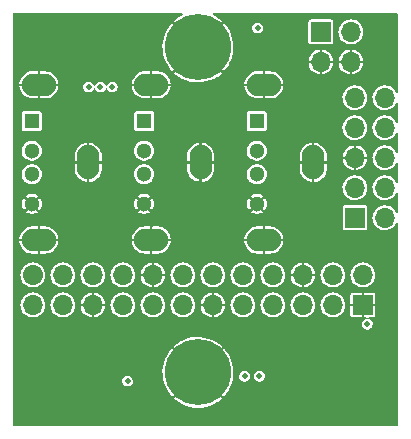
<source format=gbr>
%TF.GenerationSoftware,KiCad,Pcbnew,(6.0.9)*%
%TF.CreationDate,2022-12-12T20:16:16+01:00*%
%TF.ProjectId,h3_extra_ports,68335f65-7874-4726-915f-706f7274732e,rev?*%
%TF.SameCoordinates,Original*%
%TF.FileFunction,Copper,L1,Top*%
%TF.FilePolarity,Positive*%
%FSLAX46Y46*%
G04 Gerber Fmt 4.6, Leading zero omitted, Abs format (unit mm)*
G04 Created by KiCad (PCBNEW (6.0.9)) date 2022-12-12 20:16:16*
%MOMM*%
%LPD*%
G01*
G04 APERTURE LIST*
%TA.AperFunction,ComponentPad*%
%ADD10C,5.600000*%
%TD*%
%TA.AperFunction,ComponentPad*%
%ADD11R,1.300000X1.300000*%
%TD*%
%TA.AperFunction,ComponentPad*%
%ADD12C,1.300000*%
%TD*%
%TA.AperFunction,ComponentPad*%
%ADD13O,2.900000X1.900000*%
%TD*%
%TA.AperFunction,ComponentPad*%
%ADD14O,1.900000X2.900000*%
%TD*%
%TA.AperFunction,ComponentPad*%
%ADD15R,1.700000X1.700000*%
%TD*%
%TA.AperFunction,ComponentPad*%
%ADD16O,1.700000X1.700000*%
%TD*%
%TA.AperFunction,ComponentPad*%
%ADD17C,1.700000*%
%TD*%
%TA.AperFunction,ViaPad*%
%ADD18C,0.800000*%
%TD*%
%TA.AperFunction,ViaPad*%
%ADD19C,0.500000*%
%TD*%
G04 APERTURE END LIST*
D10*
%TO.P,H2,1,1*%
%TO.N,GND*%
X171450000Y-79375000D03*
%TD*%
D11*
%TO.P,J2,1,VBUS*%
%TO.N,Net-(C11-Pad2)*%
X157381000Y-58095000D03*
D12*
%TO.P,J2,2,D-*%
%TO.N,/USB2_P6_DN*%
X157381000Y-60595000D03*
%TO.P,J2,3,D+*%
%TO.N,/USB2_P6_DP*%
X157381000Y-62595000D03*
%TO.P,J2,4,GND*%
%TO.N,GND*%
X157381000Y-65095000D03*
D13*
%TO.P,J2,5,Shield*%
X157981000Y-55025000D03*
X157981000Y-68165000D03*
D14*
X162161000Y-61595000D03*
%TD*%
D11*
%TO.P,J1,1,VBUS*%
%TO.N,Net-(C7-Pad2)*%
X166906000Y-58095000D03*
D12*
%TO.P,J1,2,D-*%
%TO.N,/USB2_P5_DN*%
X166906000Y-60595000D03*
%TO.P,J1,3,D+*%
%TO.N,/USB2_P5_DP*%
X166906000Y-62595000D03*
%TO.P,J1,4,GND*%
%TO.N,GND*%
X166906000Y-65095000D03*
D13*
%TO.P,J1,5,Shield*%
X167506000Y-68165000D03*
X167506000Y-55025000D03*
D14*
X171686000Y-61595000D03*
%TD*%
D10*
%TO.P,H1,1,1*%
%TO.N,GND*%
X171450000Y-51816000D03*
%TD*%
D15*
%TO.P,J4,1,Pin_1*%
%TO.N,Net-(J4-Pad1)*%
X181864000Y-50541000D03*
D16*
%TO.P,J4,2,Pin_2*%
%TO.N,/PWR_BTN#*%
X184404000Y-50541000D03*
%TO.P,J4,3,Pin_3*%
%TO.N,GND*%
X181864000Y-53081000D03*
%TO.P,J4,4,Pin_4*%
X184404000Y-53081000D03*
%TD*%
D11*
%TO.P,J3,1,VBUS*%
%TO.N,Net-(C15-Pad2)*%
X176431000Y-58095000D03*
D12*
%TO.P,J3,2,D-*%
%TO.N,/USB2_P7_DN*%
X176431000Y-60595000D03*
%TO.P,J3,3,D+*%
%TO.N,/USB2_P7_DP*%
X176431000Y-62595000D03*
%TO.P,J3,4,GND*%
%TO.N,GND*%
X176431000Y-65095000D03*
D14*
%TO.P,J3,5,Shield*%
X181211000Y-61595000D03*
D13*
X177031000Y-55025000D03*
X177031000Y-68165000D03*
%TD*%
D17*
%TO.P,J6,1,Pin_1*%
%TO.N,/+V5P0A*%
X157480000Y-71120000D03*
D16*
%TO.P,J6,2,Pin_2*%
%TO.N,/USB2_P6_DN*%
X157480000Y-73660000D03*
%TO.P,J6,3,Pin_3*%
%TO.N,/HDMI_CEC*%
X160020000Y-71120000D03*
%TO.P,J6,4,Pin_4*%
%TO.N,/USB2_P6_DP*%
X160020000Y-73660000D03*
%TO.P,J6,5,Pin_5*%
%TO.N,/I2C_0_SDA*%
X162560000Y-71120000D03*
%TO.P,J6,6,Pin_6*%
%TO.N,GND*%
X162560000Y-73660000D03*
%TO.P,J6,7,Pin_7*%
%TO.N,/I2C_0_SCL*%
X165100000Y-71120000D03*
%TO.P,J6,8,Pin_8*%
%TO.N,/PWR_BTN#*%
X165100000Y-73660000D03*
%TO.P,J6,9,Pin_9*%
%TO.N,GND*%
X167640000Y-71120000D03*
%TO.P,J6,10,Pin_10*%
%TO.N,/I2C_1_SDA*%
X167640000Y-73660000D03*
%TO.P,J6,11,Pin_11*%
%TO.N,/UART0_RTS#*%
X170180000Y-71120000D03*
%TO.P,J6,12,Pin_12*%
%TO.N,/I2C_1_SCL*%
X170180000Y-73660000D03*
%TO.P,J6,13,Pin_13*%
%TO.N,/UART0_CTS#*%
X172720000Y-71120000D03*
%TO.P,J6,14,Pin_14*%
%TO.N,GND*%
X172720000Y-73660000D03*
%TO.P,J6,15,Pin_15*%
%TO.N,/UART0_TXD*%
X175260000Y-71120000D03*
%TO.P,J6,16,Pin_16*%
%TO.N,/USB2_P5_DN*%
X175260000Y-73660000D03*
%TO.P,J6,17,Pin_17*%
%TO.N,/UART0_RXD*%
X177800000Y-71120000D03*
%TO.P,J6,18,Pin_18*%
%TO.N,/USB2_P5_DP*%
X177800000Y-73660000D03*
%TO.P,J6,19,Pin_19*%
%TO.N,GND*%
X180340000Y-71120000D03*
%TO.P,J6,20,Pin_20*%
%TO.N,/USB2_P7_DN*%
X180340000Y-73660000D03*
%TO.P,J6,21,Pin_21*%
%TO.N,/+3.3V_RUN_H*%
X182880000Y-71120000D03*
%TO.P,J6,22,Pin_22*%
%TO.N,/USB2_P7_DP*%
X182880000Y-73660000D03*
%TO.P,J6,23,Pin_23*%
%TO.N,/+5V_RUN_H*%
X185420000Y-71120000D03*
%TO.P,J6,24,Pin_24*%
%TO.N,GND*%
X185420000Y-73660000D03*
%TD*%
D15*
%TO.P,J9,1,Pin_1*%
%TO.N,GND*%
X185420000Y-73660000D03*
D16*
%TO.P,J9,2,Pin_2*%
%TO.N,/+5V_RUN_H*%
X185420000Y-71120000D03*
%TO.P,J9,3,Pin_3*%
%TO.N,/USB2_P7_DP*%
X182880000Y-73660000D03*
%TO.P,J9,4,Pin_4*%
%TO.N,/+3.3V_RUN_H*%
X182880000Y-71120000D03*
%TO.P,J9,5,Pin_5*%
%TO.N,/USB2_P7_DN*%
X180340000Y-73660000D03*
%TO.P,J9,6,Pin_6*%
%TO.N,GND*%
X180340000Y-71120000D03*
%TO.P,J9,7,Pin_7*%
%TO.N,/USB2_P5_DP*%
X177800000Y-73660000D03*
%TO.P,J9,8,Pin_8*%
%TO.N,/UART0_RXD*%
X177800000Y-71120000D03*
%TO.P,J9,9,Pin_9*%
%TO.N,/USB2_P5_DN*%
X175260000Y-73660000D03*
%TO.P,J9,10,Pin_10*%
%TO.N,/UART0_TXD*%
X175260000Y-71120000D03*
%TO.P,J9,11,Pin_11*%
%TO.N,GND*%
X172720000Y-73660000D03*
%TO.P,J9,12,Pin_12*%
%TO.N,/UART0_CTS#*%
X172720000Y-71120000D03*
%TO.P,J9,13,Pin_13*%
%TO.N,/I2C_1_SCL*%
X170180000Y-73660000D03*
%TO.P,J9,14,Pin_14*%
%TO.N,/UART0_RTS#*%
X170180000Y-71120000D03*
%TO.P,J9,15,Pin_15*%
%TO.N,/I2C_1_SDA*%
X167640000Y-73660000D03*
%TO.P,J9,16,Pin_16*%
%TO.N,GND*%
X167640000Y-71120000D03*
%TO.P,J9,17,Pin_17*%
%TO.N,/PWR_BTN#*%
X165100000Y-73660000D03*
%TO.P,J9,18,Pin_18*%
%TO.N,/I2C_0_SCL*%
X165100000Y-71120000D03*
%TO.P,J9,19,Pin_19*%
%TO.N,GND*%
X162560000Y-73660000D03*
%TO.P,J9,20,Pin_20*%
%TO.N,/I2C_0_SDA*%
X162560000Y-71120000D03*
%TO.P,J9,21,Pin_21*%
%TO.N,/USB2_P6_DP*%
X160020000Y-73660000D03*
%TO.P,J9,22,Pin_22*%
%TO.N,/HDMI_CEC*%
X160020000Y-71120000D03*
%TO.P,J9,23,Pin_23*%
%TO.N,/USB2_P6_DN*%
X157480000Y-73660000D03*
%TO.P,J9,24,Pin_24*%
%TO.N,/+V5P0A*%
X157480000Y-71120000D03*
%TD*%
D15*
%TO.P,J5,1,Pin_1*%
%TO.N,unconnected-(J5-Pad1)*%
X184750000Y-66275000D03*
D16*
%TO.P,J5,2,Pin_2*%
%TO.N,/RS232_RX*%
X187290000Y-66275000D03*
%TO.P,J5,3,Pin_3*%
%TO.N,/RS232_TX*%
X184750000Y-63735000D03*
%TO.P,J5,4,Pin_4*%
%TO.N,unconnected-(J5-Pad4)*%
X187290000Y-63735000D03*
%TO.P,J5,5,Pin_5*%
%TO.N,GND*%
X184750000Y-61195000D03*
%TO.P,J5,6,Pin_6*%
%TO.N,unconnected-(J5-Pad6)*%
X187290000Y-61195000D03*
%TO.P,J5,7,Pin_7*%
%TO.N,/RS232_RTS*%
X184750000Y-58655000D03*
%TO.P,J5,8,Pin_8*%
%TO.N,/RS232_CTS*%
X187290000Y-58655000D03*
%TO.P,J5,9,Pin_9*%
%TO.N,unconnected-(J5-Pad9)*%
X184750000Y-56115000D03*
%TO.P,J5,10,Pin_10*%
%TO.N,unconnected-(J5-Pad10)*%
X187290000Y-56115000D03*
%TD*%
D18*
%TO.N,GND*%
X187250000Y-82250000D03*
D19*
%TO.N,/+3.3V_RUN_H*%
X176500000Y-50200000D03*
X162200000Y-55200000D03*
X165500000Y-80100000D03*
X185800000Y-75300000D03*
%TO.N,/RS232_RTS*%
X176657000Y-79694000D03*
%TO.N,/RS232_CTS*%
X175400000Y-79700000D03*
%TO.N,/I2C_0_SCL*%
X164200000Y-55200000D03*
%TO.N,/I2C_0_SDA*%
X163200000Y-55200000D03*
%TD*%
%TA.AperFunction,Conductor*%
%TO.N,GND*%
G36*
X170171746Y-48985813D02*
G01*
X170197056Y-49029650D01*
X170188266Y-49079500D01*
X170156038Y-49109291D01*
X170004209Y-49181710D01*
X170000488Y-49183755D01*
X169711026Y-49365334D01*
X169707542Y-49367810D01*
X169440863Y-49581460D01*
X169437710Y-49584299D01*
X169408097Y-49614223D01*
X169403652Y-49623887D01*
X169405288Y-49629867D01*
X171440774Y-51665353D01*
X171450413Y-51669848D01*
X171456312Y-51668267D01*
X173492450Y-49632129D01*
X173496945Y-49622490D01*
X173495684Y-49617785D01*
X173268496Y-49423749D01*
X173265098Y-49421169D01*
X172981483Y-49230588D01*
X172977818Y-49228420D01*
X172745008Y-49108258D01*
X172710680Y-49071057D01*
X172708296Y-49020494D01*
X172738970Y-48980228D01*
X172778948Y-48968500D01*
X188320500Y-48968500D01*
X188368066Y-48985813D01*
X188393376Y-49029650D01*
X188394500Y-49042500D01*
X188394500Y-55657747D01*
X188377187Y-55705313D01*
X188333350Y-55730623D01*
X188283500Y-55721833D01*
X188255162Y-55692488D01*
X188170917Y-55534044D01*
X188170916Y-55534042D01*
X188169218Y-55530849D01*
X188039011Y-55371200D01*
X187880275Y-55239882D01*
X187869384Y-55233993D01*
X187702238Y-55143618D01*
X187699055Y-55141897D01*
X187695605Y-55140829D01*
X187695600Y-55140827D01*
X187559485Y-55098693D01*
X187502254Y-55080977D01*
X187297369Y-55059443D01*
X187293765Y-55059771D01*
X187293764Y-55059771D01*
X187215076Y-55066932D01*
X187092203Y-55078114D01*
X187043247Y-55092522D01*
X186898043Y-55135258D01*
X186898039Y-55135260D01*
X186894572Y-55136280D01*
X186798633Y-55186436D01*
X186715209Y-55230049D01*
X186715206Y-55230051D01*
X186712002Y-55231726D01*
X186709184Y-55233992D01*
X186709182Y-55233993D01*
X186554266Y-55358548D01*
X186554263Y-55358551D01*
X186551447Y-55360815D01*
X186549121Y-55363587D01*
X186549119Y-55363589D01*
X186421351Y-55515856D01*
X186421348Y-55515860D01*
X186419024Y-55518630D01*
X186319776Y-55699162D01*
X186318682Y-55702611D01*
X186260727Y-55885310D01*
X186257484Y-55895532D01*
X186257081Y-55899123D01*
X186257081Y-55899124D01*
X186255461Y-55913570D01*
X186234520Y-56100262D01*
X186234823Y-56103871D01*
X186234823Y-56103873D01*
X186240540Y-56171948D01*
X186251759Y-56305553D01*
X186308544Y-56503586D01*
X186310196Y-56506800D01*
X186310197Y-56506803D01*
X186331106Y-56547487D01*
X186402712Y-56686818D01*
X186530677Y-56848270D01*
X186533430Y-56850613D01*
X186533433Y-56850616D01*
X186564062Y-56876683D01*
X186687564Y-56981791D01*
X186734266Y-57007892D01*
X186864239Y-57080532D01*
X186864243Y-57080534D01*
X186867398Y-57082297D01*
X186870834Y-57083414D01*
X186870840Y-57083416D01*
X186995256Y-57123841D01*
X187063329Y-57145959D01*
X187127176Y-57153572D01*
X187264294Y-57169922D01*
X187264297Y-57169922D01*
X187267894Y-57170351D01*
X187336714Y-57165056D01*
X187469689Y-57154824D01*
X187469691Y-57154824D01*
X187473300Y-57154546D01*
X187671725Y-57099145D01*
X187702863Y-57083416D01*
X187852376Y-57007892D01*
X187852379Y-57007890D01*
X187855610Y-57006258D01*
X188017951Y-56879424D01*
X188152564Y-56723472D01*
X188154347Y-56720333D01*
X188154350Y-56720329D01*
X188252537Y-56547488D01*
X188254323Y-56544344D01*
X188254858Y-56544648D01*
X188288062Y-56510266D01*
X188338404Y-56504975D01*
X188380368Y-56533282D01*
X188394500Y-56576777D01*
X188394500Y-58197747D01*
X188377187Y-58245313D01*
X188333350Y-58270623D01*
X188283500Y-58261833D01*
X188255162Y-58232488D01*
X188170917Y-58074044D01*
X188170916Y-58074042D01*
X188169218Y-58070849D01*
X188039011Y-57911200D01*
X187880275Y-57779882D01*
X187869384Y-57773993D01*
X187702238Y-57683618D01*
X187699055Y-57681897D01*
X187695605Y-57680829D01*
X187695600Y-57680827D01*
X187570996Y-57642256D01*
X187502254Y-57620977D01*
X187297369Y-57599443D01*
X187293765Y-57599771D01*
X187293764Y-57599771D01*
X187293215Y-57599821D01*
X187092203Y-57618114D01*
X187043247Y-57632522D01*
X186898043Y-57675258D01*
X186898039Y-57675260D01*
X186894572Y-57676280D01*
X186798633Y-57726436D01*
X186715209Y-57770049D01*
X186715206Y-57770051D01*
X186712002Y-57771726D01*
X186709184Y-57773992D01*
X186709182Y-57773993D01*
X186554266Y-57898548D01*
X186554263Y-57898551D01*
X186551447Y-57900815D01*
X186549121Y-57903587D01*
X186549119Y-57903589D01*
X186421351Y-58055856D01*
X186421348Y-58055860D01*
X186419024Y-58058630D01*
X186319776Y-58239162D01*
X186257484Y-58435532D01*
X186257081Y-58439123D01*
X186257081Y-58439124D01*
X186255461Y-58453570D01*
X186234520Y-58640262D01*
X186234823Y-58643871D01*
X186234823Y-58643873D01*
X186245273Y-58768318D01*
X186251759Y-58845553D01*
X186308544Y-59043586D01*
X186310196Y-59046800D01*
X186310197Y-59046803D01*
X186331106Y-59087487D01*
X186402712Y-59226818D01*
X186530677Y-59388270D01*
X186533430Y-59390613D01*
X186533433Y-59390616D01*
X186564062Y-59416683D01*
X186687564Y-59521791D01*
X186734266Y-59547892D01*
X186864239Y-59620532D01*
X186864243Y-59620534D01*
X186867398Y-59622297D01*
X186870834Y-59623414D01*
X186870840Y-59623416D01*
X186995256Y-59663841D01*
X187063329Y-59685959D01*
X187127176Y-59693572D01*
X187264294Y-59709922D01*
X187264297Y-59709922D01*
X187267894Y-59710351D01*
X187336714Y-59705056D01*
X187469689Y-59694824D01*
X187469691Y-59694824D01*
X187473300Y-59694546D01*
X187671725Y-59639145D01*
X187702863Y-59623416D01*
X187852376Y-59547892D01*
X187852379Y-59547890D01*
X187855610Y-59546258D01*
X188017951Y-59419424D01*
X188152564Y-59263472D01*
X188154347Y-59260333D01*
X188154350Y-59260329D01*
X188252537Y-59087488D01*
X188254323Y-59084344D01*
X188254858Y-59084648D01*
X188288062Y-59050266D01*
X188338404Y-59044975D01*
X188380368Y-59073282D01*
X188394500Y-59116777D01*
X188394500Y-60737747D01*
X188377187Y-60785313D01*
X188333350Y-60810623D01*
X188283500Y-60801833D01*
X188255162Y-60772488D01*
X188170917Y-60614044D01*
X188170916Y-60614042D01*
X188169218Y-60610849D01*
X188039011Y-60451200D01*
X187880275Y-60319882D01*
X187870161Y-60314413D01*
X187702238Y-60223618D01*
X187699055Y-60221897D01*
X187695605Y-60220829D01*
X187695600Y-60220827D01*
X187553761Y-60176921D01*
X187502254Y-60160977D01*
X187297369Y-60139443D01*
X187293765Y-60139771D01*
X187293764Y-60139771D01*
X187293215Y-60139821D01*
X187092203Y-60158114D01*
X187043247Y-60172522D01*
X186898043Y-60215258D01*
X186898039Y-60215260D01*
X186894572Y-60216280D01*
X186835495Y-60247165D01*
X186715209Y-60310049D01*
X186715206Y-60310051D01*
X186712002Y-60311726D01*
X186709184Y-60313992D01*
X186709182Y-60313993D01*
X186554266Y-60438548D01*
X186554263Y-60438551D01*
X186551447Y-60440815D01*
X186549121Y-60443587D01*
X186549119Y-60443589D01*
X186421351Y-60595856D01*
X186421348Y-60595860D01*
X186419024Y-60598630D01*
X186319776Y-60779162D01*
X186317825Y-60785313D01*
X186266791Y-60946193D01*
X186257484Y-60975532D01*
X186257081Y-60979123D01*
X186257081Y-60979124D01*
X186253003Y-61015485D01*
X186234520Y-61180262D01*
X186234823Y-61183871D01*
X186234823Y-61183873D01*
X186238499Y-61227646D01*
X186251759Y-61385553D01*
X186308544Y-61583586D01*
X186310196Y-61586800D01*
X186310197Y-61586803D01*
X186372508Y-61708048D01*
X186402712Y-61766818D01*
X186530677Y-61928270D01*
X186533430Y-61930613D01*
X186533433Y-61930616D01*
X186598681Y-61986146D01*
X186687564Y-62061791D01*
X186733508Y-62087468D01*
X186864239Y-62160532D01*
X186864243Y-62160534D01*
X186867398Y-62162297D01*
X186870834Y-62163414D01*
X186870840Y-62163416D01*
X186995256Y-62203841D01*
X187063329Y-62225959D01*
X187123033Y-62233078D01*
X187264294Y-62249922D01*
X187264297Y-62249922D01*
X187267894Y-62250351D01*
X187352942Y-62243807D01*
X187469689Y-62234824D01*
X187469691Y-62234824D01*
X187473300Y-62234546D01*
X187671725Y-62179145D01*
X187675878Y-62177047D01*
X187852376Y-62087892D01*
X187852379Y-62087890D01*
X187855610Y-62086258D01*
X188017951Y-61959424D01*
X188042817Y-61930616D01*
X188150201Y-61806210D01*
X188150203Y-61806208D01*
X188152564Y-61803472D01*
X188154347Y-61800333D01*
X188154350Y-61800329D01*
X188252537Y-61627488D01*
X188254323Y-61624344D01*
X188254858Y-61624648D01*
X188288062Y-61590266D01*
X188338404Y-61584975D01*
X188380368Y-61613282D01*
X188394500Y-61656777D01*
X188394500Y-63277747D01*
X188377187Y-63325313D01*
X188333350Y-63350623D01*
X188283500Y-63341833D01*
X188255162Y-63312488D01*
X188170917Y-63154044D01*
X188170916Y-63154042D01*
X188169218Y-63150849D01*
X188039011Y-62991200D01*
X187892630Y-62870103D01*
X187883070Y-62862194D01*
X187883069Y-62862193D01*
X187880275Y-62859882D01*
X187869384Y-62853993D01*
X187702238Y-62763618D01*
X187699055Y-62761897D01*
X187695605Y-62760829D01*
X187695600Y-62760827D01*
X187566973Y-62721011D01*
X187502254Y-62700977D01*
X187297369Y-62679443D01*
X187293765Y-62679771D01*
X187293764Y-62679771D01*
X187293215Y-62679821D01*
X187092203Y-62698114D01*
X187043247Y-62712522D01*
X186898043Y-62755258D01*
X186898039Y-62755260D01*
X186894572Y-62756280D01*
X186798633Y-62806436D01*
X186715209Y-62850049D01*
X186715206Y-62850051D01*
X186712002Y-62851726D01*
X186709184Y-62853992D01*
X186709182Y-62853993D01*
X186554266Y-62978548D01*
X186554263Y-62978551D01*
X186551447Y-62980815D01*
X186549121Y-62983587D01*
X186549119Y-62983589D01*
X186421351Y-63135856D01*
X186421348Y-63135860D01*
X186419024Y-63138630D01*
X186319776Y-63319162D01*
X186257484Y-63515532D01*
X186257081Y-63519123D01*
X186257081Y-63519124D01*
X186255461Y-63533570D01*
X186234520Y-63720262D01*
X186234823Y-63723871D01*
X186234823Y-63723873D01*
X186238404Y-63766519D01*
X186251759Y-63925553D01*
X186308544Y-64123586D01*
X186310196Y-64126800D01*
X186310197Y-64126803D01*
X186331106Y-64167487D01*
X186402712Y-64306818D01*
X186530677Y-64468270D01*
X186533430Y-64470613D01*
X186533433Y-64470616D01*
X186564062Y-64496683D01*
X186687564Y-64601791D01*
X186734266Y-64627892D01*
X186864239Y-64700532D01*
X186864243Y-64700534D01*
X186867398Y-64702297D01*
X186870834Y-64703414D01*
X186870840Y-64703416D01*
X186995256Y-64743841D01*
X187063329Y-64765959D01*
X187127176Y-64773572D01*
X187264294Y-64789922D01*
X187264297Y-64789922D01*
X187267894Y-64790351D01*
X187336714Y-64785056D01*
X187469689Y-64774824D01*
X187469691Y-64774824D01*
X187473300Y-64774546D01*
X187671725Y-64719145D01*
X187702863Y-64703416D01*
X187852376Y-64627892D01*
X187852379Y-64627890D01*
X187855610Y-64626258D01*
X188017951Y-64499424D01*
X188072540Y-64436182D01*
X188150201Y-64346210D01*
X188150203Y-64346208D01*
X188152564Y-64343472D01*
X188154347Y-64340333D01*
X188154350Y-64340329D01*
X188252537Y-64167488D01*
X188254323Y-64164344D01*
X188254858Y-64164648D01*
X188288062Y-64130266D01*
X188338404Y-64124975D01*
X188380368Y-64153282D01*
X188394500Y-64196777D01*
X188394500Y-65817747D01*
X188377187Y-65865313D01*
X188333350Y-65890623D01*
X188283500Y-65881833D01*
X188255162Y-65852488D01*
X188244746Y-65832897D01*
X188169218Y-65690849D01*
X188039011Y-65531200D01*
X187880275Y-65399882D01*
X187869384Y-65393993D01*
X187702238Y-65303618D01*
X187699055Y-65301897D01*
X187695605Y-65300829D01*
X187695600Y-65300827D01*
X187517340Y-65245647D01*
X187502254Y-65240977D01*
X187297369Y-65219443D01*
X187293765Y-65219771D01*
X187293764Y-65219771D01*
X187293215Y-65219821D01*
X187092203Y-65238114D01*
X187076509Y-65242733D01*
X186898043Y-65295258D01*
X186898039Y-65295260D01*
X186894572Y-65296280D01*
X186809594Y-65340706D01*
X186715209Y-65390049D01*
X186715206Y-65390051D01*
X186712002Y-65391726D01*
X186709184Y-65393992D01*
X186709182Y-65393993D01*
X186554266Y-65518548D01*
X186554263Y-65518551D01*
X186551447Y-65520815D01*
X186549121Y-65523587D01*
X186549119Y-65523589D01*
X186421351Y-65675856D01*
X186421348Y-65675860D01*
X186419024Y-65678630D01*
X186319776Y-65859162D01*
X186257484Y-66055532D01*
X186257081Y-66059123D01*
X186257081Y-66059124D01*
X186253003Y-66095485D01*
X186234520Y-66260262D01*
X186234823Y-66263871D01*
X186234823Y-66263873D01*
X186251456Y-66461945D01*
X186251759Y-66465553D01*
X186308544Y-66663586D01*
X186310196Y-66666800D01*
X186310197Y-66666803D01*
X186331106Y-66707488D01*
X186402712Y-66846818D01*
X186530677Y-67008270D01*
X186533430Y-67010613D01*
X186533433Y-67010616D01*
X186561982Y-67034913D01*
X186687564Y-67141791D01*
X186734266Y-67167892D01*
X186864239Y-67240532D01*
X186864243Y-67240534D01*
X186867398Y-67242297D01*
X186870834Y-67243414D01*
X186870840Y-67243416D01*
X186995256Y-67283841D01*
X187063329Y-67305959D01*
X187127176Y-67313572D01*
X187264294Y-67329922D01*
X187264297Y-67329922D01*
X187267894Y-67330351D01*
X187340166Y-67324790D01*
X187469689Y-67314824D01*
X187469691Y-67314824D01*
X187473300Y-67314546D01*
X187634451Y-67269552D01*
X187668244Y-67260117D01*
X187668245Y-67260117D01*
X187671725Y-67259145D01*
X187702863Y-67243416D01*
X187852376Y-67167892D01*
X187852379Y-67167890D01*
X187855610Y-67166258D01*
X188017951Y-67039424D01*
X188152564Y-66883472D01*
X188154347Y-66880333D01*
X188154350Y-66880329D01*
X188252537Y-66707488D01*
X188254323Y-66704344D01*
X188254858Y-66704648D01*
X188288062Y-66670266D01*
X188338404Y-66664975D01*
X188380368Y-66693282D01*
X188394500Y-66736777D01*
X188394500Y-83799500D01*
X188377187Y-83847066D01*
X188333350Y-83872376D01*
X188320500Y-83873500D01*
X155849500Y-83873500D01*
X155801934Y-83856187D01*
X155776624Y-83812350D01*
X155775500Y-83799500D01*
X155775500Y-81566538D01*
X169405027Y-81566538D01*
X169406407Y-81571685D01*
X169557265Y-81708956D01*
X169560571Y-81711634D01*
X169838059Y-81911029D01*
X169841662Y-81913315D01*
X170140224Y-82079493D01*
X170144073Y-82081354D01*
X170459754Y-82212112D01*
X170463780Y-82213514D01*
X170792406Y-82307127D01*
X170796573Y-82308058D01*
X171133780Y-82363278D01*
X171138008Y-82363722D01*
X171479343Y-82379819D01*
X171483591Y-82379774D01*
X171824518Y-82356532D01*
X171828727Y-82356001D01*
X172164711Y-82293730D01*
X172168854Y-82292712D01*
X172495452Y-82192237D01*
X172499441Y-82190753D01*
X172812321Y-82053409D01*
X172816129Y-82051469D01*
X173111147Y-81879074D01*
X173114689Y-81876720D01*
X173387952Y-81671550D01*
X173391200Y-81668804D01*
X173490093Y-81574959D01*
X173494838Y-81565441D01*
X173493517Y-81559938D01*
X171459226Y-79525647D01*
X171449587Y-79521152D01*
X171443688Y-79522733D01*
X169409522Y-81556899D01*
X169405027Y-81566538D01*
X155775500Y-81566538D01*
X155775500Y-80094440D01*
X165044901Y-80094440D01*
X165045584Y-80099663D01*
X165045584Y-80099666D01*
X165052369Y-80151546D01*
X165061633Y-80222394D01*
X165113605Y-80340510D01*
X165196639Y-80439291D01*
X165304060Y-80510796D01*
X165309092Y-80512368D01*
X165309094Y-80512369D01*
X165344714Y-80523497D01*
X165427233Y-80549278D01*
X165432501Y-80549375D01*
X165432504Y-80549375D01*
X165486552Y-80550365D01*
X165556255Y-80551643D01*
X165561338Y-80550257D01*
X165561340Y-80550257D01*
X165675671Y-80519086D01*
X165680755Y-80517700D01*
X165790724Y-80450179D01*
X165877322Y-80354507D01*
X165933588Y-80238375D01*
X165949587Y-80143278D01*
X165954522Y-80113944D01*
X165954522Y-80113943D01*
X165954997Y-80111120D01*
X165955133Y-80100000D01*
X165945861Y-80035256D01*
X165937586Y-79977472D01*
X165937585Y-79977469D01*
X165936839Y-79972259D01*
X165908183Y-79909233D01*
X165885610Y-79859586D01*
X165885608Y-79859583D01*
X165883428Y-79854788D01*
X165876003Y-79846170D01*
X165802633Y-79761020D01*
X165802632Y-79761019D01*
X165799193Y-79757028D01*
X165794774Y-79754164D01*
X165794772Y-79754162D01*
X165695329Y-79689708D01*
X165695330Y-79689708D01*
X165690906Y-79686841D01*
X165685857Y-79685331D01*
X165685855Y-79685330D01*
X165572326Y-79651377D01*
X165572325Y-79651377D01*
X165567273Y-79649866D01*
X165501771Y-79649466D01*
X165443501Y-79649110D01*
X165443500Y-79649110D01*
X165438231Y-79649078D01*
X165314155Y-79684539D01*
X165205019Y-79753399D01*
X165201531Y-79757348D01*
X165201529Y-79757350D01*
X165198288Y-79761020D01*
X165119596Y-79850122D01*
X165117357Y-79854891D01*
X165117355Y-79854894D01*
X165082242Y-79929683D01*
X165064754Y-79966932D01*
X165044901Y-80094440D01*
X155775500Y-80094440D01*
X155775500Y-79282728D01*
X168446455Y-79282728D01*
X168455400Y-79624341D01*
X168455754Y-79628557D01*
X168503903Y-79966868D01*
X168504744Y-79971039D01*
X168591453Y-80301556D01*
X168592771Y-80305614D01*
X168716894Y-80623971D01*
X168718666Y-80627842D01*
X168878563Y-80929833D01*
X168880768Y-80933475D01*
X169074313Y-81215083D01*
X169076913Y-81218436D01*
X169249217Y-81415951D01*
X169258530Y-81421092D01*
X169263453Y-81420126D01*
X171299353Y-79384226D01*
X171303463Y-79375413D01*
X171596152Y-79375413D01*
X171597733Y-79381312D01*
X173634998Y-81418577D01*
X173644637Y-81423072D01*
X173649203Y-81421848D01*
X173861160Y-81168349D01*
X173863706Y-81164922D01*
X174051312Y-80879318D01*
X174053436Y-80875639D01*
X174206967Y-80570377D01*
X174208665Y-80566454D01*
X174326091Y-80245573D01*
X174327326Y-80241483D01*
X174407091Y-79909233D01*
X174407846Y-79905036D01*
X174433331Y-79694440D01*
X174944901Y-79694440D01*
X174945584Y-79699663D01*
X174945584Y-79699666D01*
X174960165Y-79811167D01*
X174961633Y-79822394D01*
X174963756Y-79827219D01*
X174973834Y-79850122D01*
X175013605Y-79940510D01*
X175096639Y-80039291D01*
X175204060Y-80110796D01*
X175209092Y-80112368D01*
X175209094Y-80112369D01*
X175244714Y-80123497D01*
X175327233Y-80149278D01*
X175332501Y-80149375D01*
X175332504Y-80149375D01*
X175386552Y-80150365D01*
X175456255Y-80151643D01*
X175461338Y-80150257D01*
X175461340Y-80150257D01*
X175575671Y-80119086D01*
X175580755Y-80117700D01*
X175690724Y-80050179D01*
X175777322Y-79954507D01*
X175833588Y-79838375D01*
X175854997Y-79711120D01*
X175855133Y-79700000D01*
X175853591Y-79689234D01*
X175853477Y-79688440D01*
X176201901Y-79688440D01*
X176202584Y-79693663D01*
X176202584Y-79693666D01*
X176210028Y-79750587D01*
X176218633Y-79816394D01*
X176220756Y-79821219D01*
X176230394Y-79843122D01*
X176270605Y-79934510D01*
X176353639Y-80033291D01*
X176461060Y-80104796D01*
X176466092Y-80106368D01*
X176466094Y-80106369D01*
X176490341Y-80113944D01*
X176584233Y-80143278D01*
X176589501Y-80143375D01*
X176589504Y-80143375D01*
X176643552Y-80144365D01*
X176713255Y-80145643D01*
X176718338Y-80144257D01*
X176718340Y-80144257D01*
X176812559Y-80118569D01*
X176837755Y-80111700D01*
X176947724Y-80044179D01*
X177034322Y-79948507D01*
X177090588Y-79832375D01*
X177104348Y-79750587D01*
X177111522Y-79707944D01*
X177111522Y-79707943D01*
X177111997Y-79705120D01*
X177112133Y-79694000D01*
X177105907Y-79650527D01*
X177094586Y-79571472D01*
X177094585Y-79571469D01*
X177093839Y-79566259D01*
X177045338Y-79459586D01*
X177042610Y-79453586D01*
X177042608Y-79453583D01*
X177040428Y-79448788D01*
X177033003Y-79440170D01*
X176959633Y-79355020D01*
X176959632Y-79355019D01*
X176956193Y-79351028D01*
X176951774Y-79348164D01*
X176951772Y-79348162D01*
X176852329Y-79283708D01*
X176852330Y-79283708D01*
X176847906Y-79280841D01*
X176842857Y-79279331D01*
X176842855Y-79279330D01*
X176729326Y-79245377D01*
X176729325Y-79245377D01*
X176724273Y-79243866D01*
X176658771Y-79243466D01*
X176600501Y-79243110D01*
X176600500Y-79243110D01*
X176595231Y-79243078D01*
X176471155Y-79278539D01*
X176362019Y-79347399D01*
X176358531Y-79351348D01*
X176358529Y-79351350D01*
X176338007Y-79374587D01*
X176276596Y-79444122D01*
X176274357Y-79448891D01*
X176274355Y-79448894D01*
X176239688Y-79522733D01*
X176221754Y-79560932D01*
X176201901Y-79688440D01*
X175853477Y-79688440D01*
X175837586Y-79577472D01*
X175837585Y-79577469D01*
X175836839Y-79572259D01*
X175783428Y-79454788D01*
X175778350Y-79448894D01*
X175702633Y-79361020D01*
X175702632Y-79361019D01*
X175699193Y-79357028D01*
X175694774Y-79354164D01*
X175694772Y-79354162D01*
X175595329Y-79289708D01*
X175595330Y-79289708D01*
X175590906Y-79286841D01*
X175585857Y-79285331D01*
X175585855Y-79285330D01*
X175472326Y-79251377D01*
X175472325Y-79251377D01*
X175467273Y-79249866D01*
X175401771Y-79249466D01*
X175343501Y-79249110D01*
X175343500Y-79249110D01*
X175338231Y-79249078D01*
X175214155Y-79284539D01*
X175105019Y-79353399D01*
X175101531Y-79357348D01*
X175101529Y-79357350D01*
X175086306Y-79374587D01*
X175019596Y-79450122D01*
X175017357Y-79454891D01*
X175017355Y-79454894D01*
X174985505Y-79522733D01*
X174964754Y-79566932D01*
X174944901Y-79694440D01*
X174433331Y-79694440D01*
X174448956Y-79565325D01*
X174449206Y-79562040D01*
X174455032Y-79376663D01*
X174454988Y-79373341D01*
X174435292Y-79031740D01*
X174434801Y-79027498D01*
X174376051Y-78690876D01*
X174375084Y-78686754D01*
X174278030Y-78359103D01*
X174276591Y-78355108D01*
X174142526Y-78040796D01*
X174140632Y-78036982D01*
X173971331Y-77740164D01*
X173969015Y-77736598D01*
X173766718Y-77461204D01*
X173764003Y-77457923D01*
X173649817Y-77335044D01*
X173640348Y-77330198D01*
X173634997Y-77331424D01*
X171600647Y-79365774D01*
X171596152Y-79375413D01*
X171303463Y-79375413D01*
X171303848Y-79374587D01*
X171302267Y-79368688D01*
X169267465Y-77333886D01*
X169257826Y-77329391D01*
X169252016Y-77330948D01*
X169197348Y-77386191D01*
X169194540Y-77389377D01*
X168983691Y-77658283D01*
X168981265Y-77661775D01*
X168802726Y-77953121D01*
X168800709Y-77956883D01*
X168656842Y-78266820D01*
X168655273Y-78270785D01*
X168547982Y-78595200D01*
X168546879Y-78599317D01*
X168477589Y-78933907D01*
X168476964Y-78938141D01*
X168446588Y-79278492D01*
X168446455Y-79282728D01*
X155775500Y-79282728D01*
X155775500Y-77182887D01*
X169403652Y-77182887D01*
X169405288Y-77188867D01*
X171440774Y-79224353D01*
X171450413Y-79228848D01*
X171456312Y-79227267D01*
X173492450Y-77191129D01*
X173496945Y-77181490D01*
X173495684Y-77176785D01*
X173268496Y-76982749D01*
X173265098Y-76980169D01*
X172981483Y-76789588D01*
X172977818Y-76787420D01*
X172674168Y-76630695D01*
X172670287Y-76628966D01*
X172350637Y-76508181D01*
X172346572Y-76506908D01*
X172015164Y-76423663D01*
X172010989Y-76422866D01*
X171672195Y-76378263D01*
X171667962Y-76377953D01*
X171326290Y-76372585D01*
X171322038Y-76372764D01*
X170982016Y-76406703D01*
X170977821Y-76407368D01*
X170643957Y-76480162D01*
X170639856Y-76481306D01*
X170316585Y-76591987D01*
X170312622Y-76593604D01*
X170004209Y-76740709D01*
X170000488Y-76742755D01*
X169711026Y-76924334D01*
X169707542Y-76926810D01*
X169440863Y-77140460D01*
X169437710Y-77143299D01*
X169408097Y-77173223D01*
X169403652Y-77182887D01*
X155775500Y-77182887D01*
X155775500Y-75294440D01*
X185344901Y-75294440D01*
X185345584Y-75299663D01*
X185345584Y-75299666D01*
X185346708Y-75308257D01*
X185361633Y-75422394D01*
X185413605Y-75540510D01*
X185496639Y-75639291D01*
X185604060Y-75710796D01*
X185609092Y-75712368D01*
X185609094Y-75712369D01*
X185644714Y-75723497D01*
X185727233Y-75749278D01*
X185732501Y-75749375D01*
X185732504Y-75749375D01*
X185786552Y-75750365D01*
X185856255Y-75751643D01*
X185861338Y-75750257D01*
X185861340Y-75750257D01*
X185975671Y-75719086D01*
X185980755Y-75717700D01*
X186090724Y-75650179D01*
X186177322Y-75554507D01*
X186233588Y-75438375D01*
X186254997Y-75311120D01*
X186255133Y-75300000D01*
X186236839Y-75172259D01*
X186183428Y-75054788D01*
X186176003Y-75046170D01*
X186102633Y-74961020D01*
X186102632Y-74961019D01*
X186099193Y-74957028D01*
X186094774Y-74954164D01*
X186094772Y-74954162D01*
X185995329Y-74889708D01*
X185995330Y-74889708D01*
X185990906Y-74886841D01*
X185985857Y-74885331D01*
X185985855Y-74885330D01*
X185884095Y-74854897D01*
X185843483Y-74824681D01*
X185831796Y-74775430D01*
X185854501Y-74730189D01*
X185905298Y-74710000D01*
X186286058Y-74710000D01*
X186293268Y-74709290D01*
X186340890Y-74699818D01*
X186354094Y-74694348D01*
X186408132Y-74658241D01*
X186418241Y-74648132D01*
X186454348Y-74594094D01*
X186459818Y-74580890D01*
X186469290Y-74533268D01*
X186470000Y-74526058D01*
X186470000Y-73773048D01*
X186466362Y-73763052D01*
X186461075Y-73760000D01*
X185533048Y-73760000D01*
X185523052Y-73763638D01*
X185520000Y-73768925D01*
X185520000Y-74696952D01*
X185523638Y-74706948D01*
X185528925Y-74710000D01*
X185696647Y-74710000D01*
X185744213Y-74727313D01*
X185769523Y-74771150D01*
X185760733Y-74821000D01*
X185721956Y-74853537D01*
X185716983Y-74855151D01*
X185614155Y-74884539D01*
X185505019Y-74953399D01*
X185501531Y-74957348D01*
X185501529Y-74957350D01*
X185498288Y-74961020D01*
X185419596Y-75050122D01*
X185417357Y-75054891D01*
X185417355Y-75054894D01*
X185373892Y-75147469D01*
X185364754Y-75166932D01*
X185344901Y-75294440D01*
X155775500Y-75294440D01*
X155775500Y-73645262D01*
X156424520Y-73645262D01*
X156424823Y-73648871D01*
X156424823Y-73648873D01*
X156428404Y-73691519D01*
X156441759Y-73850553D01*
X156498544Y-74048586D01*
X156500196Y-74051800D01*
X156500197Y-74051803D01*
X156521001Y-74092283D01*
X156592712Y-74231818D01*
X156720677Y-74393270D01*
X156723430Y-74395613D01*
X156723433Y-74395616D01*
X156754062Y-74421683D01*
X156877564Y-74526791D01*
X156923508Y-74552468D01*
X157054239Y-74625532D01*
X157054243Y-74625534D01*
X157057398Y-74627297D01*
X157060834Y-74628414D01*
X157060840Y-74628416D01*
X157185256Y-74668841D01*
X157253329Y-74690959D01*
X157303590Y-74696952D01*
X157454294Y-74714922D01*
X157454297Y-74714922D01*
X157457894Y-74715351D01*
X157527437Y-74710000D01*
X157659689Y-74699824D01*
X157659691Y-74699824D01*
X157663300Y-74699546D01*
X157861725Y-74644145D01*
X157893776Y-74627955D01*
X158042376Y-74552892D01*
X158042379Y-74552890D01*
X158045610Y-74551258D01*
X158207951Y-74424424D01*
X158232817Y-74395616D01*
X158340201Y-74271210D01*
X158340203Y-74271208D01*
X158342564Y-74268472D01*
X158344347Y-74265333D01*
X158344350Y-74265329D01*
X158393443Y-74178908D01*
X158444323Y-74089344D01*
X158456812Y-74051803D01*
X158508208Y-73897299D01*
X158509351Y-73893863D01*
X158509820Y-73890155D01*
X158534913Y-73691519D01*
X158534913Y-73691513D01*
X158535171Y-73689474D01*
X158535583Y-73660000D01*
X158534138Y-73645262D01*
X158964520Y-73645262D01*
X158964823Y-73648871D01*
X158964823Y-73648873D01*
X158968404Y-73691519D01*
X158981759Y-73850553D01*
X159038544Y-74048586D01*
X159040196Y-74051800D01*
X159040197Y-74051803D01*
X159061001Y-74092283D01*
X159132712Y-74231818D01*
X159260677Y-74393270D01*
X159263430Y-74395613D01*
X159263433Y-74395616D01*
X159294062Y-74421683D01*
X159417564Y-74526791D01*
X159463508Y-74552468D01*
X159594239Y-74625532D01*
X159594243Y-74625534D01*
X159597398Y-74627297D01*
X159600834Y-74628414D01*
X159600840Y-74628416D01*
X159725256Y-74668841D01*
X159793329Y-74690959D01*
X159843590Y-74696952D01*
X159994294Y-74714922D01*
X159994297Y-74714922D01*
X159997894Y-74715351D01*
X160067437Y-74710000D01*
X160199689Y-74699824D01*
X160199691Y-74699824D01*
X160203300Y-74699546D01*
X160401725Y-74644145D01*
X160433776Y-74627955D01*
X160582376Y-74552892D01*
X160582379Y-74552890D01*
X160585610Y-74551258D01*
X160747951Y-74424424D01*
X160772817Y-74395616D01*
X160880201Y-74271210D01*
X160880203Y-74271208D01*
X160882564Y-74268472D01*
X160884347Y-74265333D01*
X160884350Y-74265329D01*
X160933443Y-74178908D01*
X160984323Y-74089344D01*
X160996812Y-74051803D01*
X161048208Y-73897299D01*
X161049351Y-73893863D01*
X161049820Y-73890155D01*
X161065278Y-73767792D01*
X161515310Y-73767792D01*
X161521949Y-73846855D01*
X161523250Y-73853942D01*
X161578013Y-74044922D01*
X161580663Y-74051617D01*
X161671479Y-74228326D01*
X161675384Y-74234384D01*
X161798789Y-74390083D01*
X161803794Y-74395267D01*
X161955094Y-74524032D01*
X161961013Y-74528146D01*
X162134440Y-74625072D01*
X162141041Y-74627955D01*
X162329991Y-74689348D01*
X162337036Y-74690897D01*
X162447043Y-74704015D01*
X162457400Y-74701586D01*
X162460000Y-74698111D01*
X162460000Y-74692407D01*
X162660000Y-74692407D01*
X162663638Y-74702403D01*
X162667875Y-74704849D01*
X162739602Y-74699330D01*
X162746701Y-74698078D01*
X162938062Y-74644649D01*
X162944770Y-74642047D01*
X163122107Y-74552468D01*
X163128195Y-74548604D01*
X163284751Y-74426289D01*
X163289970Y-74421319D01*
X163419791Y-74270920D01*
X163423939Y-74265040D01*
X163522078Y-74092283D01*
X163525006Y-74085708D01*
X163587719Y-73897189D01*
X163589316Y-73890155D01*
X163604124Y-73772946D01*
X163601767Y-73762573D01*
X163598377Y-73760000D01*
X162673048Y-73760000D01*
X162663052Y-73763638D01*
X162660000Y-73768925D01*
X162660000Y-74692407D01*
X162460000Y-74692407D01*
X162460000Y-73773048D01*
X162456362Y-73763052D01*
X162451075Y-73760000D01*
X161527704Y-73760000D01*
X161517708Y-73763638D01*
X161515310Y-73767792D01*
X161065278Y-73767792D01*
X161074913Y-73691519D01*
X161074913Y-73691513D01*
X161075171Y-73689474D01*
X161075583Y-73660000D01*
X161074138Y-73645262D01*
X164044520Y-73645262D01*
X164044823Y-73648871D01*
X164044823Y-73648873D01*
X164048404Y-73691519D01*
X164061759Y-73850553D01*
X164118544Y-74048586D01*
X164120196Y-74051800D01*
X164120197Y-74051803D01*
X164141001Y-74092283D01*
X164212712Y-74231818D01*
X164340677Y-74393270D01*
X164343430Y-74395613D01*
X164343433Y-74395616D01*
X164374062Y-74421683D01*
X164497564Y-74526791D01*
X164543508Y-74552468D01*
X164674239Y-74625532D01*
X164674243Y-74625534D01*
X164677398Y-74627297D01*
X164680834Y-74628414D01*
X164680840Y-74628416D01*
X164805256Y-74668841D01*
X164873329Y-74690959D01*
X164923590Y-74696952D01*
X165074294Y-74714922D01*
X165074297Y-74714922D01*
X165077894Y-74715351D01*
X165147437Y-74710000D01*
X165279689Y-74699824D01*
X165279691Y-74699824D01*
X165283300Y-74699546D01*
X165481725Y-74644145D01*
X165513776Y-74627955D01*
X165662376Y-74552892D01*
X165662379Y-74552890D01*
X165665610Y-74551258D01*
X165827951Y-74424424D01*
X165852817Y-74395616D01*
X165960201Y-74271210D01*
X165960203Y-74271208D01*
X165962564Y-74268472D01*
X165964347Y-74265333D01*
X165964350Y-74265329D01*
X166013443Y-74178908D01*
X166064323Y-74089344D01*
X166076812Y-74051803D01*
X166128208Y-73897299D01*
X166129351Y-73893863D01*
X166129820Y-73890155D01*
X166154913Y-73691519D01*
X166154913Y-73691513D01*
X166155171Y-73689474D01*
X166155583Y-73660000D01*
X166154138Y-73645262D01*
X166584520Y-73645262D01*
X166584823Y-73648871D01*
X166584823Y-73648873D01*
X166588404Y-73691519D01*
X166601759Y-73850553D01*
X166658544Y-74048586D01*
X166660196Y-74051800D01*
X166660197Y-74051803D01*
X166681001Y-74092283D01*
X166752712Y-74231818D01*
X166880677Y-74393270D01*
X166883430Y-74395613D01*
X166883433Y-74395616D01*
X166914062Y-74421683D01*
X167037564Y-74526791D01*
X167083508Y-74552468D01*
X167214239Y-74625532D01*
X167214243Y-74625534D01*
X167217398Y-74627297D01*
X167220834Y-74628414D01*
X167220840Y-74628416D01*
X167345256Y-74668841D01*
X167413329Y-74690959D01*
X167463590Y-74696952D01*
X167614294Y-74714922D01*
X167614297Y-74714922D01*
X167617894Y-74715351D01*
X167687437Y-74710000D01*
X167819689Y-74699824D01*
X167819691Y-74699824D01*
X167823300Y-74699546D01*
X168021725Y-74644145D01*
X168053776Y-74627955D01*
X168202376Y-74552892D01*
X168202379Y-74552890D01*
X168205610Y-74551258D01*
X168367951Y-74424424D01*
X168392817Y-74395616D01*
X168500201Y-74271210D01*
X168500203Y-74271208D01*
X168502564Y-74268472D01*
X168504347Y-74265333D01*
X168504350Y-74265329D01*
X168553443Y-74178908D01*
X168604323Y-74089344D01*
X168616812Y-74051803D01*
X168668208Y-73897299D01*
X168669351Y-73893863D01*
X168669820Y-73890155D01*
X168694913Y-73691519D01*
X168694913Y-73691513D01*
X168695171Y-73689474D01*
X168695583Y-73660000D01*
X168694138Y-73645262D01*
X169124520Y-73645262D01*
X169124823Y-73648871D01*
X169124823Y-73648873D01*
X169128404Y-73691519D01*
X169141759Y-73850553D01*
X169198544Y-74048586D01*
X169200196Y-74051800D01*
X169200197Y-74051803D01*
X169221001Y-74092283D01*
X169292712Y-74231818D01*
X169420677Y-74393270D01*
X169423430Y-74395613D01*
X169423433Y-74395616D01*
X169454062Y-74421683D01*
X169577564Y-74526791D01*
X169623508Y-74552468D01*
X169754239Y-74625532D01*
X169754243Y-74625534D01*
X169757398Y-74627297D01*
X169760834Y-74628414D01*
X169760840Y-74628416D01*
X169885256Y-74668841D01*
X169953329Y-74690959D01*
X170003590Y-74696952D01*
X170154294Y-74714922D01*
X170154297Y-74714922D01*
X170157894Y-74715351D01*
X170227437Y-74710000D01*
X170359689Y-74699824D01*
X170359691Y-74699824D01*
X170363300Y-74699546D01*
X170561725Y-74644145D01*
X170593776Y-74627955D01*
X170742376Y-74552892D01*
X170742379Y-74552890D01*
X170745610Y-74551258D01*
X170907951Y-74424424D01*
X170932817Y-74395616D01*
X171040201Y-74271210D01*
X171040203Y-74271208D01*
X171042564Y-74268472D01*
X171044347Y-74265333D01*
X171044350Y-74265329D01*
X171093443Y-74178908D01*
X171144323Y-74089344D01*
X171156812Y-74051803D01*
X171208208Y-73897299D01*
X171209351Y-73893863D01*
X171209820Y-73890155D01*
X171225278Y-73767792D01*
X171675310Y-73767792D01*
X171681949Y-73846855D01*
X171683250Y-73853942D01*
X171738013Y-74044922D01*
X171740663Y-74051617D01*
X171831479Y-74228326D01*
X171835384Y-74234384D01*
X171958789Y-74390083D01*
X171963794Y-74395267D01*
X172115094Y-74524032D01*
X172121013Y-74528146D01*
X172294440Y-74625072D01*
X172301041Y-74627955D01*
X172489991Y-74689348D01*
X172497036Y-74690897D01*
X172607043Y-74704015D01*
X172617400Y-74701586D01*
X172620000Y-74698111D01*
X172620000Y-74692407D01*
X172820000Y-74692407D01*
X172823638Y-74702403D01*
X172827875Y-74704849D01*
X172899602Y-74699330D01*
X172906701Y-74698078D01*
X173098062Y-74644649D01*
X173104770Y-74642047D01*
X173282107Y-74552468D01*
X173288195Y-74548604D01*
X173444751Y-74426289D01*
X173449970Y-74421319D01*
X173579791Y-74270920D01*
X173583939Y-74265040D01*
X173682078Y-74092283D01*
X173685006Y-74085708D01*
X173747719Y-73897189D01*
X173749316Y-73890155D01*
X173764124Y-73772946D01*
X173761767Y-73762573D01*
X173758377Y-73760000D01*
X172833048Y-73760000D01*
X172823052Y-73763638D01*
X172820000Y-73768925D01*
X172820000Y-74692407D01*
X172620000Y-74692407D01*
X172620000Y-73773048D01*
X172616362Y-73763052D01*
X172611075Y-73760000D01*
X171687704Y-73760000D01*
X171677708Y-73763638D01*
X171675310Y-73767792D01*
X171225278Y-73767792D01*
X171234913Y-73691519D01*
X171234913Y-73691513D01*
X171235171Y-73689474D01*
X171235583Y-73660000D01*
X171234138Y-73645262D01*
X174204520Y-73645262D01*
X174204823Y-73648871D01*
X174204823Y-73648873D01*
X174208404Y-73691519D01*
X174221759Y-73850553D01*
X174278544Y-74048586D01*
X174280196Y-74051800D01*
X174280197Y-74051803D01*
X174301001Y-74092283D01*
X174372712Y-74231818D01*
X174500677Y-74393270D01*
X174503430Y-74395613D01*
X174503433Y-74395616D01*
X174534062Y-74421683D01*
X174657564Y-74526791D01*
X174703508Y-74552468D01*
X174834239Y-74625532D01*
X174834243Y-74625534D01*
X174837398Y-74627297D01*
X174840834Y-74628414D01*
X174840840Y-74628416D01*
X174965256Y-74668841D01*
X175033329Y-74690959D01*
X175083590Y-74696952D01*
X175234294Y-74714922D01*
X175234297Y-74714922D01*
X175237894Y-74715351D01*
X175307437Y-74710000D01*
X175439689Y-74699824D01*
X175439691Y-74699824D01*
X175443300Y-74699546D01*
X175641725Y-74644145D01*
X175673776Y-74627955D01*
X175822376Y-74552892D01*
X175822379Y-74552890D01*
X175825610Y-74551258D01*
X175987951Y-74424424D01*
X176012817Y-74395616D01*
X176120201Y-74271210D01*
X176120203Y-74271208D01*
X176122564Y-74268472D01*
X176124347Y-74265333D01*
X176124350Y-74265329D01*
X176173443Y-74178908D01*
X176224323Y-74089344D01*
X176236812Y-74051803D01*
X176288208Y-73897299D01*
X176289351Y-73893863D01*
X176289820Y-73890155D01*
X176314913Y-73691519D01*
X176314913Y-73691513D01*
X176315171Y-73689474D01*
X176315583Y-73660000D01*
X176314138Y-73645262D01*
X176744520Y-73645262D01*
X176744823Y-73648871D01*
X176744823Y-73648873D01*
X176748404Y-73691519D01*
X176761759Y-73850553D01*
X176818544Y-74048586D01*
X176820196Y-74051800D01*
X176820197Y-74051803D01*
X176841001Y-74092283D01*
X176912712Y-74231818D01*
X177040677Y-74393270D01*
X177043430Y-74395613D01*
X177043433Y-74395616D01*
X177074062Y-74421683D01*
X177197564Y-74526791D01*
X177243508Y-74552468D01*
X177374239Y-74625532D01*
X177374243Y-74625534D01*
X177377398Y-74627297D01*
X177380834Y-74628414D01*
X177380840Y-74628416D01*
X177505256Y-74668841D01*
X177573329Y-74690959D01*
X177623590Y-74696952D01*
X177774294Y-74714922D01*
X177774297Y-74714922D01*
X177777894Y-74715351D01*
X177847437Y-74710000D01*
X177979689Y-74699824D01*
X177979691Y-74699824D01*
X177983300Y-74699546D01*
X178181725Y-74644145D01*
X178213776Y-74627955D01*
X178362376Y-74552892D01*
X178362379Y-74552890D01*
X178365610Y-74551258D01*
X178527951Y-74424424D01*
X178552817Y-74395616D01*
X178660201Y-74271210D01*
X178660203Y-74271208D01*
X178662564Y-74268472D01*
X178664347Y-74265333D01*
X178664350Y-74265329D01*
X178713443Y-74178908D01*
X178764323Y-74089344D01*
X178776812Y-74051803D01*
X178828208Y-73897299D01*
X178829351Y-73893863D01*
X178829820Y-73890155D01*
X178854913Y-73691519D01*
X178854913Y-73691513D01*
X178855171Y-73689474D01*
X178855583Y-73660000D01*
X178854138Y-73645262D01*
X179284520Y-73645262D01*
X179284823Y-73648871D01*
X179284823Y-73648873D01*
X179288404Y-73691519D01*
X179301759Y-73850553D01*
X179358544Y-74048586D01*
X179360196Y-74051800D01*
X179360197Y-74051803D01*
X179381001Y-74092283D01*
X179452712Y-74231818D01*
X179580677Y-74393270D01*
X179583430Y-74395613D01*
X179583433Y-74395616D01*
X179614062Y-74421683D01*
X179737564Y-74526791D01*
X179783508Y-74552468D01*
X179914239Y-74625532D01*
X179914243Y-74625534D01*
X179917398Y-74627297D01*
X179920834Y-74628414D01*
X179920840Y-74628416D01*
X180045256Y-74668841D01*
X180113329Y-74690959D01*
X180163590Y-74696952D01*
X180314294Y-74714922D01*
X180314297Y-74714922D01*
X180317894Y-74715351D01*
X180387437Y-74710000D01*
X180519689Y-74699824D01*
X180519691Y-74699824D01*
X180523300Y-74699546D01*
X180721725Y-74644145D01*
X180753776Y-74627955D01*
X180902376Y-74552892D01*
X180902379Y-74552890D01*
X180905610Y-74551258D01*
X181067951Y-74424424D01*
X181092817Y-74395616D01*
X181200201Y-74271210D01*
X181200203Y-74271208D01*
X181202564Y-74268472D01*
X181204347Y-74265333D01*
X181204350Y-74265329D01*
X181253443Y-74178908D01*
X181304323Y-74089344D01*
X181316812Y-74051803D01*
X181368208Y-73897299D01*
X181369351Y-73893863D01*
X181369820Y-73890155D01*
X181394913Y-73691519D01*
X181394913Y-73691513D01*
X181395171Y-73689474D01*
X181395583Y-73660000D01*
X181394138Y-73645262D01*
X181824520Y-73645262D01*
X181824823Y-73648871D01*
X181824823Y-73648873D01*
X181828404Y-73691519D01*
X181841759Y-73850553D01*
X181898544Y-74048586D01*
X181900196Y-74051800D01*
X181900197Y-74051803D01*
X181921001Y-74092283D01*
X181992712Y-74231818D01*
X182120677Y-74393270D01*
X182123430Y-74395613D01*
X182123433Y-74395616D01*
X182154062Y-74421683D01*
X182277564Y-74526791D01*
X182323508Y-74552468D01*
X182454239Y-74625532D01*
X182454243Y-74625534D01*
X182457398Y-74627297D01*
X182460834Y-74628414D01*
X182460840Y-74628416D01*
X182585256Y-74668841D01*
X182653329Y-74690959D01*
X182703590Y-74696952D01*
X182854294Y-74714922D01*
X182854297Y-74714922D01*
X182857894Y-74715351D01*
X182927437Y-74710000D01*
X183059689Y-74699824D01*
X183059691Y-74699824D01*
X183063300Y-74699546D01*
X183261725Y-74644145D01*
X183293776Y-74627955D01*
X183442376Y-74552892D01*
X183442379Y-74552890D01*
X183445610Y-74551258D01*
X183477865Y-74526058D01*
X184370000Y-74526058D01*
X184370710Y-74533268D01*
X184380182Y-74580890D01*
X184385652Y-74594094D01*
X184421759Y-74648132D01*
X184431868Y-74658241D01*
X184485906Y-74694348D01*
X184499110Y-74699818D01*
X184546732Y-74709290D01*
X184553942Y-74710000D01*
X185306952Y-74710000D01*
X185316948Y-74706362D01*
X185320000Y-74701075D01*
X185320000Y-73773048D01*
X185316362Y-73763052D01*
X185311075Y-73760000D01*
X184383048Y-73760000D01*
X184373052Y-73763638D01*
X184370000Y-73768925D01*
X184370000Y-74526058D01*
X183477865Y-74526058D01*
X183607951Y-74424424D01*
X183632817Y-74395616D01*
X183740201Y-74271210D01*
X183740203Y-74271208D01*
X183742564Y-74268472D01*
X183744347Y-74265333D01*
X183744350Y-74265329D01*
X183793443Y-74178908D01*
X183844323Y-74089344D01*
X183856812Y-74051803D01*
X183908208Y-73897299D01*
X183909351Y-73893863D01*
X183909820Y-73890155D01*
X183934913Y-73691519D01*
X183934913Y-73691513D01*
X183935171Y-73689474D01*
X183935583Y-73660000D01*
X183925521Y-73557372D01*
X183924499Y-73546952D01*
X184370000Y-73546952D01*
X184373638Y-73556948D01*
X184378925Y-73560000D01*
X185306952Y-73560000D01*
X185316948Y-73556362D01*
X185320000Y-73551075D01*
X185320000Y-73546952D01*
X185520000Y-73546952D01*
X185523638Y-73556948D01*
X185528925Y-73560000D01*
X186456952Y-73560000D01*
X186466948Y-73556362D01*
X186470000Y-73551075D01*
X186470000Y-72793942D01*
X186469290Y-72786732D01*
X186459818Y-72739110D01*
X186454348Y-72725906D01*
X186418241Y-72671868D01*
X186408132Y-72661759D01*
X186354094Y-72625652D01*
X186340890Y-72620182D01*
X186293268Y-72610710D01*
X186286058Y-72610000D01*
X185533048Y-72610000D01*
X185523052Y-72613638D01*
X185520000Y-72618925D01*
X185520000Y-73546952D01*
X185320000Y-73546952D01*
X185320000Y-72623048D01*
X185316362Y-72613052D01*
X185311075Y-72610000D01*
X184553942Y-72610000D01*
X184546732Y-72610710D01*
X184499110Y-72620182D01*
X184485906Y-72625652D01*
X184431868Y-72661759D01*
X184421759Y-72671868D01*
X184385652Y-72725906D01*
X184380182Y-72739110D01*
X184370710Y-72786732D01*
X184370000Y-72793942D01*
X184370000Y-73546952D01*
X183924499Y-73546952D01*
X183915833Y-73458570D01*
X183915480Y-73454970D01*
X183855935Y-73257749D01*
X183759218Y-73075849D01*
X183629011Y-72916200D01*
X183470275Y-72784882D01*
X183460161Y-72779413D01*
X183292238Y-72688618D01*
X183289055Y-72686897D01*
X183285605Y-72685829D01*
X183285600Y-72685827D01*
X183160996Y-72647256D01*
X183092254Y-72625977D01*
X182887369Y-72604443D01*
X182883765Y-72604771D01*
X182883764Y-72604771D01*
X182883215Y-72604821D01*
X182682203Y-72623114D01*
X182667165Y-72627540D01*
X182488043Y-72680258D01*
X182488039Y-72680260D01*
X182484572Y-72681280D01*
X182399211Y-72725906D01*
X182305209Y-72775049D01*
X182305206Y-72775051D01*
X182302002Y-72776726D01*
X182299184Y-72778992D01*
X182299182Y-72778993D01*
X182144266Y-72903548D01*
X182144263Y-72903551D01*
X182141447Y-72905815D01*
X182139121Y-72908587D01*
X182139119Y-72908589D01*
X182011351Y-73060856D01*
X182011348Y-73060860D01*
X182009024Y-73063630D01*
X181909776Y-73244162D01*
X181847484Y-73440532D01*
X181847081Y-73444123D01*
X181847081Y-73444124D01*
X181843003Y-73480485D01*
X181824520Y-73645262D01*
X181394138Y-73645262D01*
X181385521Y-73557372D01*
X181375833Y-73458570D01*
X181375480Y-73454970D01*
X181315935Y-73257749D01*
X181219218Y-73075849D01*
X181089011Y-72916200D01*
X180930275Y-72784882D01*
X180920161Y-72779413D01*
X180752238Y-72688618D01*
X180749055Y-72686897D01*
X180745605Y-72685829D01*
X180745600Y-72685827D01*
X180620996Y-72647256D01*
X180552254Y-72625977D01*
X180347369Y-72604443D01*
X180343765Y-72604771D01*
X180343764Y-72604771D01*
X180343215Y-72604821D01*
X180142203Y-72623114D01*
X180127165Y-72627540D01*
X179948043Y-72680258D01*
X179948039Y-72680260D01*
X179944572Y-72681280D01*
X179859211Y-72725906D01*
X179765209Y-72775049D01*
X179765206Y-72775051D01*
X179762002Y-72776726D01*
X179759184Y-72778992D01*
X179759182Y-72778993D01*
X179604266Y-72903548D01*
X179604263Y-72903551D01*
X179601447Y-72905815D01*
X179599121Y-72908587D01*
X179599119Y-72908589D01*
X179471351Y-73060856D01*
X179471348Y-73060860D01*
X179469024Y-73063630D01*
X179369776Y-73244162D01*
X179307484Y-73440532D01*
X179307081Y-73444123D01*
X179307081Y-73444124D01*
X179303003Y-73480485D01*
X179284520Y-73645262D01*
X178854138Y-73645262D01*
X178845521Y-73557372D01*
X178835833Y-73458570D01*
X178835480Y-73454970D01*
X178775935Y-73257749D01*
X178679218Y-73075849D01*
X178549011Y-72916200D01*
X178390275Y-72784882D01*
X178380161Y-72779413D01*
X178212238Y-72688618D01*
X178209055Y-72686897D01*
X178205605Y-72685829D01*
X178205600Y-72685827D01*
X178080996Y-72647256D01*
X178012254Y-72625977D01*
X177807369Y-72604443D01*
X177803765Y-72604771D01*
X177803764Y-72604771D01*
X177803215Y-72604821D01*
X177602203Y-72623114D01*
X177587165Y-72627540D01*
X177408043Y-72680258D01*
X177408039Y-72680260D01*
X177404572Y-72681280D01*
X177319211Y-72725906D01*
X177225209Y-72775049D01*
X177225206Y-72775051D01*
X177222002Y-72776726D01*
X177219184Y-72778992D01*
X177219182Y-72778993D01*
X177064266Y-72903548D01*
X177064263Y-72903551D01*
X177061447Y-72905815D01*
X177059121Y-72908587D01*
X177059119Y-72908589D01*
X176931351Y-73060856D01*
X176931348Y-73060860D01*
X176929024Y-73063630D01*
X176829776Y-73244162D01*
X176767484Y-73440532D01*
X176767081Y-73444123D01*
X176767081Y-73444124D01*
X176763003Y-73480485D01*
X176744520Y-73645262D01*
X176314138Y-73645262D01*
X176305521Y-73557372D01*
X176295833Y-73458570D01*
X176295480Y-73454970D01*
X176235935Y-73257749D01*
X176139218Y-73075849D01*
X176009011Y-72916200D01*
X175850275Y-72784882D01*
X175840161Y-72779413D01*
X175672238Y-72688618D01*
X175669055Y-72686897D01*
X175665605Y-72685829D01*
X175665600Y-72685827D01*
X175540996Y-72647256D01*
X175472254Y-72625977D01*
X175267369Y-72604443D01*
X175263765Y-72604771D01*
X175263764Y-72604771D01*
X175263215Y-72604821D01*
X175062203Y-72623114D01*
X175047165Y-72627540D01*
X174868043Y-72680258D01*
X174868039Y-72680260D01*
X174864572Y-72681280D01*
X174779211Y-72725906D01*
X174685209Y-72775049D01*
X174685206Y-72775051D01*
X174682002Y-72776726D01*
X174679184Y-72778992D01*
X174679182Y-72778993D01*
X174524266Y-72903548D01*
X174524263Y-72903551D01*
X174521447Y-72905815D01*
X174519121Y-72908587D01*
X174519119Y-72908589D01*
X174391351Y-73060856D01*
X174391348Y-73060860D01*
X174389024Y-73063630D01*
X174289776Y-73244162D01*
X174227484Y-73440532D01*
X174227081Y-73444123D01*
X174227081Y-73444124D01*
X174223003Y-73480485D01*
X174204520Y-73645262D01*
X171234138Y-73645262D01*
X171225521Y-73557372D01*
X171224507Y-73547033D01*
X171676040Y-73547033D01*
X171678542Y-73557372D01*
X171682107Y-73560000D01*
X172606952Y-73560000D01*
X172616948Y-73556362D01*
X172620000Y-73551075D01*
X172620000Y-73546952D01*
X172820000Y-73546952D01*
X172823638Y-73556948D01*
X172828925Y-73560000D01*
X173752228Y-73560000D01*
X173762224Y-73556362D01*
X173764528Y-73552371D01*
X173755340Y-73458670D01*
X173753941Y-73451602D01*
X173696516Y-73261403D01*
X173693772Y-73254745D01*
X173600498Y-73079322D01*
X173596512Y-73073323D01*
X173470942Y-72919358D01*
X173465866Y-72914247D01*
X173312789Y-72787610D01*
X173306804Y-72783573D01*
X173132043Y-72689081D01*
X173125405Y-72686290D01*
X172935612Y-72627540D01*
X172928552Y-72626091D01*
X172832977Y-72616045D01*
X172822657Y-72618618D01*
X172820000Y-72622275D01*
X172820000Y-73546952D01*
X172620000Y-73546952D01*
X172620000Y-72627764D01*
X172616362Y-72617768D01*
X172612290Y-72615418D01*
X172525912Y-72623278D01*
X172518818Y-72624631D01*
X172328231Y-72680724D01*
X172321555Y-72683422D01*
X172145483Y-72775469D01*
X172139456Y-72779413D01*
X171984619Y-72903906D01*
X171979471Y-72908947D01*
X171851765Y-73061140D01*
X171847696Y-73067083D01*
X171751980Y-73241191D01*
X171749144Y-73247808D01*
X171689068Y-73437189D01*
X171687572Y-73444228D01*
X171676040Y-73547033D01*
X171224507Y-73547033D01*
X171215833Y-73458570D01*
X171215480Y-73454970D01*
X171155935Y-73257749D01*
X171059218Y-73075849D01*
X170929011Y-72916200D01*
X170770275Y-72784882D01*
X170760161Y-72779413D01*
X170592238Y-72688618D01*
X170589055Y-72686897D01*
X170585605Y-72685829D01*
X170585600Y-72685827D01*
X170460996Y-72647256D01*
X170392254Y-72625977D01*
X170187369Y-72604443D01*
X170183765Y-72604771D01*
X170183764Y-72604771D01*
X170183215Y-72604821D01*
X169982203Y-72623114D01*
X169967165Y-72627540D01*
X169788043Y-72680258D01*
X169788039Y-72680260D01*
X169784572Y-72681280D01*
X169699211Y-72725906D01*
X169605209Y-72775049D01*
X169605206Y-72775051D01*
X169602002Y-72776726D01*
X169599184Y-72778992D01*
X169599182Y-72778993D01*
X169444266Y-72903548D01*
X169444263Y-72903551D01*
X169441447Y-72905815D01*
X169439121Y-72908587D01*
X169439119Y-72908589D01*
X169311351Y-73060856D01*
X169311348Y-73060860D01*
X169309024Y-73063630D01*
X169209776Y-73244162D01*
X169147484Y-73440532D01*
X169147081Y-73444123D01*
X169147081Y-73444124D01*
X169143003Y-73480485D01*
X169124520Y-73645262D01*
X168694138Y-73645262D01*
X168685521Y-73557372D01*
X168675833Y-73458570D01*
X168675480Y-73454970D01*
X168615935Y-73257749D01*
X168519218Y-73075849D01*
X168389011Y-72916200D01*
X168230275Y-72784882D01*
X168220161Y-72779413D01*
X168052238Y-72688618D01*
X168049055Y-72686897D01*
X168045605Y-72685829D01*
X168045600Y-72685827D01*
X167920996Y-72647256D01*
X167852254Y-72625977D01*
X167647369Y-72604443D01*
X167643765Y-72604771D01*
X167643764Y-72604771D01*
X167643215Y-72604821D01*
X167442203Y-72623114D01*
X167427165Y-72627540D01*
X167248043Y-72680258D01*
X167248039Y-72680260D01*
X167244572Y-72681280D01*
X167159211Y-72725906D01*
X167065209Y-72775049D01*
X167065206Y-72775051D01*
X167062002Y-72776726D01*
X167059184Y-72778992D01*
X167059182Y-72778993D01*
X166904266Y-72903548D01*
X166904263Y-72903551D01*
X166901447Y-72905815D01*
X166899121Y-72908587D01*
X166899119Y-72908589D01*
X166771351Y-73060856D01*
X166771348Y-73060860D01*
X166769024Y-73063630D01*
X166669776Y-73244162D01*
X166607484Y-73440532D01*
X166607081Y-73444123D01*
X166607081Y-73444124D01*
X166603003Y-73480485D01*
X166584520Y-73645262D01*
X166154138Y-73645262D01*
X166145521Y-73557372D01*
X166135833Y-73458570D01*
X166135480Y-73454970D01*
X166075935Y-73257749D01*
X165979218Y-73075849D01*
X165849011Y-72916200D01*
X165690275Y-72784882D01*
X165680161Y-72779413D01*
X165512238Y-72688618D01*
X165509055Y-72686897D01*
X165505605Y-72685829D01*
X165505600Y-72685827D01*
X165380996Y-72647256D01*
X165312254Y-72625977D01*
X165107369Y-72604443D01*
X165103765Y-72604771D01*
X165103764Y-72604771D01*
X165103215Y-72604821D01*
X164902203Y-72623114D01*
X164887165Y-72627540D01*
X164708043Y-72680258D01*
X164708039Y-72680260D01*
X164704572Y-72681280D01*
X164619211Y-72725906D01*
X164525209Y-72775049D01*
X164525206Y-72775051D01*
X164522002Y-72776726D01*
X164519184Y-72778992D01*
X164519182Y-72778993D01*
X164364266Y-72903548D01*
X164364263Y-72903551D01*
X164361447Y-72905815D01*
X164359121Y-72908587D01*
X164359119Y-72908589D01*
X164231351Y-73060856D01*
X164231348Y-73060860D01*
X164229024Y-73063630D01*
X164129776Y-73244162D01*
X164067484Y-73440532D01*
X164067081Y-73444123D01*
X164067081Y-73444124D01*
X164063003Y-73480485D01*
X164044520Y-73645262D01*
X161074138Y-73645262D01*
X161065521Y-73557372D01*
X161064507Y-73547033D01*
X161516040Y-73547033D01*
X161518542Y-73557372D01*
X161522107Y-73560000D01*
X162446952Y-73560000D01*
X162456948Y-73556362D01*
X162460000Y-73551075D01*
X162460000Y-73546952D01*
X162660000Y-73546952D01*
X162663638Y-73556948D01*
X162668925Y-73560000D01*
X163592228Y-73560000D01*
X163602224Y-73556362D01*
X163604528Y-73552371D01*
X163595340Y-73458670D01*
X163593941Y-73451602D01*
X163536516Y-73261403D01*
X163533772Y-73254745D01*
X163440498Y-73079322D01*
X163436512Y-73073323D01*
X163310942Y-72919358D01*
X163305866Y-72914247D01*
X163152789Y-72787610D01*
X163146804Y-72783573D01*
X162972043Y-72689081D01*
X162965405Y-72686290D01*
X162775612Y-72627540D01*
X162768552Y-72626091D01*
X162672977Y-72616045D01*
X162662657Y-72618618D01*
X162660000Y-72622275D01*
X162660000Y-73546952D01*
X162460000Y-73546952D01*
X162460000Y-72627764D01*
X162456362Y-72617768D01*
X162452290Y-72615418D01*
X162365912Y-72623278D01*
X162358818Y-72624631D01*
X162168231Y-72680724D01*
X162161555Y-72683422D01*
X161985483Y-72775469D01*
X161979456Y-72779413D01*
X161824619Y-72903906D01*
X161819471Y-72908947D01*
X161691765Y-73061140D01*
X161687696Y-73067083D01*
X161591980Y-73241191D01*
X161589144Y-73247808D01*
X161529068Y-73437189D01*
X161527572Y-73444228D01*
X161516040Y-73547033D01*
X161064507Y-73547033D01*
X161055833Y-73458570D01*
X161055480Y-73454970D01*
X160995935Y-73257749D01*
X160899218Y-73075849D01*
X160769011Y-72916200D01*
X160610275Y-72784882D01*
X160600161Y-72779413D01*
X160432238Y-72688618D01*
X160429055Y-72686897D01*
X160425605Y-72685829D01*
X160425600Y-72685827D01*
X160300996Y-72647256D01*
X160232254Y-72625977D01*
X160027369Y-72604443D01*
X160023765Y-72604771D01*
X160023764Y-72604771D01*
X160023215Y-72604821D01*
X159822203Y-72623114D01*
X159807165Y-72627540D01*
X159628043Y-72680258D01*
X159628039Y-72680260D01*
X159624572Y-72681280D01*
X159539211Y-72725906D01*
X159445209Y-72775049D01*
X159445206Y-72775051D01*
X159442002Y-72776726D01*
X159439184Y-72778992D01*
X159439182Y-72778993D01*
X159284266Y-72903548D01*
X159284263Y-72903551D01*
X159281447Y-72905815D01*
X159279121Y-72908587D01*
X159279119Y-72908589D01*
X159151351Y-73060856D01*
X159151348Y-73060860D01*
X159149024Y-73063630D01*
X159049776Y-73244162D01*
X158987484Y-73440532D01*
X158987081Y-73444123D01*
X158987081Y-73444124D01*
X158983003Y-73480485D01*
X158964520Y-73645262D01*
X158534138Y-73645262D01*
X158525521Y-73557372D01*
X158515833Y-73458570D01*
X158515480Y-73454970D01*
X158455935Y-73257749D01*
X158359218Y-73075849D01*
X158229011Y-72916200D01*
X158070275Y-72784882D01*
X158060161Y-72779413D01*
X157892238Y-72688618D01*
X157889055Y-72686897D01*
X157885605Y-72685829D01*
X157885600Y-72685827D01*
X157760996Y-72647256D01*
X157692254Y-72625977D01*
X157487369Y-72604443D01*
X157483765Y-72604771D01*
X157483764Y-72604771D01*
X157483215Y-72604821D01*
X157282203Y-72623114D01*
X157267165Y-72627540D01*
X157088043Y-72680258D01*
X157088039Y-72680260D01*
X157084572Y-72681280D01*
X156999211Y-72725906D01*
X156905209Y-72775049D01*
X156905206Y-72775051D01*
X156902002Y-72776726D01*
X156899184Y-72778992D01*
X156899182Y-72778993D01*
X156744266Y-72903548D01*
X156744263Y-72903551D01*
X156741447Y-72905815D01*
X156739121Y-72908587D01*
X156739119Y-72908589D01*
X156611351Y-73060856D01*
X156611348Y-73060860D01*
X156609024Y-73063630D01*
X156509776Y-73244162D01*
X156447484Y-73440532D01*
X156447081Y-73444123D01*
X156447081Y-73444124D01*
X156443003Y-73480485D01*
X156424520Y-73645262D01*
X155775500Y-73645262D01*
X155775500Y-71105262D01*
X156424520Y-71105262D01*
X156424823Y-71108871D01*
X156424823Y-71108873D01*
X156428404Y-71151519D01*
X156441759Y-71310553D01*
X156498544Y-71508586D01*
X156500196Y-71511800D01*
X156500197Y-71511803D01*
X156521001Y-71552283D01*
X156592712Y-71691818D01*
X156720677Y-71853270D01*
X156723430Y-71855613D01*
X156723433Y-71855616D01*
X156754062Y-71881683D01*
X156877564Y-71986791D01*
X156923508Y-72012468D01*
X157054239Y-72085532D01*
X157054243Y-72085534D01*
X157057398Y-72087297D01*
X157060834Y-72088414D01*
X157060840Y-72088416D01*
X157185256Y-72128841D01*
X157253329Y-72150959D01*
X157313033Y-72158078D01*
X157454294Y-72174922D01*
X157454297Y-72174922D01*
X157457894Y-72175351D01*
X157526714Y-72170056D01*
X157659689Y-72159824D01*
X157659691Y-72159824D01*
X157663300Y-72159546D01*
X157861725Y-72104145D01*
X157893776Y-72087955D01*
X158042376Y-72012892D01*
X158042379Y-72012890D01*
X158045610Y-72011258D01*
X158207951Y-71884424D01*
X158232817Y-71855616D01*
X158340201Y-71731210D01*
X158340203Y-71731208D01*
X158342564Y-71728472D01*
X158344347Y-71725333D01*
X158344350Y-71725329D01*
X158393444Y-71638908D01*
X158444323Y-71549344D01*
X158456812Y-71511803D01*
X158508208Y-71357299D01*
X158509351Y-71353863D01*
X158509820Y-71350155D01*
X158534913Y-71151519D01*
X158534913Y-71151513D01*
X158535171Y-71149474D01*
X158535583Y-71120000D01*
X158534138Y-71105262D01*
X158964520Y-71105262D01*
X158964823Y-71108871D01*
X158964823Y-71108873D01*
X158968404Y-71151519D01*
X158981759Y-71310553D01*
X159038544Y-71508586D01*
X159040196Y-71511800D01*
X159040197Y-71511803D01*
X159061001Y-71552283D01*
X159132712Y-71691818D01*
X159260677Y-71853270D01*
X159263430Y-71855613D01*
X159263433Y-71855616D01*
X159294062Y-71881683D01*
X159417564Y-71986791D01*
X159463508Y-72012468D01*
X159594239Y-72085532D01*
X159594243Y-72085534D01*
X159597398Y-72087297D01*
X159600834Y-72088414D01*
X159600840Y-72088416D01*
X159725256Y-72128841D01*
X159793329Y-72150959D01*
X159853033Y-72158078D01*
X159994294Y-72174922D01*
X159994297Y-72174922D01*
X159997894Y-72175351D01*
X160066714Y-72170056D01*
X160199689Y-72159824D01*
X160199691Y-72159824D01*
X160203300Y-72159546D01*
X160401725Y-72104145D01*
X160433776Y-72087955D01*
X160582376Y-72012892D01*
X160582379Y-72012890D01*
X160585610Y-72011258D01*
X160747951Y-71884424D01*
X160772817Y-71855616D01*
X160880201Y-71731210D01*
X160880203Y-71731208D01*
X160882564Y-71728472D01*
X160884347Y-71725333D01*
X160884350Y-71725329D01*
X160933444Y-71638908D01*
X160984323Y-71549344D01*
X160996812Y-71511803D01*
X161048208Y-71357299D01*
X161049351Y-71353863D01*
X161049820Y-71350155D01*
X161074913Y-71151519D01*
X161074913Y-71151513D01*
X161075171Y-71149474D01*
X161075583Y-71120000D01*
X161074138Y-71105262D01*
X161504520Y-71105262D01*
X161504823Y-71108871D01*
X161504823Y-71108873D01*
X161508404Y-71151519D01*
X161521759Y-71310553D01*
X161578544Y-71508586D01*
X161580196Y-71511800D01*
X161580197Y-71511803D01*
X161601001Y-71552283D01*
X161672712Y-71691818D01*
X161800677Y-71853270D01*
X161803430Y-71855613D01*
X161803433Y-71855616D01*
X161834062Y-71881683D01*
X161957564Y-71986791D01*
X162003508Y-72012468D01*
X162134239Y-72085532D01*
X162134243Y-72085534D01*
X162137398Y-72087297D01*
X162140834Y-72088414D01*
X162140840Y-72088416D01*
X162265256Y-72128841D01*
X162333329Y-72150959D01*
X162393033Y-72158078D01*
X162534294Y-72174922D01*
X162534297Y-72174922D01*
X162537894Y-72175351D01*
X162606714Y-72170056D01*
X162739689Y-72159824D01*
X162739691Y-72159824D01*
X162743300Y-72159546D01*
X162941725Y-72104145D01*
X162973776Y-72087955D01*
X163122376Y-72012892D01*
X163122379Y-72012890D01*
X163125610Y-72011258D01*
X163287951Y-71884424D01*
X163312817Y-71855616D01*
X163420201Y-71731210D01*
X163420203Y-71731208D01*
X163422564Y-71728472D01*
X163424347Y-71725333D01*
X163424350Y-71725329D01*
X163473444Y-71638908D01*
X163524323Y-71549344D01*
X163536812Y-71511803D01*
X163588208Y-71357299D01*
X163589351Y-71353863D01*
X163589820Y-71350155D01*
X163614913Y-71151519D01*
X163614913Y-71151513D01*
X163615171Y-71149474D01*
X163615583Y-71120000D01*
X163614138Y-71105262D01*
X164044520Y-71105262D01*
X164044823Y-71108871D01*
X164044823Y-71108873D01*
X164048404Y-71151519D01*
X164061759Y-71310553D01*
X164118544Y-71508586D01*
X164120196Y-71511800D01*
X164120197Y-71511803D01*
X164141001Y-71552283D01*
X164212712Y-71691818D01*
X164340677Y-71853270D01*
X164343430Y-71855613D01*
X164343433Y-71855616D01*
X164374062Y-71881683D01*
X164497564Y-71986791D01*
X164543508Y-72012468D01*
X164674239Y-72085532D01*
X164674243Y-72085534D01*
X164677398Y-72087297D01*
X164680834Y-72088414D01*
X164680840Y-72088416D01*
X164805256Y-72128841D01*
X164873329Y-72150959D01*
X164933033Y-72158078D01*
X165074294Y-72174922D01*
X165074297Y-72174922D01*
X165077894Y-72175351D01*
X165146714Y-72170056D01*
X165279689Y-72159824D01*
X165279691Y-72159824D01*
X165283300Y-72159546D01*
X165481725Y-72104145D01*
X165513776Y-72087955D01*
X165662376Y-72012892D01*
X165662379Y-72012890D01*
X165665610Y-72011258D01*
X165827951Y-71884424D01*
X165852817Y-71855616D01*
X165960201Y-71731210D01*
X165960203Y-71731208D01*
X165962564Y-71728472D01*
X165964347Y-71725333D01*
X165964350Y-71725329D01*
X166013444Y-71638908D01*
X166064323Y-71549344D01*
X166076812Y-71511803D01*
X166128208Y-71357299D01*
X166129351Y-71353863D01*
X166129820Y-71350155D01*
X166145278Y-71227792D01*
X166595310Y-71227792D01*
X166601949Y-71306855D01*
X166603250Y-71313942D01*
X166658013Y-71504922D01*
X166660663Y-71511617D01*
X166751479Y-71688326D01*
X166755384Y-71694384D01*
X166878789Y-71850083D01*
X166883794Y-71855267D01*
X167035094Y-71984032D01*
X167041013Y-71988146D01*
X167214440Y-72085072D01*
X167221041Y-72087955D01*
X167409991Y-72149348D01*
X167417036Y-72150897D01*
X167527043Y-72164015D01*
X167537400Y-72161586D01*
X167540000Y-72158111D01*
X167540000Y-72152407D01*
X167740000Y-72152407D01*
X167743638Y-72162403D01*
X167747875Y-72164849D01*
X167819602Y-72159330D01*
X167826701Y-72158078D01*
X168018062Y-72104649D01*
X168024770Y-72102047D01*
X168202107Y-72012468D01*
X168208195Y-72008604D01*
X168364751Y-71886289D01*
X168369970Y-71881319D01*
X168499791Y-71730920D01*
X168503939Y-71725040D01*
X168602078Y-71552283D01*
X168605006Y-71545708D01*
X168667719Y-71357189D01*
X168669316Y-71350155D01*
X168684124Y-71232946D01*
X168681767Y-71222573D01*
X168678377Y-71220000D01*
X167753048Y-71220000D01*
X167743052Y-71223638D01*
X167740000Y-71228925D01*
X167740000Y-72152407D01*
X167540000Y-72152407D01*
X167540000Y-71233048D01*
X167536362Y-71223052D01*
X167531075Y-71220000D01*
X166607704Y-71220000D01*
X166597708Y-71223638D01*
X166595310Y-71227792D01*
X166145278Y-71227792D01*
X166154913Y-71151519D01*
X166154913Y-71151513D01*
X166155171Y-71149474D01*
X166155583Y-71120000D01*
X166154138Y-71105262D01*
X169124520Y-71105262D01*
X169124823Y-71108871D01*
X169124823Y-71108873D01*
X169128404Y-71151519D01*
X169141759Y-71310553D01*
X169198544Y-71508586D01*
X169200196Y-71511800D01*
X169200197Y-71511803D01*
X169221001Y-71552283D01*
X169292712Y-71691818D01*
X169420677Y-71853270D01*
X169423430Y-71855613D01*
X169423433Y-71855616D01*
X169454062Y-71881683D01*
X169577564Y-71986791D01*
X169623508Y-72012468D01*
X169754239Y-72085532D01*
X169754243Y-72085534D01*
X169757398Y-72087297D01*
X169760834Y-72088414D01*
X169760840Y-72088416D01*
X169885256Y-72128841D01*
X169953329Y-72150959D01*
X170013033Y-72158078D01*
X170154294Y-72174922D01*
X170154297Y-72174922D01*
X170157894Y-72175351D01*
X170226714Y-72170056D01*
X170359689Y-72159824D01*
X170359691Y-72159824D01*
X170363300Y-72159546D01*
X170561725Y-72104145D01*
X170593776Y-72087955D01*
X170742376Y-72012892D01*
X170742379Y-72012890D01*
X170745610Y-72011258D01*
X170907951Y-71884424D01*
X170932817Y-71855616D01*
X171040201Y-71731210D01*
X171040203Y-71731208D01*
X171042564Y-71728472D01*
X171044347Y-71725333D01*
X171044350Y-71725329D01*
X171093444Y-71638908D01*
X171144323Y-71549344D01*
X171156812Y-71511803D01*
X171208208Y-71357299D01*
X171209351Y-71353863D01*
X171209820Y-71350155D01*
X171234913Y-71151519D01*
X171234913Y-71151513D01*
X171235171Y-71149474D01*
X171235583Y-71120000D01*
X171234138Y-71105262D01*
X171664520Y-71105262D01*
X171664823Y-71108871D01*
X171664823Y-71108873D01*
X171668404Y-71151519D01*
X171681759Y-71310553D01*
X171738544Y-71508586D01*
X171740196Y-71511800D01*
X171740197Y-71511803D01*
X171761001Y-71552283D01*
X171832712Y-71691818D01*
X171960677Y-71853270D01*
X171963430Y-71855613D01*
X171963433Y-71855616D01*
X171994062Y-71881683D01*
X172117564Y-71986791D01*
X172163508Y-72012468D01*
X172294239Y-72085532D01*
X172294243Y-72085534D01*
X172297398Y-72087297D01*
X172300834Y-72088414D01*
X172300840Y-72088416D01*
X172425256Y-72128841D01*
X172493329Y-72150959D01*
X172553033Y-72158078D01*
X172694294Y-72174922D01*
X172694297Y-72174922D01*
X172697894Y-72175351D01*
X172766714Y-72170056D01*
X172899689Y-72159824D01*
X172899691Y-72159824D01*
X172903300Y-72159546D01*
X173101725Y-72104145D01*
X173133776Y-72087955D01*
X173282376Y-72012892D01*
X173282379Y-72012890D01*
X173285610Y-72011258D01*
X173447951Y-71884424D01*
X173472817Y-71855616D01*
X173580201Y-71731210D01*
X173580203Y-71731208D01*
X173582564Y-71728472D01*
X173584347Y-71725333D01*
X173584350Y-71725329D01*
X173633444Y-71638908D01*
X173684323Y-71549344D01*
X173696812Y-71511803D01*
X173748208Y-71357299D01*
X173749351Y-71353863D01*
X173749820Y-71350155D01*
X173774913Y-71151519D01*
X173774913Y-71151513D01*
X173775171Y-71149474D01*
X173775583Y-71120000D01*
X173774138Y-71105262D01*
X174204520Y-71105262D01*
X174204823Y-71108871D01*
X174204823Y-71108873D01*
X174208404Y-71151519D01*
X174221759Y-71310553D01*
X174278544Y-71508586D01*
X174280196Y-71511800D01*
X174280197Y-71511803D01*
X174301001Y-71552283D01*
X174372712Y-71691818D01*
X174500677Y-71853270D01*
X174503430Y-71855613D01*
X174503433Y-71855616D01*
X174534062Y-71881683D01*
X174657564Y-71986791D01*
X174703508Y-72012468D01*
X174834239Y-72085532D01*
X174834243Y-72085534D01*
X174837398Y-72087297D01*
X174840834Y-72088414D01*
X174840840Y-72088416D01*
X174965256Y-72128841D01*
X175033329Y-72150959D01*
X175093033Y-72158078D01*
X175234294Y-72174922D01*
X175234297Y-72174922D01*
X175237894Y-72175351D01*
X175306714Y-72170056D01*
X175439689Y-72159824D01*
X175439691Y-72159824D01*
X175443300Y-72159546D01*
X175641725Y-72104145D01*
X175673776Y-72087955D01*
X175822376Y-72012892D01*
X175822379Y-72012890D01*
X175825610Y-72011258D01*
X175987951Y-71884424D01*
X176012817Y-71855616D01*
X176120201Y-71731210D01*
X176120203Y-71731208D01*
X176122564Y-71728472D01*
X176124347Y-71725333D01*
X176124350Y-71725329D01*
X176173444Y-71638908D01*
X176224323Y-71549344D01*
X176236812Y-71511803D01*
X176288208Y-71357299D01*
X176289351Y-71353863D01*
X176289820Y-71350155D01*
X176314913Y-71151519D01*
X176314913Y-71151513D01*
X176315171Y-71149474D01*
X176315583Y-71120000D01*
X176314138Y-71105262D01*
X176744520Y-71105262D01*
X176744823Y-71108871D01*
X176744823Y-71108873D01*
X176748404Y-71151519D01*
X176761759Y-71310553D01*
X176818544Y-71508586D01*
X176820196Y-71511800D01*
X176820197Y-71511803D01*
X176841001Y-71552283D01*
X176912712Y-71691818D01*
X177040677Y-71853270D01*
X177043430Y-71855613D01*
X177043433Y-71855616D01*
X177074062Y-71881683D01*
X177197564Y-71986791D01*
X177243508Y-72012468D01*
X177374239Y-72085532D01*
X177374243Y-72085534D01*
X177377398Y-72087297D01*
X177380834Y-72088414D01*
X177380840Y-72088416D01*
X177505256Y-72128841D01*
X177573329Y-72150959D01*
X177633033Y-72158078D01*
X177774294Y-72174922D01*
X177774297Y-72174922D01*
X177777894Y-72175351D01*
X177846714Y-72170056D01*
X177979689Y-72159824D01*
X177979691Y-72159824D01*
X177983300Y-72159546D01*
X178181725Y-72104145D01*
X178213776Y-72087955D01*
X178362376Y-72012892D01*
X178362379Y-72012890D01*
X178365610Y-72011258D01*
X178527951Y-71884424D01*
X178552817Y-71855616D01*
X178660201Y-71731210D01*
X178660203Y-71731208D01*
X178662564Y-71728472D01*
X178664347Y-71725333D01*
X178664350Y-71725329D01*
X178713444Y-71638908D01*
X178764323Y-71549344D01*
X178776812Y-71511803D01*
X178828208Y-71357299D01*
X178829351Y-71353863D01*
X178829820Y-71350155D01*
X178845278Y-71227792D01*
X179295310Y-71227792D01*
X179301949Y-71306855D01*
X179303250Y-71313942D01*
X179358013Y-71504922D01*
X179360663Y-71511617D01*
X179451479Y-71688326D01*
X179455384Y-71694384D01*
X179578789Y-71850083D01*
X179583794Y-71855267D01*
X179735094Y-71984032D01*
X179741013Y-71988146D01*
X179914440Y-72085072D01*
X179921041Y-72087955D01*
X180109991Y-72149348D01*
X180117036Y-72150897D01*
X180227043Y-72164015D01*
X180237400Y-72161586D01*
X180240000Y-72158111D01*
X180240000Y-72152407D01*
X180440000Y-72152407D01*
X180443638Y-72162403D01*
X180447875Y-72164849D01*
X180519602Y-72159330D01*
X180526701Y-72158078D01*
X180718062Y-72104649D01*
X180724770Y-72102047D01*
X180902107Y-72012468D01*
X180908195Y-72008604D01*
X181064751Y-71886289D01*
X181069970Y-71881319D01*
X181199791Y-71730920D01*
X181203939Y-71725040D01*
X181302078Y-71552283D01*
X181305006Y-71545708D01*
X181367719Y-71357189D01*
X181369316Y-71350155D01*
X181384124Y-71232946D01*
X181381767Y-71222573D01*
X181378377Y-71220000D01*
X180453048Y-71220000D01*
X180443052Y-71223638D01*
X180440000Y-71228925D01*
X180440000Y-72152407D01*
X180240000Y-72152407D01*
X180240000Y-71233048D01*
X180236362Y-71223052D01*
X180231075Y-71220000D01*
X179307704Y-71220000D01*
X179297708Y-71223638D01*
X179295310Y-71227792D01*
X178845278Y-71227792D01*
X178854913Y-71151519D01*
X178854913Y-71151513D01*
X178855171Y-71149474D01*
X178855583Y-71120000D01*
X178854138Y-71105262D01*
X181824520Y-71105262D01*
X181824823Y-71108871D01*
X181824823Y-71108873D01*
X181828404Y-71151519D01*
X181841759Y-71310553D01*
X181898544Y-71508586D01*
X181900196Y-71511800D01*
X181900197Y-71511803D01*
X181921001Y-71552283D01*
X181992712Y-71691818D01*
X182120677Y-71853270D01*
X182123430Y-71855613D01*
X182123433Y-71855616D01*
X182154062Y-71881683D01*
X182277564Y-71986791D01*
X182323508Y-72012468D01*
X182454239Y-72085532D01*
X182454243Y-72085534D01*
X182457398Y-72087297D01*
X182460834Y-72088414D01*
X182460840Y-72088416D01*
X182585256Y-72128841D01*
X182653329Y-72150959D01*
X182713033Y-72158078D01*
X182854294Y-72174922D01*
X182854297Y-72174922D01*
X182857894Y-72175351D01*
X182926714Y-72170056D01*
X183059689Y-72159824D01*
X183059691Y-72159824D01*
X183063300Y-72159546D01*
X183261725Y-72104145D01*
X183293776Y-72087955D01*
X183442376Y-72012892D01*
X183442379Y-72012890D01*
X183445610Y-72011258D01*
X183607951Y-71884424D01*
X183632817Y-71855616D01*
X183740201Y-71731210D01*
X183740203Y-71731208D01*
X183742564Y-71728472D01*
X183744347Y-71725333D01*
X183744350Y-71725329D01*
X183793444Y-71638908D01*
X183844323Y-71549344D01*
X183856812Y-71511803D01*
X183908208Y-71357299D01*
X183909351Y-71353863D01*
X183909820Y-71350155D01*
X183934913Y-71151519D01*
X183934913Y-71151513D01*
X183935171Y-71149474D01*
X183935583Y-71120000D01*
X183934138Y-71105262D01*
X184364520Y-71105262D01*
X184364823Y-71108871D01*
X184364823Y-71108873D01*
X184368404Y-71151519D01*
X184381759Y-71310553D01*
X184438544Y-71508586D01*
X184440196Y-71511800D01*
X184440197Y-71511803D01*
X184461001Y-71552283D01*
X184532712Y-71691818D01*
X184660677Y-71853270D01*
X184663430Y-71855613D01*
X184663433Y-71855616D01*
X184694062Y-71881683D01*
X184817564Y-71986791D01*
X184863508Y-72012468D01*
X184994239Y-72085532D01*
X184994243Y-72085534D01*
X184997398Y-72087297D01*
X185000834Y-72088414D01*
X185000840Y-72088416D01*
X185125256Y-72128841D01*
X185193329Y-72150959D01*
X185253033Y-72158078D01*
X185394294Y-72174922D01*
X185394297Y-72174922D01*
X185397894Y-72175351D01*
X185466714Y-72170056D01*
X185599689Y-72159824D01*
X185599691Y-72159824D01*
X185603300Y-72159546D01*
X185801725Y-72104145D01*
X185833776Y-72087955D01*
X185982376Y-72012892D01*
X185982379Y-72012890D01*
X185985610Y-72011258D01*
X186147951Y-71884424D01*
X186172817Y-71855616D01*
X186280201Y-71731210D01*
X186280203Y-71731208D01*
X186282564Y-71728472D01*
X186284347Y-71725333D01*
X186284350Y-71725329D01*
X186333444Y-71638908D01*
X186384323Y-71549344D01*
X186396812Y-71511803D01*
X186448208Y-71357299D01*
X186449351Y-71353863D01*
X186449820Y-71350155D01*
X186474913Y-71151519D01*
X186474913Y-71151513D01*
X186475171Y-71149474D01*
X186475583Y-71120000D01*
X186465521Y-71017372D01*
X186455833Y-70918570D01*
X186455480Y-70914970D01*
X186395935Y-70717749D01*
X186299218Y-70535849D01*
X186169011Y-70376200D01*
X186010275Y-70244882D01*
X186000161Y-70239413D01*
X185832238Y-70148618D01*
X185829055Y-70146897D01*
X185825605Y-70145829D01*
X185825600Y-70145827D01*
X185700996Y-70107256D01*
X185632254Y-70085977D01*
X185427369Y-70064443D01*
X185423765Y-70064771D01*
X185423764Y-70064771D01*
X185423215Y-70064821D01*
X185222203Y-70083114D01*
X185207165Y-70087540D01*
X185028043Y-70140258D01*
X185028039Y-70140260D01*
X185024572Y-70141280D01*
X184928633Y-70191436D01*
X184845209Y-70235049D01*
X184845206Y-70235051D01*
X184842002Y-70236726D01*
X184839184Y-70238992D01*
X184839182Y-70238993D01*
X184684266Y-70363548D01*
X184684263Y-70363551D01*
X184681447Y-70365815D01*
X184679121Y-70368587D01*
X184679119Y-70368589D01*
X184551351Y-70520856D01*
X184551348Y-70520860D01*
X184549024Y-70523630D01*
X184449776Y-70704162D01*
X184387484Y-70900532D01*
X184387081Y-70904123D01*
X184387081Y-70904124D01*
X184383003Y-70940485D01*
X184364520Y-71105262D01*
X183934138Y-71105262D01*
X183925521Y-71017372D01*
X183915833Y-70918570D01*
X183915480Y-70914970D01*
X183855935Y-70717749D01*
X183759218Y-70535849D01*
X183629011Y-70376200D01*
X183470275Y-70244882D01*
X183460161Y-70239413D01*
X183292238Y-70148618D01*
X183289055Y-70146897D01*
X183285605Y-70145829D01*
X183285600Y-70145827D01*
X183160996Y-70107256D01*
X183092254Y-70085977D01*
X182887369Y-70064443D01*
X182883765Y-70064771D01*
X182883764Y-70064771D01*
X182883215Y-70064821D01*
X182682203Y-70083114D01*
X182667165Y-70087540D01*
X182488043Y-70140258D01*
X182488039Y-70140260D01*
X182484572Y-70141280D01*
X182388633Y-70191436D01*
X182305209Y-70235049D01*
X182305206Y-70235051D01*
X182302002Y-70236726D01*
X182299184Y-70238992D01*
X182299182Y-70238993D01*
X182144266Y-70363548D01*
X182144263Y-70363551D01*
X182141447Y-70365815D01*
X182139121Y-70368587D01*
X182139119Y-70368589D01*
X182011351Y-70520856D01*
X182011348Y-70520860D01*
X182009024Y-70523630D01*
X181909776Y-70704162D01*
X181847484Y-70900532D01*
X181847081Y-70904123D01*
X181847081Y-70904124D01*
X181843003Y-70940485D01*
X181824520Y-71105262D01*
X178854138Y-71105262D01*
X178845521Y-71017372D01*
X178844507Y-71007033D01*
X179296040Y-71007033D01*
X179298542Y-71017372D01*
X179302107Y-71020000D01*
X180226952Y-71020000D01*
X180236948Y-71016362D01*
X180240000Y-71011075D01*
X180240000Y-71006952D01*
X180440000Y-71006952D01*
X180443638Y-71016948D01*
X180448925Y-71020000D01*
X181372228Y-71020000D01*
X181382224Y-71016362D01*
X181384528Y-71012371D01*
X181375340Y-70918670D01*
X181373941Y-70911602D01*
X181316516Y-70721403D01*
X181313772Y-70714745D01*
X181220498Y-70539322D01*
X181216512Y-70533323D01*
X181090942Y-70379358D01*
X181085866Y-70374247D01*
X180932789Y-70247610D01*
X180926804Y-70243573D01*
X180752043Y-70149081D01*
X180745405Y-70146290D01*
X180555612Y-70087540D01*
X180548552Y-70086091D01*
X180452977Y-70076045D01*
X180442657Y-70078618D01*
X180440000Y-70082275D01*
X180440000Y-71006952D01*
X180240000Y-71006952D01*
X180240000Y-70087764D01*
X180236362Y-70077768D01*
X180232290Y-70075418D01*
X180145912Y-70083278D01*
X180138818Y-70084631D01*
X179948231Y-70140724D01*
X179941555Y-70143422D01*
X179765483Y-70235469D01*
X179759456Y-70239413D01*
X179604619Y-70363906D01*
X179599471Y-70368947D01*
X179471765Y-70521140D01*
X179467696Y-70527083D01*
X179371980Y-70701191D01*
X179369144Y-70707808D01*
X179309068Y-70897189D01*
X179307572Y-70904228D01*
X179296040Y-71007033D01*
X178844507Y-71007033D01*
X178835833Y-70918570D01*
X178835480Y-70914970D01*
X178775935Y-70717749D01*
X178679218Y-70535849D01*
X178549011Y-70376200D01*
X178390275Y-70244882D01*
X178380161Y-70239413D01*
X178212238Y-70148618D01*
X178209055Y-70146897D01*
X178205605Y-70145829D01*
X178205600Y-70145827D01*
X178080996Y-70107256D01*
X178012254Y-70085977D01*
X177807369Y-70064443D01*
X177803765Y-70064771D01*
X177803764Y-70064771D01*
X177803215Y-70064821D01*
X177602203Y-70083114D01*
X177587165Y-70087540D01*
X177408043Y-70140258D01*
X177408039Y-70140260D01*
X177404572Y-70141280D01*
X177308633Y-70191436D01*
X177225209Y-70235049D01*
X177225206Y-70235051D01*
X177222002Y-70236726D01*
X177219184Y-70238992D01*
X177219182Y-70238993D01*
X177064266Y-70363548D01*
X177064263Y-70363551D01*
X177061447Y-70365815D01*
X177059121Y-70368587D01*
X177059119Y-70368589D01*
X176931351Y-70520856D01*
X176931348Y-70520860D01*
X176929024Y-70523630D01*
X176829776Y-70704162D01*
X176767484Y-70900532D01*
X176767081Y-70904123D01*
X176767081Y-70904124D01*
X176763003Y-70940485D01*
X176744520Y-71105262D01*
X176314138Y-71105262D01*
X176305521Y-71017372D01*
X176295833Y-70918570D01*
X176295480Y-70914970D01*
X176235935Y-70717749D01*
X176139218Y-70535849D01*
X176009011Y-70376200D01*
X175850275Y-70244882D01*
X175840161Y-70239413D01*
X175672238Y-70148618D01*
X175669055Y-70146897D01*
X175665605Y-70145829D01*
X175665600Y-70145827D01*
X175540996Y-70107256D01*
X175472254Y-70085977D01*
X175267369Y-70064443D01*
X175263765Y-70064771D01*
X175263764Y-70064771D01*
X175263215Y-70064821D01*
X175062203Y-70083114D01*
X175047165Y-70087540D01*
X174868043Y-70140258D01*
X174868039Y-70140260D01*
X174864572Y-70141280D01*
X174768633Y-70191436D01*
X174685209Y-70235049D01*
X174685206Y-70235051D01*
X174682002Y-70236726D01*
X174679184Y-70238992D01*
X174679182Y-70238993D01*
X174524266Y-70363548D01*
X174524263Y-70363551D01*
X174521447Y-70365815D01*
X174519121Y-70368587D01*
X174519119Y-70368589D01*
X174391351Y-70520856D01*
X174391348Y-70520860D01*
X174389024Y-70523630D01*
X174289776Y-70704162D01*
X174227484Y-70900532D01*
X174227081Y-70904123D01*
X174227081Y-70904124D01*
X174223003Y-70940485D01*
X174204520Y-71105262D01*
X173774138Y-71105262D01*
X173765521Y-71017372D01*
X173755833Y-70918570D01*
X173755480Y-70914970D01*
X173695935Y-70717749D01*
X173599218Y-70535849D01*
X173469011Y-70376200D01*
X173310275Y-70244882D01*
X173300161Y-70239413D01*
X173132238Y-70148618D01*
X173129055Y-70146897D01*
X173125605Y-70145829D01*
X173125600Y-70145827D01*
X173000996Y-70107256D01*
X172932254Y-70085977D01*
X172727369Y-70064443D01*
X172723765Y-70064771D01*
X172723764Y-70064771D01*
X172723215Y-70064821D01*
X172522203Y-70083114D01*
X172507165Y-70087540D01*
X172328043Y-70140258D01*
X172328039Y-70140260D01*
X172324572Y-70141280D01*
X172228633Y-70191436D01*
X172145209Y-70235049D01*
X172145206Y-70235051D01*
X172142002Y-70236726D01*
X172139184Y-70238992D01*
X172139182Y-70238993D01*
X171984266Y-70363548D01*
X171984263Y-70363551D01*
X171981447Y-70365815D01*
X171979121Y-70368587D01*
X171979119Y-70368589D01*
X171851351Y-70520856D01*
X171851348Y-70520860D01*
X171849024Y-70523630D01*
X171749776Y-70704162D01*
X171687484Y-70900532D01*
X171687081Y-70904123D01*
X171687081Y-70904124D01*
X171683003Y-70940485D01*
X171664520Y-71105262D01*
X171234138Y-71105262D01*
X171225521Y-71017372D01*
X171215833Y-70918570D01*
X171215480Y-70914970D01*
X171155935Y-70717749D01*
X171059218Y-70535849D01*
X170929011Y-70376200D01*
X170770275Y-70244882D01*
X170760161Y-70239413D01*
X170592238Y-70148618D01*
X170589055Y-70146897D01*
X170585605Y-70145829D01*
X170585600Y-70145827D01*
X170460996Y-70107256D01*
X170392254Y-70085977D01*
X170187369Y-70064443D01*
X170183765Y-70064771D01*
X170183764Y-70064771D01*
X170183215Y-70064821D01*
X169982203Y-70083114D01*
X169967165Y-70087540D01*
X169788043Y-70140258D01*
X169788039Y-70140260D01*
X169784572Y-70141280D01*
X169688633Y-70191436D01*
X169605209Y-70235049D01*
X169605206Y-70235051D01*
X169602002Y-70236726D01*
X169599184Y-70238992D01*
X169599182Y-70238993D01*
X169444266Y-70363548D01*
X169444263Y-70363551D01*
X169441447Y-70365815D01*
X169439121Y-70368587D01*
X169439119Y-70368589D01*
X169311351Y-70520856D01*
X169311348Y-70520860D01*
X169309024Y-70523630D01*
X169209776Y-70704162D01*
X169147484Y-70900532D01*
X169147081Y-70904123D01*
X169147081Y-70904124D01*
X169143003Y-70940485D01*
X169124520Y-71105262D01*
X166154138Y-71105262D01*
X166145521Y-71017372D01*
X166144507Y-71007033D01*
X166596040Y-71007033D01*
X166598542Y-71017372D01*
X166602107Y-71020000D01*
X167526952Y-71020000D01*
X167536948Y-71016362D01*
X167540000Y-71011075D01*
X167540000Y-71006952D01*
X167740000Y-71006952D01*
X167743638Y-71016948D01*
X167748925Y-71020000D01*
X168672228Y-71020000D01*
X168682224Y-71016362D01*
X168684528Y-71012371D01*
X168675340Y-70918670D01*
X168673941Y-70911602D01*
X168616516Y-70721403D01*
X168613772Y-70714745D01*
X168520498Y-70539322D01*
X168516512Y-70533323D01*
X168390942Y-70379358D01*
X168385866Y-70374247D01*
X168232789Y-70247610D01*
X168226804Y-70243573D01*
X168052043Y-70149081D01*
X168045405Y-70146290D01*
X167855612Y-70087540D01*
X167848552Y-70086091D01*
X167752977Y-70076045D01*
X167742657Y-70078618D01*
X167740000Y-70082275D01*
X167740000Y-71006952D01*
X167540000Y-71006952D01*
X167540000Y-70087764D01*
X167536362Y-70077768D01*
X167532290Y-70075418D01*
X167445912Y-70083278D01*
X167438818Y-70084631D01*
X167248231Y-70140724D01*
X167241555Y-70143422D01*
X167065483Y-70235469D01*
X167059456Y-70239413D01*
X166904619Y-70363906D01*
X166899471Y-70368947D01*
X166771765Y-70521140D01*
X166767696Y-70527083D01*
X166671980Y-70701191D01*
X166669144Y-70707808D01*
X166609068Y-70897189D01*
X166607572Y-70904228D01*
X166596040Y-71007033D01*
X166144507Y-71007033D01*
X166135833Y-70918570D01*
X166135480Y-70914970D01*
X166075935Y-70717749D01*
X165979218Y-70535849D01*
X165849011Y-70376200D01*
X165690275Y-70244882D01*
X165680161Y-70239413D01*
X165512238Y-70148618D01*
X165509055Y-70146897D01*
X165505605Y-70145829D01*
X165505600Y-70145827D01*
X165380996Y-70107256D01*
X165312254Y-70085977D01*
X165107369Y-70064443D01*
X165103765Y-70064771D01*
X165103764Y-70064771D01*
X165103215Y-70064821D01*
X164902203Y-70083114D01*
X164887165Y-70087540D01*
X164708043Y-70140258D01*
X164708039Y-70140260D01*
X164704572Y-70141280D01*
X164608633Y-70191436D01*
X164525209Y-70235049D01*
X164525206Y-70235051D01*
X164522002Y-70236726D01*
X164519184Y-70238992D01*
X164519182Y-70238993D01*
X164364266Y-70363548D01*
X164364263Y-70363551D01*
X164361447Y-70365815D01*
X164359121Y-70368587D01*
X164359119Y-70368589D01*
X164231351Y-70520856D01*
X164231348Y-70520860D01*
X164229024Y-70523630D01*
X164129776Y-70704162D01*
X164067484Y-70900532D01*
X164067081Y-70904123D01*
X164067081Y-70904124D01*
X164063003Y-70940485D01*
X164044520Y-71105262D01*
X163614138Y-71105262D01*
X163605521Y-71017372D01*
X163595833Y-70918570D01*
X163595480Y-70914970D01*
X163535935Y-70717749D01*
X163439218Y-70535849D01*
X163309011Y-70376200D01*
X163150275Y-70244882D01*
X163140161Y-70239413D01*
X162972238Y-70148618D01*
X162969055Y-70146897D01*
X162965605Y-70145829D01*
X162965600Y-70145827D01*
X162840996Y-70107256D01*
X162772254Y-70085977D01*
X162567369Y-70064443D01*
X162563765Y-70064771D01*
X162563764Y-70064771D01*
X162563215Y-70064821D01*
X162362203Y-70083114D01*
X162347165Y-70087540D01*
X162168043Y-70140258D01*
X162168039Y-70140260D01*
X162164572Y-70141280D01*
X162068633Y-70191436D01*
X161985209Y-70235049D01*
X161985206Y-70235051D01*
X161982002Y-70236726D01*
X161979184Y-70238992D01*
X161979182Y-70238993D01*
X161824266Y-70363548D01*
X161824263Y-70363551D01*
X161821447Y-70365815D01*
X161819121Y-70368587D01*
X161819119Y-70368589D01*
X161691351Y-70520856D01*
X161691348Y-70520860D01*
X161689024Y-70523630D01*
X161589776Y-70704162D01*
X161527484Y-70900532D01*
X161527081Y-70904123D01*
X161527081Y-70904124D01*
X161523003Y-70940485D01*
X161504520Y-71105262D01*
X161074138Y-71105262D01*
X161065521Y-71017372D01*
X161055833Y-70918570D01*
X161055480Y-70914970D01*
X160995935Y-70717749D01*
X160899218Y-70535849D01*
X160769011Y-70376200D01*
X160610275Y-70244882D01*
X160600161Y-70239413D01*
X160432238Y-70148618D01*
X160429055Y-70146897D01*
X160425605Y-70145829D01*
X160425600Y-70145827D01*
X160300996Y-70107256D01*
X160232254Y-70085977D01*
X160027369Y-70064443D01*
X160023765Y-70064771D01*
X160023764Y-70064771D01*
X160023215Y-70064821D01*
X159822203Y-70083114D01*
X159807165Y-70087540D01*
X159628043Y-70140258D01*
X159628039Y-70140260D01*
X159624572Y-70141280D01*
X159528633Y-70191436D01*
X159445209Y-70235049D01*
X159445206Y-70235051D01*
X159442002Y-70236726D01*
X159439184Y-70238992D01*
X159439182Y-70238993D01*
X159284266Y-70363548D01*
X159284263Y-70363551D01*
X159281447Y-70365815D01*
X159279121Y-70368587D01*
X159279119Y-70368589D01*
X159151351Y-70520856D01*
X159151348Y-70520860D01*
X159149024Y-70523630D01*
X159049776Y-70704162D01*
X158987484Y-70900532D01*
X158987081Y-70904123D01*
X158987081Y-70904124D01*
X158983003Y-70940485D01*
X158964520Y-71105262D01*
X158534138Y-71105262D01*
X158525521Y-71017372D01*
X158515833Y-70918570D01*
X158515480Y-70914970D01*
X158455935Y-70717749D01*
X158359218Y-70535849D01*
X158229011Y-70376200D01*
X158070275Y-70244882D01*
X158060161Y-70239413D01*
X157892238Y-70148618D01*
X157889055Y-70146897D01*
X157885605Y-70145829D01*
X157885600Y-70145827D01*
X157760996Y-70107256D01*
X157692254Y-70085977D01*
X157487369Y-70064443D01*
X157483765Y-70064771D01*
X157483764Y-70064771D01*
X157483215Y-70064821D01*
X157282203Y-70083114D01*
X157267165Y-70087540D01*
X157088043Y-70140258D01*
X157088039Y-70140260D01*
X157084572Y-70141280D01*
X156988633Y-70191436D01*
X156905209Y-70235049D01*
X156905206Y-70235051D01*
X156902002Y-70236726D01*
X156899184Y-70238992D01*
X156899182Y-70238993D01*
X156744266Y-70363548D01*
X156744263Y-70363551D01*
X156741447Y-70365815D01*
X156739121Y-70368587D01*
X156739119Y-70368589D01*
X156611351Y-70520856D01*
X156611348Y-70520860D01*
X156609024Y-70523630D01*
X156509776Y-70704162D01*
X156447484Y-70900532D01*
X156447081Y-70904123D01*
X156447081Y-70904124D01*
X156443003Y-70940485D01*
X156424520Y-71105262D01*
X155775500Y-71105262D01*
X155775500Y-68271878D01*
X156332428Y-68271878D01*
X156364851Y-68460569D01*
X156366602Y-68467104D01*
X156437407Y-68659028D01*
X156440313Y-68665122D01*
X156544912Y-68840937D01*
X156548878Y-68846396D01*
X156683764Y-69000203D01*
X156688668Y-69004856D01*
X156849313Y-69131499D01*
X156854989Y-69135185D01*
X157036017Y-69230429D01*
X157042280Y-69233022D01*
X157237637Y-69293683D01*
X157244243Y-69295087D01*
X157410313Y-69314743D01*
X157414672Y-69315000D01*
X157867952Y-69315000D01*
X157877948Y-69311362D01*
X157881000Y-69306075D01*
X157881000Y-69301952D01*
X158081000Y-69301952D01*
X158084638Y-69311948D01*
X158089925Y-69315000D01*
X158532919Y-69315000D01*
X158536311Y-69314845D01*
X158688092Y-69300898D01*
X158694733Y-69299668D01*
X158891624Y-69244138D01*
X158897932Y-69241716D01*
X159081409Y-69151235D01*
X159087163Y-69147710D01*
X159251076Y-69025310D01*
X159256103Y-69020784D01*
X159394958Y-68870571D01*
X159399079Y-68865200D01*
X159508237Y-68692195D01*
X159511304Y-68686175D01*
X159587109Y-68496171D01*
X159589029Y-68489686D01*
X159628939Y-68289046D01*
X159629644Y-68282338D01*
X159629700Y-68278047D01*
X159627546Y-68271878D01*
X165857428Y-68271878D01*
X165889851Y-68460569D01*
X165891602Y-68467104D01*
X165962407Y-68659028D01*
X165965313Y-68665122D01*
X166069912Y-68840937D01*
X166073878Y-68846396D01*
X166208764Y-69000203D01*
X166213668Y-69004856D01*
X166374313Y-69131499D01*
X166379989Y-69135185D01*
X166561017Y-69230429D01*
X166567280Y-69233022D01*
X166762637Y-69293683D01*
X166769243Y-69295087D01*
X166935313Y-69314743D01*
X166939672Y-69315000D01*
X167392952Y-69315000D01*
X167402948Y-69311362D01*
X167406000Y-69306075D01*
X167406000Y-69301952D01*
X167606000Y-69301952D01*
X167609638Y-69311948D01*
X167614925Y-69315000D01*
X168057919Y-69315000D01*
X168061311Y-69314845D01*
X168213092Y-69300898D01*
X168219733Y-69299668D01*
X168416624Y-69244138D01*
X168422932Y-69241716D01*
X168606409Y-69151235D01*
X168612163Y-69147710D01*
X168776076Y-69025310D01*
X168781103Y-69020784D01*
X168919958Y-68870571D01*
X168924079Y-68865200D01*
X169033237Y-68692195D01*
X169036304Y-68686175D01*
X169112109Y-68496171D01*
X169114029Y-68489686D01*
X169153939Y-68289046D01*
X169154644Y-68282338D01*
X169154700Y-68278047D01*
X169152546Y-68271878D01*
X175382428Y-68271878D01*
X175414851Y-68460569D01*
X175416602Y-68467104D01*
X175487407Y-68659028D01*
X175490313Y-68665122D01*
X175594912Y-68840937D01*
X175598878Y-68846396D01*
X175733764Y-69000203D01*
X175738668Y-69004856D01*
X175899313Y-69131499D01*
X175904989Y-69135185D01*
X176086017Y-69230429D01*
X176092280Y-69233022D01*
X176287637Y-69293683D01*
X176294243Y-69295087D01*
X176460313Y-69314743D01*
X176464672Y-69315000D01*
X176917952Y-69315000D01*
X176927948Y-69311362D01*
X176931000Y-69306075D01*
X176931000Y-69301952D01*
X177131000Y-69301952D01*
X177134638Y-69311948D01*
X177139925Y-69315000D01*
X177582919Y-69315000D01*
X177586311Y-69314845D01*
X177738092Y-69300898D01*
X177744733Y-69299668D01*
X177941624Y-69244138D01*
X177947932Y-69241716D01*
X178131409Y-69151235D01*
X178137163Y-69147710D01*
X178301076Y-69025310D01*
X178306103Y-69020784D01*
X178444958Y-68870571D01*
X178449079Y-68865200D01*
X178558237Y-68692195D01*
X178561304Y-68686175D01*
X178637109Y-68496171D01*
X178639029Y-68489686D01*
X178678939Y-68289046D01*
X178679644Y-68282338D01*
X178679700Y-68278047D01*
X178676193Y-68268005D01*
X178671143Y-68265000D01*
X177144048Y-68265000D01*
X177134052Y-68268638D01*
X177131000Y-68273925D01*
X177131000Y-69301952D01*
X176931000Y-69301952D01*
X176931000Y-68278048D01*
X176927362Y-68268052D01*
X176922075Y-68265000D01*
X175394294Y-68265000D01*
X175384298Y-68268638D01*
X175382428Y-68271878D01*
X169152546Y-68271878D01*
X169151193Y-68268005D01*
X169146143Y-68265000D01*
X167619048Y-68265000D01*
X167609052Y-68268638D01*
X167606000Y-68273925D01*
X167606000Y-69301952D01*
X167406000Y-69301952D01*
X167406000Y-68278048D01*
X167402362Y-68268052D01*
X167397075Y-68265000D01*
X165869294Y-68265000D01*
X165859298Y-68268638D01*
X165857428Y-68271878D01*
X159627546Y-68271878D01*
X159626193Y-68268005D01*
X159621143Y-68265000D01*
X158094048Y-68265000D01*
X158084052Y-68268638D01*
X158081000Y-68273925D01*
X158081000Y-69301952D01*
X157881000Y-69301952D01*
X157881000Y-68278048D01*
X157877362Y-68268052D01*
X157872075Y-68265000D01*
X156344294Y-68265000D01*
X156334298Y-68268638D01*
X156332428Y-68271878D01*
X155775500Y-68271878D01*
X155775500Y-68051953D01*
X156332300Y-68051953D01*
X156335807Y-68061995D01*
X156340857Y-68065000D01*
X157867952Y-68065000D01*
X157877948Y-68061362D01*
X157881000Y-68056075D01*
X157881000Y-68051952D01*
X158081000Y-68051952D01*
X158084638Y-68061948D01*
X158089925Y-68065000D01*
X159617706Y-68065000D01*
X159627702Y-68061362D01*
X159629572Y-68058122D01*
X159628512Y-68051953D01*
X165857300Y-68051953D01*
X165860807Y-68061995D01*
X165865857Y-68065000D01*
X167392952Y-68065000D01*
X167402948Y-68061362D01*
X167406000Y-68056075D01*
X167406000Y-68051952D01*
X167606000Y-68051952D01*
X167609638Y-68061948D01*
X167614925Y-68065000D01*
X169142706Y-68065000D01*
X169152702Y-68061362D01*
X169154572Y-68058122D01*
X169153512Y-68051953D01*
X175382300Y-68051953D01*
X175385807Y-68061995D01*
X175390857Y-68065000D01*
X176917952Y-68065000D01*
X176927948Y-68061362D01*
X176931000Y-68056075D01*
X176931000Y-68051952D01*
X177131000Y-68051952D01*
X177134638Y-68061948D01*
X177139925Y-68065000D01*
X178667706Y-68065000D01*
X178677702Y-68061362D01*
X178679572Y-68058122D01*
X178647149Y-67869431D01*
X178645398Y-67862896D01*
X178574593Y-67670972D01*
X178571687Y-67664878D01*
X178467088Y-67489063D01*
X178463122Y-67483604D01*
X178328236Y-67329797D01*
X178323332Y-67325144D01*
X178162687Y-67198501D01*
X178157011Y-67194815D01*
X178061850Y-67144748D01*
X183699500Y-67144748D01*
X183711133Y-67203231D01*
X183755448Y-67269552D01*
X183821769Y-67313867D01*
X183866295Y-67322724D01*
X183876682Y-67324790D01*
X183876683Y-67324790D01*
X183880252Y-67325500D01*
X185619748Y-67325500D01*
X185623317Y-67324790D01*
X185623318Y-67324790D01*
X185633705Y-67322724D01*
X185678231Y-67313867D01*
X185744552Y-67269552D01*
X185788867Y-67203231D01*
X185800500Y-67144748D01*
X185800500Y-65405252D01*
X185788867Y-65346769D01*
X185744552Y-65280448D01*
X185727190Y-65268847D01*
X185684294Y-65240184D01*
X185684293Y-65240184D01*
X185678231Y-65236133D01*
X185633705Y-65227276D01*
X185623318Y-65225210D01*
X185623317Y-65225210D01*
X185619748Y-65224500D01*
X183880252Y-65224500D01*
X183876683Y-65225210D01*
X183876682Y-65225210D01*
X183866295Y-65227276D01*
X183821769Y-65236133D01*
X183815707Y-65240184D01*
X183815706Y-65240184D01*
X183772810Y-65268847D01*
X183755448Y-65280448D01*
X183711133Y-65346769D01*
X183699500Y-65405252D01*
X183699500Y-67144748D01*
X178061850Y-67144748D01*
X177975983Y-67099571D01*
X177969720Y-67096978D01*
X177774363Y-67036317D01*
X177767757Y-67034913D01*
X177601687Y-67015257D01*
X177597328Y-67015000D01*
X177144048Y-67015000D01*
X177134052Y-67018638D01*
X177131000Y-67023925D01*
X177131000Y-68051952D01*
X176931000Y-68051952D01*
X176931000Y-67028048D01*
X176927362Y-67018052D01*
X176922075Y-67015000D01*
X176479081Y-67015000D01*
X176475689Y-67015155D01*
X176323908Y-67029102D01*
X176317267Y-67030332D01*
X176120376Y-67085862D01*
X176114068Y-67088284D01*
X175930591Y-67178765D01*
X175924837Y-67182290D01*
X175760924Y-67304690D01*
X175755897Y-67309216D01*
X175617042Y-67459429D01*
X175612921Y-67464800D01*
X175503763Y-67637805D01*
X175500696Y-67643825D01*
X175424891Y-67833829D01*
X175422971Y-67840314D01*
X175383061Y-68040954D01*
X175382356Y-68047662D01*
X175382300Y-68051953D01*
X169153512Y-68051953D01*
X169122149Y-67869431D01*
X169120398Y-67862896D01*
X169049593Y-67670972D01*
X169046687Y-67664878D01*
X168942088Y-67489063D01*
X168938122Y-67483604D01*
X168803236Y-67329797D01*
X168798332Y-67325144D01*
X168637687Y-67198501D01*
X168632011Y-67194815D01*
X168450983Y-67099571D01*
X168444720Y-67096978D01*
X168249363Y-67036317D01*
X168242757Y-67034913D01*
X168076687Y-67015257D01*
X168072328Y-67015000D01*
X167619048Y-67015000D01*
X167609052Y-67018638D01*
X167606000Y-67023925D01*
X167606000Y-68051952D01*
X167406000Y-68051952D01*
X167406000Y-67028048D01*
X167402362Y-67018052D01*
X167397075Y-67015000D01*
X166954081Y-67015000D01*
X166950689Y-67015155D01*
X166798908Y-67029102D01*
X166792267Y-67030332D01*
X166595376Y-67085862D01*
X166589068Y-67088284D01*
X166405591Y-67178765D01*
X166399837Y-67182290D01*
X166235924Y-67304690D01*
X166230897Y-67309216D01*
X166092042Y-67459429D01*
X166087921Y-67464800D01*
X165978763Y-67637805D01*
X165975696Y-67643825D01*
X165899891Y-67833829D01*
X165897971Y-67840314D01*
X165858061Y-68040954D01*
X165857356Y-68047662D01*
X165857300Y-68051953D01*
X159628512Y-68051953D01*
X159597149Y-67869431D01*
X159595398Y-67862896D01*
X159524593Y-67670972D01*
X159521687Y-67664878D01*
X159417088Y-67489063D01*
X159413122Y-67483604D01*
X159278236Y-67329797D01*
X159273332Y-67325144D01*
X159112687Y-67198501D01*
X159107011Y-67194815D01*
X158925983Y-67099571D01*
X158919720Y-67096978D01*
X158724363Y-67036317D01*
X158717757Y-67034913D01*
X158551687Y-67015257D01*
X158547328Y-67015000D01*
X158094048Y-67015000D01*
X158084052Y-67018638D01*
X158081000Y-67023925D01*
X158081000Y-68051952D01*
X157881000Y-68051952D01*
X157881000Y-67028048D01*
X157877362Y-67018052D01*
X157872075Y-67015000D01*
X157429081Y-67015000D01*
X157425689Y-67015155D01*
X157273908Y-67029102D01*
X157267267Y-67030332D01*
X157070376Y-67085862D01*
X157064068Y-67088284D01*
X156880591Y-67178765D01*
X156874837Y-67182290D01*
X156710924Y-67304690D01*
X156705897Y-67309216D01*
X156567042Y-67459429D01*
X156562921Y-67464800D01*
X156453763Y-67637805D01*
X156450696Y-67643825D01*
X156374891Y-67833829D01*
X156372971Y-67840314D01*
X156333061Y-68040954D01*
X156332356Y-68047662D01*
X156332300Y-68051953D01*
X155775500Y-68051953D01*
X155775500Y-65763457D01*
X156859109Y-65763457D01*
X156860116Y-65767213D01*
X156950522Y-65832897D01*
X156957201Y-65836753D01*
X157113344Y-65906273D01*
X157120684Y-65908658D01*
X157287864Y-65944193D01*
X157295543Y-65945000D01*
X157466457Y-65945000D01*
X157474136Y-65944193D01*
X157641316Y-65908658D01*
X157648656Y-65906273D01*
X157804799Y-65836753D01*
X157811478Y-65832897D01*
X157897064Y-65770715D01*
X157901960Y-65763457D01*
X166384109Y-65763457D01*
X166385116Y-65767213D01*
X166475522Y-65832897D01*
X166482201Y-65836753D01*
X166638344Y-65906273D01*
X166645684Y-65908658D01*
X166812864Y-65944193D01*
X166820543Y-65945000D01*
X166991457Y-65945000D01*
X166999136Y-65944193D01*
X167166316Y-65908658D01*
X167173656Y-65906273D01*
X167329799Y-65836753D01*
X167336478Y-65832897D01*
X167422064Y-65770715D01*
X167426960Y-65763457D01*
X175909109Y-65763457D01*
X175910116Y-65767213D01*
X176000522Y-65832897D01*
X176007201Y-65836753D01*
X176163344Y-65906273D01*
X176170684Y-65908658D01*
X176337864Y-65944193D01*
X176345543Y-65945000D01*
X176516457Y-65945000D01*
X176524136Y-65944193D01*
X176691316Y-65908658D01*
X176698656Y-65906273D01*
X176854799Y-65836753D01*
X176861478Y-65832897D01*
X176947064Y-65770715D01*
X176953014Y-65761894D01*
X176952607Y-65758029D01*
X176440226Y-65245647D01*
X176430587Y-65241152D01*
X176424688Y-65242733D01*
X175913604Y-65753818D01*
X175909109Y-65763457D01*
X167426960Y-65763457D01*
X167428014Y-65761894D01*
X167427607Y-65758029D01*
X166915226Y-65245647D01*
X166905587Y-65241152D01*
X166899688Y-65242733D01*
X166388604Y-65753818D01*
X166384109Y-65763457D01*
X157901960Y-65763457D01*
X157903014Y-65761894D01*
X157902607Y-65758029D01*
X157390226Y-65245647D01*
X157380587Y-65241152D01*
X157374688Y-65242733D01*
X156863604Y-65753818D01*
X156859109Y-65763457D01*
X155775500Y-65763457D01*
X155775500Y-65098853D01*
X156526723Y-65098853D01*
X156544590Y-65268847D01*
X156546193Y-65276384D01*
X156599010Y-65438940D01*
X156602148Y-65445988D01*
X156687611Y-65594013D01*
X156692141Y-65600249D01*
X156703397Y-65612751D01*
X156712791Y-65617746D01*
X156717922Y-65616656D01*
X157230353Y-65104226D01*
X157234463Y-65095413D01*
X157527152Y-65095413D01*
X157528733Y-65101312D01*
X158040645Y-65613223D01*
X158050284Y-65617718D01*
X158055354Y-65616359D01*
X158069859Y-65600249D01*
X158074389Y-65594013D01*
X158159852Y-65445988D01*
X158162990Y-65438940D01*
X158215807Y-65276384D01*
X158217410Y-65268847D01*
X158235277Y-65098853D01*
X166051723Y-65098853D01*
X166069590Y-65268847D01*
X166071193Y-65276384D01*
X166124010Y-65438940D01*
X166127148Y-65445988D01*
X166212611Y-65594013D01*
X166217141Y-65600249D01*
X166228397Y-65612751D01*
X166237791Y-65617746D01*
X166242922Y-65616656D01*
X166755353Y-65104226D01*
X166759463Y-65095413D01*
X167052152Y-65095413D01*
X167053733Y-65101312D01*
X167565645Y-65613223D01*
X167575284Y-65617718D01*
X167580354Y-65616359D01*
X167594859Y-65600249D01*
X167599389Y-65594013D01*
X167684852Y-65445988D01*
X167687990Y-65438940D01*
X167740807Y-65276384D01*
X167742410Y-65268847D01*
X167760277Y-65098853D01*
X175576723Y-65098853D01*
X175594590Y-65268847D01*
X175596193Y-65276384D01*
X175649010Y-65438940D01*
X175652148Y-65445988D01*
X175737611Y-65594013D01*
X175742141Y-65600249D01*
X175753397Y-65612751D01*
X175762791Y-65617746D01*
X175767922Y-65616656D01*
X176280353Y-65104226D01*
X176284463Y-65095413D01*
X176577152Y-65095413D01*
X176578733Y-65101312D01*
X177090645Y-65613223D01*
X177100284Y-65617718D01*
X177105354Y-65616359D01*
X177119859Y-65600249D01*
X177124389Y-65594013D01*
X177209852Y-65445988D01*
X177212990Y-65438940D01*
X177265807Y-65276384D01*
X177267410Y-65268847D01*
X177285277Y-65098853D01*
X177285277Y-65091147D01*
X177267410Y-64921153D01*
X177265807Y-64913616D01*
X177212990Y-64751060D01*
X177209852Y-64744012D01*
X177124389Y-64595987D01*
X177119859Y-64589751D01*
X177108603Y-64577249D01*
X177099209Y-64572254D01*
X177094078Y-64573344D01*
X176581647Y-65085774D01*
X176577152Y-65095413D01*
X176284463Y-65095413D01*
X176284848Y-65094587D01*
X176283267Y-65088688D01*
X175771355Y-64576777D01*
X175761716Y-64572282D01*
X175756646Y-64573641D01*
X175742141Y-64589751D01*
X175737611Y-64595987D01*
X175652148Y-64744012D01*
X175649010Y-64751060D01*
X175596193Y-64913616D01*
X175594590Y-64921153D01*
X175576723Y-65091147D01*
X175576723Y-65098853D01*
X167760277Y-65098853D01*
X167760277Y-65091147D01*
X167742410Y-64921153D01*
X167740807Y-64913616D01*
X167687990Y-64751060D01*
X167684852Y-64744012D01*
X167599389Y-64595987D01*
X167594859Y-64589751D01*
X167583603Y-64577249D01*
X167574209Y-64572254D01*
X167569078Y-64573344D01*
X167056647Y-65085774D01*
X167052152Y-65095413D01*
X166759463Y-65095413D01*
X166759848Y-65094587D01*
X166758267Y-65088688D01*
X166246355Y-64576777D01*
X166236716Y-64572282D01*
X166231646Y-64573641D01*
X166217141Y-64589751D01*
X166212611Y-64595987D01*
X166127148Y-64744012D01*
X166124010Y-64751060D01*
X166071193Y-64913616D01*
X166069590Y-64921153D01*
X166051723Y-65091147D01*
X166051723Y-65098853D01*
X158235277Y-65098853D01*
X158235277Y-65091147D01*
X158217410Y-64921153D01*
X158215807Y-64913616D01*
X158162990Y-64751060D01*
X158159852Y-64744012D01*
X158074389Y-64595987D01*
X158069859Y-64589751D01*
X158058603Y-64577249D01*
X158049209Y-64572254D01*
X158044078Y-64573344D01*
X157531647Y-65085774D01*
X157527152Y-65095413D01*
X157234463Y-65095413D01*
X157234848Y-65094587D01*
X157233267Y-65088688D01*
X156721355Y-64576777D01*
X156711716Y-64572282D01*
X156706646Y-64573641D01*
X156692141Y-64589751D01*
X156687611Y-64595987D01*
X156602148Y-64744012D01*
X156599010Y-64751060D01*
X156546193Y-64913616D01*
X156544590Y-64921153D01*
X156526723Y-65091147D01*
X156526723Y-65098853D01*
X155775500Y-65098853D01*
X155775500Y-64428106D01*
X156858986Y-64428106D01*
X156859393Y-64431971D01*
X157371774Y-64944353D01*
X157381413Y-64948848D01*
X157387312Y-64947267D01*
X157898396Y-64436182D01*
X157902162Y-64428106D01*
X166383986Y-64428106D01*
X166384393Y-64431971D01*
X166896774Y-64944353D01*
X166906413Y-64948848D01*
X166912312Y-64947267D01*
X167423396Y-64436182D01*
X167427162Y-64428106D01*
X175908986Y-64428106D01*
X175909393Y-64431971D01*
X176421774Y-64944353D01*
X176431413Y-64948848D01*
X176437312Y-64947267D01*
X176948396Y-64436182D01*
X176952891Y-64426543D01*
X176951884Y-64422787D01*
X176861478Y-64357103D01*
X176854799Y-64353247D01*
X176698656Y-64283727D01*
X176691316Y-64281342D01*
X176524136Y-64245807D01*
X176516457Y-64245000D01*
X176345543Y-64245000D01*
X176337864Y-64245807D01*
X176170684Y-64281342D01*
X176163344Y-64283727D01*
X176007201Y-64353247D01*
X176000522Y-64357103D01*
X175914936Y-64419285D01*
X175908986Y-64428106D01*
X167427162Y-64428106D01*
X167427891Y-64426543D01*
X167426884Y-64422787D01*
X167336478Y-64357103D01*
X167329799Y-64353247D01*
X167173656Y-64283727D01*
X167166316Y-64281342D01*
X166999136Y-64245807D01*
X166991457Y-64245000D01*
X166820543Y-64245000D01*
X166812864Y-64245807D01*
X166645684Y-64281342D01*
X166638344Y-64283727D01*
X166482201Y-64353247D01*
X166475522Y-64357103D01*
X166389936Y-64419285D01*
X166383986Y-64428106D01*
X157902162Y-64428106D01*
X157902891Y-64426543D01*
X157901884Y-64422787D01*
X157811478Y-64357103D01*
X157804799Y-64353247D01*
X157648656Y-64283727D01*
X157641316Y-64281342D01*
X157474136Y-64245807D01*
X157466457Y-64245000D01*
X157295543Y-64245000D01*
X157287864Y-64245807D01*
X157120684Y-64281342D01*
X157113344Y-64283727D01*
X156957201Y-64353247D01*
X156950522Y-64357103D01*
X156864936Y-64419285D01*
X156858986Y-64428106D01*
X155775500Y-64428106D01*
X155775500Y-63720262D01*
X183694520Y-63720262D01*
X183694823Y-63723871D01*
X183694823Y-63723873D01*
X183698404Y-63766519D01*
X183711759Y-63925553D01*
X183768544Y-64123586D01*
X183770196Y-64126800D01*
X183770197Y-64126803D01*
X183791106Y-64167487D01*
X183862712Y-64306818D01*
X183990677Y-64468270D01*
X183993430Y-64470613D01*
X183993433Y-64470616D01*
X184024062Y-64496683D01*
X184147564Y-64601791D01*
X184194266Y-64627892D01*
X184324239Y-64700532D01*
X184324243Y-64700534D01*
X184327398Y-64702297D01*
X184330834Y-64703414D01*
X184330840Y-64703416D01*
X184455256Y-64743841D01*
X184523329Y-64765959D01*
X184587176Y-64773572D01*
X184724294Y-64789922D01*
X184724297Y-64789922D01*
X184727894Y-64790351D01*
X184796714Y-64785056D01*
X184929689Y-64774824D01*
X184929691Y-64774824D01*
X184933300Y-64774546D01*
X185131725Y-64719145D01*
X185162863Y-64703416D01*
X185312376Y-64627892D01*
X185312379Y-64627890D01*
X185315610Y-64626258D01*
X185477951Y-64499424D01*
X185532540Y-64436182D01*
X185610201Y-64346210D01*
X185610203Y-64346208D01*
X185612564Y-64343472D01*
X185614347Y-64340333D01*
X185614350Y-64340329D01*
X185663443Y-64253908D01*
X185714323Y-64164344D01*
X185725660Y-64130266D01*
X185778208Y-63972299D01*
X185779351Y-63968863D01*
X185784823Y-63925553D01*
X185804913Y-63766519D01*
X185804913Y-63766513D01*
X185805171Y-63764474D01*
X185805583Y-63735000D01*
X185785480Y-63529970D01*
X185725935Y-63332749D01*
X185656962Y-63203029D01*
X185630917Y-63154044D01*
X185630916Y-63154042D01*
X185629218Y-63150849D01*
X185499011Y-62991200D01*
X185352630Y-62870103D01*
X185343070Y-62862194D01*
X185343069Y-62862193D01*
X185340275Y-62859882D01*
X185329384Y-62853993D01*
X185162238Y-62763618D01*
X185159055Y-62761897D01*
X185155605Y-62760829D01*
X185155600Y-62760827D01*
X185026973Y-62721011D01*
X184962254Y-62700977D01*
X184757369Y-62679443D01*
X184753765Y-62679771D01*
X184753764Y-62679771D01*
X184753215Y-62679821D01*
X184552203Y-62698114D01*
X184503247Y-62712522D01*
X184358043Y-62755258D01*
X184358039Y-62755260D01*
X184354572Y-62756280D01*
X184258633Y-62806436D01*
X184175209Y-62850049D01*
X184175206Y-62850051D01*
X184172002Y-62851726D01*
X184169184Y-62853992D01*
X184169182Y-62853993D01*
X184014266Y-62978548D01*
X184014263Y-62978551D01*
X184011447Y-62980815D01*
X184009121Y-62983587D01*
X184009119Y-62983589D01*
X183881351Y-63135856D01*
X183881348Y-63135860D01*
X183879024Y-63138630D01*
X183779776Y-63319162D01*
X183717484Y-63515532D01*
X183717081Y-63519123D01*
X183717081Y-63519124D01*
X183715461Y-63533570D01*
X183694520Y-63720262D01*
X155775500Y-63720262D01*
X155775500Y-62595000D01*
X156525815Y-62595000D01*
X156526220Y-62598853D01*
X156543538Y-62763618D01*
X156544503Y-62772803D01*
X156599750Y-62942835D01*
X156689141Y-63097665D01*
X156691732Y-63100542D01*
X156691733Y-63100544D01*
X156737028Y-63150849D01*
X156808770Y-63230526D01*
X156811908Y-63232806D01*
X156945072Y-63329556D01*
X156953407Y-63335612D01*
X156956958Y-63337193D01*
X157113183Y-63406749D01*
X157113188Y-63406750D01*
X157116733Y-63408329D01*
X157291609Y-63445500D01*
X157470391Y-63445500D01*
X157645267Y-63408329D01*
X157648812Y-63406750D01*
X157648817Y-63406749D01*
X157805042Y-63337193D01*
X157808593Y-63335612D01*
X157816929Y-63329556D01*
X157950092Y-63232806D01*
X157953230Y-63230526D01*
X158024972Y-63150849D01*
X158070267Y-63100544D01*
X158070268Y-63100542D01*
X158072859Y-63097665D01*
X158162250Y-62942835D01*
X158217497Y-62772803D01*
X158218463Y-62763618D01*
X158235780Y-62598853D01*
X158236185Y-62595000D01*
X158217497Y-62417197D01*
X158162250Y-62247165D01*
X158104373Y-62146919D01*
X161011000Y-62146919D01*
X161011155Y-62150311D01*
X161025102Y-62302092D01*
X161026332Y-62308733D01*
X161081862Y-62505624D01*
X161084284Y-62511932D01*
X161174765Y-62695409D01*
X161178290Y-62701163D01*
X161300690Y-62865076D01*
X161305216Y-62870103D01*
X161455429Y-63008958D01*
X161460800Y-63013079D01*
X161633805Y-63122237D01*
X161639825Y-63125304D01*
X161829829Y-63201109D01*
X161836314Y-63203029D01*
X162036954Y-63242939D01*
X162043662Y-63243644D01*
X162047953Y-63243700D01*
X162057995Y-63240193D01*
X162061000Y-63235143D01*
X162061000Y-63231706D01*
X162261000Y-63231706D01*
X162264638Y-63241702D01*
X162267878Y-63243572D01*
X162456569Y-63211149D01*
X162463104Y-63209398D01*
X162655028Y-63138593D01*
X162661122Y-63135687D01*
X162836937Y-63031088D01*
X162842396Y-63027122D01*
X162996203Y-62892236D01*
X163000856Y-62887332D01*
X163127499Y-62726687D01*
X163131185Y-62721011D01*
X163197483Y-62595000D01*
X166050815Y-62595000D01*
X166051220Y-62598853D01*
X166068538Y-62763618D01*
X166069503Y-62772803D01*
X166124750Y-62942835D01*
X166214141Y-63097665D01*
X166216732Y-63100542D01*
X166216733Y-63100544D01*
X166262028Y-63150849D01*
X166333770Y-63230526D01*
X166336908Y-63232806D01*
X166470072Y-63329556D01*
X166478407Y-63335612D01*
X166481958Y-63337193D01*
X166638183Y-63406749D01*
X166638188Y-63406750D01*
X166641733Y-63408329D01*
X166816609Y-63445500D01*
X166995391Y-63445500D01*
X167170267Y-63408329D01*
X167173812Y-63406750D01*
X167173817Y-63406749D01*
X167330042Y-63337193D01*
X167333593Y-63335612D01*
X167341929Y-63329556D01*
X167475092Y-63232806D01*
X167478230Y-63230526D01*
X167549972Y-63150849D01*
X167595267Y-63100544D01*
X167595268Y-63100542D01*
X167597859Y-63097665D01*
X167687250Y-62942835D01*
X167742497Y-62772803D01*
X167743463Y-62763618D01*
X167760780Y-62598853D01*
X167761185Y-62595000D01*
X167742497Y-62417197D01*
X167687250Y-62247165D01*
X167629373Y-62146919D01*
X170536000Y-62146919D01*
X170536155Y-62150311D01*
X170550102Y-62302092D01*
X170551332Y-62308733D01*
X170606862Y-62505624D01*
X170609284Y-62511932D01*
X170699765Y-62695409D01*
X170703290Y-62701163D01*
X170825690Y-62865076D01*
X170830216Y-62870103D01*
X170980429Y-63008958D01*
X170985800Y-63013079D01*
X171158805Y-63122237D01*
X171164825Y-63125304D01*
X171354829Y-63201109D01*
X171361314Y-63203029D01*
X171561954Y-63242939D01*
X171568662Y-63243644D01*
X171572953Y-63243700D01*
X171582995Y-63240193D01*
X171586000Y-63235143D01*
X171586000Y-63231706D01*
X171786000Y-63231706D01*
X171789638Y-63241702D01*
X171792878Y-63243572D01*
X171981569Y-63211149D01*
X171988104Y-63209398D01*
X172180028Y-63138593D01*
X172186122Y-63135687D01*
X172361937Y-63031088D01*
X172367396Y-63027122D01*
X172521203Y-62892236D01*
X172525856Y-62887332D01*
X172652499Y-62726687D01*
X172656185Y-62721011D01*
X172722483Y-62595000D01*
X175575815Y-62595000D01*
X175576220Y-62598853D01*
X175593538Y-62763618D01*
X175594503Y-62772803D01*
X175649750Y-62942835D01*
X175739141Y-63097665D01*
X175741732Y-63100542D01*
X175741733Y-63100544D01*
X175787028Y-63150849D01*
X175858770Y-63230526D01*
X175861908Y-63232806D01*
X175995072Y-63329556D01*
X176003407Y-63335612D01*
X176006958Y-63337193D01*
X176163183Y-63406749D01*
X176163188Y-63406750D01*
X176166733Y-63408329D01*
X176341609Y-63445500D01*
X176520391Y-63445500D01*
X176695267Y-63408329D01*
X176698812Y-63406750D01*
X176698817Y-63406749D01*
X176855042Y-63337193D01*
X176858593Y-63335612D01*
X176866929Y-63329556D01*
X177000092Y-63232806D01*
X177003230Y-63230526D01*
X177074972Y-63150849D01*
X177120267Y-63100544D01*
X177120268Y-63100542D01*
X177122859Y-63097665D01*
X177212250Y-62942835D01*
X177267497Y-62772803D01*
X177268463Y-62763618D01*
X177285780Y-62598853D01*
X177286185Y-62595000D01*
X177267497Y-62417197D01*
X177212250Y-62247165D01*
X177154373Y-62146919D01*
X180061000Y-62146919D01*
X180061155Y-62150311D01*
X180075102Y-62302092D01*
X180076332Y-62308733D01*
X180131862Y-62505624D01*
X180134284Y-62511932D01*
X180224765Y-62695409D01*
X180228290Y-62701163D01*
X180350690Y-62865076D01*
X180355216Y-62870103D01*
X180505429Y-63008958D01*
X180510800Y-63013079D01*
X180683805Y-63122237D01*
X180689825Y-63125304D01*
X180879829Y-63201109D01*
X180886314Y-63203029D01*
X181086954Y-63242939D01*
X181093662Y-63243644D01*
X181097953Y-63243700D01*
X181107995Y-63240193D01*
X181111000Y-63235143D01*
X181111000Y-63231706D01*
X181311000Y-63231706D01*
X181314638Y-63241702D01*
X181317878Y-63243572D01*
X181506569Y-63211149D01*
X181513104Y-63209398D01*
X181705028Y-63138593D01*
X181711122Y-63135687D01*
X181886937Y-63031088D01*
X181892396Y-63027122D01*
X182046203Y-62892236D01*
X182050856Y-62887332D01*
X182177499Y-62726687D01*
X182181185Y-62721011D01*
X182276429Y-62539983D01*
X182279022Y-62533720D01*
X182339683Y-62338363D01*
X182341087Y-62331757D01*
X182360743Y-62165687D01*
X182361000Y-62161328D01*
X182361000Y-61708048D01*
X182357362Y-61698052D01*
X182352075Y-61695000D01*
X181324048Y-61695000D01*
X181314052Y-61698638D01*
X181311000Y-61703925D01*
X181311000Y-63231706D01*
X181111000Y-63231706D01*
X181111000Y-61708048D01*
X181107362Y-61698052D01*
X181102075Y-61695000D01*
X180074048Y-61695000D01*
X180064052Y-61698638D01*
X180061000Y-61703925D01*
X180061000Y-62146919D01*
X177154373Y-62146919D01*
X177122859Y-62092335D01*
X177118859Y-62087892D01*
X177005823Y-61962354D01*
X177003230Y-61959474D01*
X176963511Y-61930616D01*
X176861737Y-61856672D01*
X176861735Y-61856671D01*
X176858593Y-61854388D01*
X176855042Y-61852807D01*
X176698817Y-61783251D01*
X176698811Y-61783249D01*
X176695267Y-61781671D01*
X176520391Y-61744500D01*
X176341609Y-61744500D01*
X176337813Y-61745307D01*
X176337812Y-61745307D01*
X176170528Y-61780864D01*
X176170525Y-61780865D01*
X176166733Y-61781671D01*
X176163191Y-61783248D01*
X176163188Y-61783249D01*
X176007203Y-61852698D01*
X176003408Y-61854388D01*
X176000272Y-61856666D01*
X176000271Y-61856667D01*
X175863112Y-61956319D01*
X175858770Y-61959474D01*
X175856177Y-61962354D01*
X175743142Y-62087892D01*
X175739141Y-62092335D01*
X175649750Y-62247165D01*
X175594503Y-62417197D01*
X175575815Y-62595000D01*
X172722483Y-62595000D01*
X172751429Y-62539983D01*
X172754022Y-62533720D01*
X172814683Y-62338363D01*
X172816087Y-62331757D01*
X172835743Y-62165687D01*
X172836000Y-62161328D01*
X172836000Y-61708048D01*
X172832362Y-61698052D01*
X172827075Y-61695000D01*
X171799048Y-61695000D01*
X171789052Y-61698638D01*
X171786000Y-61703925D01*
X171786000Y-63231706D01*
X171586000Y-63231706D01*
X171586000Y-61708048D01*
X171582362Y-61698052D01*
X171577075Y-61695000D01*
X170549048Y-61695000D01*
X170539052Y-61698638D01*
X170536000Y-61703925D01*
X170536000Y-62146919D01*
X167629373Y-62146919D01*
X167597859Y-62092335D01*
X167593859Y-62087892D01*
X167480823Y-61962354D01*
X167478230Y-61959474D01*
X167438511Y-61930616D01*
X167336737Y-61856672D01*
X167336735Y-61856671D01*
X167333593Y-61854388D01*
X167330042Y-61852807D01*
X167173817Y-61783251D01*
X167173811Y-61783249D01*
X167170267Y-61781671D01*
X166995391Y-61744500D01*
X166816609Y-61744500D01*
X166812813Y-61745307D01*
X166812812Y-61745307D01*
X166645528Y-61780864D01*
X166645525Y-61780865D01*
X166641733Y-61781671D01*
X166638191Y-61783248D01*
X166638188Y-61783249D01*
X166482203Y-61852698D01*
X166478408Y-61854388D01*
X166475272Y-61856666D01*
X166475271Y-61856667D01*
X166338112Y-61956319D01*
X166333770Y-61959474D01*
X166331177Y-61962354D01*
X166218142Y-62087892D01*
X166214141Y-62092335D01*
X166124750Y-62247165D01*
X166069503Y-62417197D01*
X166050815Y-62595000D01*
X163197483Y-62595000D01*
X163226429Y-62539983D01*
X163229022Y-62533720D01*
X163289683Y-62338363D01*
X163291087Y-62331757D01*
X163310743Y-62165687D01*
X163311000Y-62161328D01*
X163311000Y-61708048D01*
X163307362Y-61698052D01*
X163302075Y-61695000D01*
X162274048Y-61695000D01*
X162264052Y-61698638D01*
X162261000Y-61703925D01*
X162261000Y-63231706D01*
X162061000Y-63231706D01*
X162061000Y-61708048D01*
X162057362Y-61698052D01*
X162052075Y-61695000D01*
X161024048Y-61695000D01*
X161014052Y-61698638D01*
X161011000Y-61703925D01*
X161011000Y-62146919D01*
X158104373Y-62146919D01*
X158072859Y-62092335D01*
X158068859Y-62087892D01*
X157955823Y-61962354D01*
X157953230Y-61959474D01*
X157913511Y-61930616D01*
X157811737Y-61856672D01*
X157811735Y-61856671D01*
X157808593Y-61854388D01*
X157805042Y-61852807D01*
X157648817Y-61783251D01*
X157648811Y-61783249D01*
X157645267Y-61781671D01*
X157470391Y-61744500D01*
X157291609Y-61744500D01*
X157287813Y-61745307D01*
X157287812Y-61745307D01*
X157120528Y-61780864D01*
X157120525Y-61780865D01*
X157116733Y-61781671D01*
X157113191Y-61783248D01*
X157113188Y-61783249D01*
X156957203Y-61852698D01*
X156953408Y-61854388D01*
X156950272Y-61856666D01*
X156950271Y-61856667D01*
X156813112Y-61956319D01*
X156808770Y-61959474D01*
X156806177Y-61962354D01*
X156693142Y-62087892D01*
X156689141Y-62092335D01*
X156599750Y-62247165D01*
X156544503Y-62417197D01*
X156525815Y-62595000D01*
X155775500Y-62595000D01*
X155775500Y-61481952D01*
X161011000Y-61481952D01*
X161014638Y-61491948D01*
X161019925Y-61495000D01*
X162047952Y-61495000D01*
X162057948Y-61491362D01*
X162061000Y-61486075D01*
X162061000Y-61481952D01*
X162261000Y-61481952D01*
X162264638Y-61491948D01*
X162269925Y-61495000D01*
X163297952Y-61495000D01*
X163307948Y-61491362D01*
X163311000Y-61486075D01*
X163311000Y-61481952D01*
X170536000Y-61481952D01*
X170539638Y-61491948D01*
X170544925Y-61495000D01*
X171572952Y-61495000D01*
X171582948Y-61491362D01*
X171586000Y-61486075D01*
X171586000Y-61481952D01*
X171786000Y-61481952D01*
X171789638Y-61491948D01*
X171794925Y-61495000D01*
X172822952Y-61495000D01*
X172832948Y-61491362D01*
X172836000Y-61486075D01*
X172836000Y-61481952D01*
X180061000Y-61481952D01*
X180064638Y-61491948D01*
X180069925Y-61495000D01*
X181097952Y-61495000D01*
X181107948Y-61491362D01*
X181111000Y-61486075D01*
X181111000Y-61481952D01*
X181311000Y-61481952D01*
X181314638Y-61491948D01*
X181319925Y-61495000D01*
X182347952Y-61495000D01*
X182357948Y-61491362D01*
X182361000Y-61486075D01*
X182361000Y-61302792D01*
X183705310Y-61302792D01*
X183711949Y-61381855D01*
X183713250Y-61388942D01*
X183768013Y-61579922D01*
X183770663Y-61586617D01*
X183861479Y-61763326D01*
X183865384Y-61769384D01*
X183988789Y-61925083D01*
X183993794Y-61930267D01*
X184145094Y-62059032D01*
X184151013Y-62063146D01*
X184324440Y-62160072D01*
X184331041Y-62162955D01*
X184519991Y-62224348D01*
X184527036Y-62225897D01*
X184637043Y-62239015D01*
X184647400Y-62236586D01*
X184650000Y-62233111D01*
X184650000Y-62227407D01*
X184850000Y-62227407D01*
X184853638Y-62237403D01*
X184857875Y-62239849D01*
X184929602Y-62234330D01*
X184936701Y-62233078D01*
X185128062Y-62179649D01*
X185134770Y-62177047D01*
X185312107Y-62087468D01*
X185318195Y-62083604D01*
X185474751Y-61961289D01*
X185479970Y-61956319D01*
X185609791Y-61805920D01*
X185613939Y-61800040D01*
X185712078Y-61627283D01*
X185715006Y-61620708D01*
X185777719Y-61432189D01*
X185779316Y-61425155D01*
X185794124Y-61307946D01*
X185791767Y-61297573D01*
X185788377Y-61295000D01*
X184863048Y-61295000D01*
X184853052Y-61298638D01*
X184850000Y-61303925D01*
X184850000Y-62227407D01*
X184650000Y-62227407D01*
X184650000Y-61308048D01*
X184646362Y-61298052D01*
X184641075Y-61295000D01*
X183717704Y-61295000D01*
X183707708Y-61298638D01*
X183705310Y-61302792D01*
X182361000Y-61302792D01*
X182361000Y-61082033D01*
X183706040Y-61082033D01*
X183708542Y-61092372D01*
X183712107Y-61095000D01*
X184636952Y-61095000D01*
X184646948Y-61091362D01*
X184650000Y-61086075D01*
X184650000Y-61081952D01*
X184850000Y-61081952D01*
X184853638Y-61091948D01*
X184858925Y-61095000D01*
X185782228Y-61095000D01*
X185792224Y-61091362D01*
X185794528Y-61087371D01*
X185785340Y-60993670D01*
X185783941Y-60986602D01*
X185726516Y-60796403D01*
X185723772Y-60789745D01*
X185630498Y-60614322D01*
X185626512Y-60608323D01*
X185500942Y-60454358D01*
X185495866Y-60449247D01*
X185342789Y-60322610D01*
X185336804Y-60318573D01*
X185162043Y-60224081D01*
X185155405Y-60221290D01*
X184965612Y-60162540D01*
X184958552Y-60161091D01*
X184862977Y-60151045D01*
X184852657Y-60153618D01*
X184850000Y-60157275D01*
X184850000Y-61081952D01*
X184650000Y-61081952D01*
X184650000Y-60162764D01*
X184646362Y-60152768D01*
X184642290Y-60150418D01*
X184555912Y-60158278D01*
X184548818Y-60159631D01*
X184358231Y-60215724D01*
X184351555Y-60218422D01*
X184175483Y-60310469D01*
X184169456Y-60314413D01*
X184014619Y-60438906D01*
X184009471Y-60443947D01*
X183881765Y-60596140D01*
X183877696Y-60602083D01*
X183781980Y-60776191D01*
X183779144Y-60782808D01*
X183719068Y-60972189D01*
X183717572Y-60979228D01*
X183706040Y-61082033D01*
X182361000Y-61082033D01*
X182361000Y-61043081D01*
X182360845Y-61039689D01*
X182346898Y-60887908D01*
X182345668Y-60881267D01*
X182290138Y-60684376D01*
X182287716Y-60678068D01*
X182197235Y-60494591D01*
X182193710Y-60488837D01*
X182071310Y-60324924D01*
X182066784Y-60319897D01*
X181916571Y-60181042D01*
X181911200Y-60176921D01*
X181738195Y-60067763D01*
X181732175Y-60064696D01*
X181542171Y-59988891D01*
X181535686Y-59986971D01*
X181335046Y-59947061D01*
X181328338Y-59946356D01*
X181324047Y-59946300D01*
X181314005Y-59949807D01*
X181311000Y-59954857D01*
X181311000Y-61481952D01*
X181111000Y-61481952D01*
X181111000Y-59958294D01*
X181107362Y-59948298D01*
X181104122Y-59946428D01*
X180915431Y-59978851D01*
X180908896Y-59980602D01*
X180716972Y-60051407D01*
X180710878Y-60054313D01*
X180535063Y-60158912D01*
X180529604Y-60162878D01*
X180375797Y-60297764D01*
X180371144Y-60302668D01*
X180244501Y-60463313D01*
X180240815Y-60468989D01*
X180145571Y-60650017D01*
X180142978Y-60656280D01*
X180082317Y-60851637D01*
X180080913Y-60858243D01*
X180061257Y-61024313D01*
X180061000Y-61028672D01*
X180061000Y-61481952D01*
X172836000Y-61481952D01*
X172836000Y-61043081D01*
X172835845Y-61039689D01*
X172821898Y-60887908D01*
X172820668Y-60881267D01*
X172765138Y-60684376D01*
X172762716Y-60678068D01*
X172721751Y-60595000D01*
X175575815Y-60595000D01*
X175594503Y-60772803D01*
X175649750Y-60942835D01*
X175739141Y-61097665D01*
X175858770Y-61230526D01*
X175861908Y-61232806D01*
X175965469Y-61308048D01*
X176003407Y-61335612D01*
X176006958Y-61337193D01*
X176163183Y-61406749D01*
X176163188Y-61406750D01*
X176166733Y-61408329D01*
X176341609Y-61445500D01*
X176520391Y-61445500D01*
X176695267Y-61408329D01*
X176698812Y-61406750D01*
X176698817Y-61406749D01*
X176855042Y-61337193D01*
X176858593Y-61335612D01*
X176896532Y-61308048D01*
X177000092Y-61232806D01*
X177003230Y-61230526D01*
X177122859Y-61097665D01*
X177212250Y-60942835D01*
X177267497Y-60772803D01*
X177286185Y-60595000D01*
X177270866Y-60449247D01*
X177267902Y-60421048D01*
X177267902Y-60421046D01*
X177267497Y-60417197D01*
X177212250Y-60247165D01*
X177122859Y-60092335D01*
X177003230Y-59959474D01*
X176858593Y-59854388D01*
X176855042Y-59852807D01*
X176698817Y-59783251D01*
X176698811Y-59783249D01*
X176695267Y-59781671D01*
X176520391Y-59744500D01*
X176341609Y-59744500D01*
X176337813Y-59745307D01*
X176337812Y-59745307D01*
X176170528Y-59780864D01*
X176170525Y-59780865D01*
X176166733Y-59781671D01*
X176163191Y-59783248D01*
X176163188Y-59783249D01*
X176163184Y-59783251D01*
X176003408Y-59854388D01*
X175858770Y-59959474D01*
X175739141Y-60092335D01*
X175649750Y-60247165D01*
X175594503Y-60417197D01*
X175594098Y-60421046D01*
X175594098Y-60421048D01*
X175591134Y-60449247D01*
X175575815Y-60595000D01*
X172721751Y-60595000D01*
X172672235Y-60494591D01*
X172668710Y-60488837D01*
X172546310Y-60324924D01*
X172541784Y-60319897D01*
X172391571Y-60181042D01*
X172386200Y-60176921D01*
X172213195Y-60067763D01*
X172207175Y-60064696D01*
X172017171Y-59988891D01*
X172010686Y-59986971D01*
X171810046Y-59947061D01*
X171803338Y-59946356D01*
X171799047Y-59946300D01*
X171789005Y-59949807D01*
X171786000Y-59954857D01*
X171786000Y-61481952D01*
X171586000Y-61481952D01*
X171586000Y-59958294D01*
X171582362Y-59948298D01*
X171579122Y-59946428D01*
X171390431Y-59978851D01*
X171383896Y-59980602D01*
X171191972Y-60051407D01*
X171185878Y-60054313D01*
X171010063Y-60158912D01*
X171004604Y-60162878D01*
X170850797Y-60297764D01*
X170846144Y-60302668D01*
X170719501Y-60463313D01*
X170715815Y-60468989D01*
X170620571Y-60650017D01*
X170617978Y-60656280D01*
X170557317Y-60851637D01*
X170555913Y-60858243D01*
X170536257Y-61024313D01*
X170536000Y-61028672D01*
X170536000Y-61481952D01*
X163311000Y-61481952D01*
X163311000Y-61043081D01*
X163310845Y-61039689D01*
X163296898Y-60887908D01*
X163295668Y-60881267D01*
X163240138Y-60684376D01*
X163237716Y-60678068D01*
X163196751Y-60595000D01*
X166050815Y-60595000D01*
X166069503Y-60772803D01*
X166124750Y-60942835D01*
X166214141Y-61097665D01*
X166333770Y-61230526D01*
X166336908Y-61232806D01*
X166440469Y-61308048D01*
X166478407Y-61335612D01*
X166481958Y-61337193D01*
X166638183Y-61406749D01*
X166638188Y-61406750D01*
X166641733Y-61408329D01*
X166816609Y-61445500D01*
X166995391Y-61445500D01*
X167170267Y-61408329D01*
X167173812Y-61406750D01*
X167173817Y-61406749D01*
X167330042Y-61337193D01*
X167333593Y-61335612D01*
X167371532Y-61308048D01*
X167475092Y-61232806D01*
X167478230Y-61230526D01*
X167597859Y-61097665D01*
X167687250Y-60942835D01*
X167742497Y-60772803D01*
X167761185Y-60595000D01*
X167745866Y-60449247D01*
X167742902Y-60421048D01*
X167742902Y-60421046D01*
X167742497Y-60417197D01*
X167687250Y-60247165D01*
X167597859Y-60092335D01*
X167478230Y-59959474D01*
X167333593Y-59854388D01*
X167330042Y-59852807D01*
X167173817Y-59783251D01*
X167173811Y-59783249D01*
X167170267Y-59781671D01*
X166995391Y-59744500D01*
X166816609Y-59744500D01*
X166812813Y-59745307D01*
X166812812Y-59745307D01*
X166645528Y-59780864D01*
X166645525Y-59780865D01*
X166641733Y-59781671D01*
X166638191Y-59783248D01*
X166638188Y-59783249D01*
X166638184Y-59783251D01*
X166478408Y-59854388D01*
X166333770Y-59959474D01*
X166214141Y-60092335D01*
X166124750Y-60247165D01*
X166069503Y-60417197D01*
X166069098Y-60421046D01*
X166069098Y-60421048D01*
X166066134Y-60449247D01*
X166050815Y-60595000D01*
X163196751Y-60595000D01*
X163147235Y-60494591D01*
X163143710Y-60488837D01*
X163021310Y-60324924D01*
X163016784Y-60319897D01*
X162866571Y-60181042D01*
X162861200Y-60176921D01*
X162688195Y-60067763D01*
X162682175Y-60064696D01*
X162492171Y-59988891D01*
X162485686Y-59986971D01*
X162285046Y-59947061D01*
X162278338Y-59946356D01*
X162274047Y-59946300D01*
X162264005Y-59949807D01*
X162261000Y-59954857D01*
X162261000Y-61481952D01*
X162061000Y-61481952D01*
X162061000Y-59958294D01*
X162057362Y-59948298D01*
X162054122Y-59946428D01*
X161865431Y-59978851D01*
X161858896Y-59980602D01*
X161666972Y-60051407D01*
X161660878Y-60054313D01*
X161485063Y-60158912D01*
X161479604Y-60162878D01*
X161325797Y-60297764D01*
X161321144Y-60302668D01*
X161194501Y-60463313D01*
X161190815Y-60468989D01*
X161095571Y-60650017D01*
X161092978Y-60656280D01*
X161032317Y-60851637D01*
X161030913Y-60858243D01*
X161011257Y-61024313D01*
X161011000Y-61028672D01*
X161011000Y-61481952D01*
X155775500Y-61481952D01*
X155775500Y-60595000D01*
X156525815Y-60595000D01*
X156544503Y-60772803D01*
X156599750Y-60942835D01*
X156689141Y-61097665D01*
X156808770Y-61230526D01*
X156811908Y-61232806D01*
X156915469Y-61308048D01*
X156953407Y-61335612D01*
X156956958Y-61337193D01*
X157113183Y-61406749D01*
X157113188Y-61406750D01*
X157116733Y-61408329D01*
X157291609Y-61445500D01*
X157470391Y-61445500D01*
X157645267Y-61408329D01*
X157648812Y-61406750D01*
X157648817Y-61406749D01*
X157805042Y-61337193D01*
X157808593Y-61335612D01*
X157846532Y-61308048D01*
X157950092Y-61232806D01*
X157953230Y-61230526D01*
X158072859Y-61097665D01*
X158162250Y-60942835D01*
X158217497Y-60772803D01*
X158236185Y-60595000D01*
X158220866Y-60449247D01*
X158217902Y-60421048D01*
X158217902Y-60421046D01*
X158217497Y-60417197D01*
X158162250Y-60247165D01*
X158072859Y-60092335D01*
X157953230Y-59959474D01*
X157808593Y-59854388D01*
X157805042Y-59852807D01*
X157648817Y-59783251D01*
X157648811Y-59783249D01*
X157645267Y-59781671D01*
X157470391Y-59744500D01*
X157291609Y-59744500D01*
X157287813Y-59745307D01*
X157287812Y-59745307D01*
X157120528Y-59780864D01*
X157120525Y-59780865D01*
X157116733Y-59781671D01*
X157113191Y-59783248D01*
X157113188Y-59783249D01*
X157113184Y-59783251D01*
X156953408Y-59854388D01*
X156808770Y-59959474D01*
X156689141Y-60092335D01*
X156599750Y-60247165D01*
X156544503Y-60417197D01*
X156544098Y-60421046D01*
X156544098Y-60421048D01*
X156541134Y-60449247D01*
X156525815Y-60595000D01*
X155775500Y-60595000D01*
X155775500Y-58764748D01*
X156530500Y-58764748D01*
X156542133Y-58823231D01*
X156546184Y-58829293D01*
X156546184Y-58829294D01*
X156582398Y-58883491D01*
X156586448Y-58889552D01*
X156652769Y-58933867D01*
X156697295Y-58942724D01*
X156707682Y-58944790D01*
X156707683Y-58944790D01*
X156711252Y-58945500D01*
X158050748Y-58945500D01*
X158054317Y-58944790D01*
X158054318Y-58944790D01*
X158064705Y-58942724D01*
X158109231Y-58933867D01*
X158175552Y-58889552D01*
X158179602Y-58883491D01*
X158215816Y-58829294D01*
X158215816Y-58829293D01*
X158219867Y-58823231D01*
X158231500Y-58764748D01*
X166055500Y-58764748D01*
X166067133Y-58823231D01*
X166071184Y-58829293D01*
X166071184Y-58829294D01*
X166107398Y-58883491D01*
X166111448Y-58889552D01*
X166177769Y-58933867D01*
X166222295Y-58942724D01*
X166232682Y-58944790D01*
X166232683Y-58944790D01*
X166236252Y-58945500D01*
X167575748Y-58945500D01*
X167579317Y-58944790D01*
X167579318Y-58944790D01*
X167589705Y-58942724D01*
X167634231Y-58933867D01*
X167700552Y-58889552D01*
X167704602Y-58883491D01*
X167740816Y-58829294D01*
X167740816Y-58829293D01*
X167744867Y-58823231D01*
X167756500Y-58764748D01*
X175580500Y-58764748D01*
X175592133Y-58823231D01*
X175596184Y-58829293D01*
X175596184Y-58829294D01*
X175632398Y-58883491D01*
X175636448Y-58889552D01*
X175702769Y-58933867D01*
X175747295Y-58942724D01*
X175757682Y-58944790D01*
X175757683Y-58944790D01*
X175761252Y-58945500D01*
X177100748Y-58945500D01*
X177104317Y-58944790D01*
X177104318Y-58944790D01*
X177114705Y-58942724D01*
X177159231Y-58933867D01*
X177225552Y-58889552D01*
X177229602Y-58883491D01*
X177265816Y-58829294D01*
X177265816Y-58829293D01*
X177269867Y-58823231D01*
X177281500Y-58764748D01*
X177281500Y-58640262D01*
X183694520Y-58640262D01*
X183694823Y-58643871D01*
X183694823Y-58643873D01*
X183705273Y-58768318D01*
X183711759Y-58845553D01*
X183768544Y-59043586D01*
X183770196Y-59046800D01*
X183770197Y-59046803D01*
X183791106Y-59087487D01*
X183862712Y-59226818D01*
X183990677Y-59388270D01*
X183993430Y-59390613D01*
X183993433Y-59390616D01*
X184024062Y-59416683D01*
X184147564Y-59521791D01*
X184194266Y-59547892D01*
X184324239Y-59620532D01*
X184324243Y-59620534D01*
X184327398Y-59622297D01*
X184330834Y-59623414D01*
X184330840Y-59623416D01*
X184455256Y-59663841D01*
X184523329Y-59685959D01*
X184587176Y-59693572D01*
X184724294Y-59709922D01*
X184724297Y-59709922D01*
X184727894Y-59710351D01*
X184796714Y-59705056D01*
X184929689Y-59694824D01*
X184929691Y-59694824D01*
X184933300Y-59694546D01*
X185131725Y-59639145D01*
X185162863Y-59623416D01*
X185312376Y-59547892D01*
X185312379Y-59547890D01*
X185315610Y-59546258D01*
X185477951Y-59419424D01*
X185612564Y-59263472D01*
X185614347Y-59260333D01*
X185614350Y-59260329D01*
X185695898Y-59116777D01*
X185714323Y-59084344D01*
X185725660Y-59050266D01*
X185778208Y-58892299D01*
X185779351Y-58888863D01*
X185784823Y-58845553D01*
X185804913Y-58686519D01*
X185804913Y-58686513D01*
X185805171Y-58684474D01*
X185805583Y-58655000D01*
X185785480Y-58449970D01*
X185725935Y-58252749D01*
X185629218Y-58070849D01*
X185499011Y-57911200D01*
X185340275Y-57779882D01*
X185329384Y-57773993D01*
X185162238Y-57683618D01*
X185159055Y-57681897D01*
X185155605Y-57680829D01*
X185155600Y-57680827D01*
X185030996Y-57642256D01*
X184962254Y-57620977D01*
X184757369Y-57599443D01*
X184753765Y-57599771D01*
X184753764Y-57599771D01*
X184753215Y-57599821D01*
X184552203Y-57618114D01*
X184503247Y-57632522D01*
X184358043Y-57675258D01*
X184358039Y-57675260D01*
X184354572Y-57676280D01*
X184258633Y-57726436D01*
X184175209Y-57770049D01*
X184175206Y-57770051D01*
X184172002Y-57771726D01*
X184169184Y-57773992D01*
X184169182Y-57773993D01*
X184014266Y-57898548D01*
X184014263Y-57898551D01*
X184011447Y-57900815D01*
X184009121Y-57903587D01*
X184009119Y-57903589D01*
X183881351Y-58055856D01*
X183881348Y-58055860D01*
X183879024Y-58058630D01*
X183779776Y-58239162D01*
X183717484Y-58435532D01*
X183717081Y-58439123D01*
X183717081Y-58439124D01*
X183715461Y-58453570D01*
X183694520Y-58640262D01*
X177281500Y-58640262D01*
X177281500Y-57425252D01*
X177269867Y-57366769D01*
X177225552Y-57300448D01*
X177159231Y-57256133D01*
X177114705Y-57247276D01*
X177104318Y-57245210D01*
X177104317Y-57245210D01*
X177100748Y-57244500D01*
X175761252Y-57244500D01*
X175757683Y-57245210D01*
X175757682Y-57245210D01*
X175747295Y-57247276D01*
X175702769Y-57256133D01*
X175636448Y-57300448D01*
X175592133Y-57366769D01*
X175580500Y-57425252D01*
X175580500Y-58764748D01*
X167756500Y-58764748D01*
X167756500Y-57425252D01*
X167744867Y-57366769D01*
X167700552Y-57300448D01*
X167634231Y-57256133D01*
X167589705Y-57247276D01*
X167579318Y-57245210D01*
X167579317Y-57245210D01*
X167575748Y-57244500D01*
X166236252Y-57244500D01*
X166232683Y-57245210D01*
X166232682Y-57245210D01*
X166222295Y-57247276D01*
X166177769Y-57256133D01*
X166111448Y-57300448D01*
X166067133Y-57366769D01*
X166055500Y-57425252D01*
X166055500Y-58764748D01*
X158231500Y-58764748D01*
X158231500Y-57425252D01*
X158219867Y-57366769D01*
X158175552Y-57300448D01*
X158109231Y-57256133D01*
X158064705Y-57247276D01*
X158054318Y-57245210D01*
X158054317Y-57245210D01*
X158050748Y-57244500D01*
X156711252Y-57244500D01*
X156707683Y-57245210D01*
X156707682Y-57245210D01*
X156697295Y-57247276D01*
X156652769Y-57256133D01*
X156586448Y-57300448D01*
X156542133Y-57366769D01*
X156530500Y-57425252D01*
X156530500Y-58764748D01*
X155775500Y-58764748D01*
X155775500Y-55131878D01*
X156332428Y-55131878D01*
X156364851Y-55320569D01*
X156366602Y-55327104D01*
X156437407Y-55519028D01*
X156440313Y-55525122D01*
X156544912Y-55700937D01*
X156548878Y-55706396D01*
X156683764Y-55860203D01*
X156688668Y-55864856D01*
X156849313Y-55991499D01*
X156854989Y-55995185D01*
X157036017Y-56090429D01*
X157042280Y-56093022D01*
X157237637Y-56153683D01*
X157244243Y-56155087D01*
X157410313Y-56174743D01*
X157414672Y-56175000D01*
X157867952Y-56175000D01*
X157877948Y-56171362D01*
X157881000Y-56166075D01*
X157881000Y-56161952D01*
X158081000Y-56161952D01*
X158084638Y-56171948D01*
X158089925Y-56175000D01*
X158532919Y-56175000D01*
X158536311Y-56174845D01*
X158688092Y-56160898D01*
X158694733Y-56159668D01*
X158891624Y-56104138D01*
X158897932Y-56101716D01*
X159081409Y-56011235D01*
X159087163Y-56007710D01*
X159251076Y-55885310D01*
X159256103Y-55880784D01*
X159394958Y-55730571D01*
X159399079Y-55725200D01*
X159508237Y-55552195D01*
X159511304Y-55546175D01*
X159587109Y-55356171D01*
X159589029Y-55349686D01*
X159619910Y-55194440D01*
X161744901Y-55194440D01*
X161745584Y-55199663D01*
X161745584Y-55199666D01*
X161758037Y-55294894D01*
X161761633Y-55322394D01*
X161813605Y-55440510D01*
X161896639Y-55539291D01*
X162004060Y-55610796D01*
X162009092Y-55612368D01*
X162009094Y-55612369D01*
X162044714Y-55623497D01*
X162127233Y-55649278D01*
X162132501Y-55649375D01*
X162132504Y-55649375D01*
X162186552Y-55650365D01*
X162256255Y-55651643D01*
X162261338Y-55650257D01*
X162261340Y-55650257D01*
X162375671Y-55619086D01*
X162380755Y-55617700D01*
X162490724Y-55550179D01*
X162577322Y-55454507D01*
X162633588Y-55338375D01*
X162635445Y-55339275D01*
X162661409Y-55305679D01*
X162710866Y-55294894D01*
X162755684Y-55318422D01*
X162768686Y-55338424D01*
X162779759Y-55363589D01*
X162813605Y-55440510D01*
X162896639Y-55539291D01*
X163004060Y-55610796D01*
X163009092Y-55612368D01*
X163009094Y-55612369D01*
X163044714Y-55623497D01*
X163127233Y-55649278D01*
X163132501Y-55649375D01*
X163132504Y-55649375D01*
X163186552Y-55650365D01*
X163256255Y-55651643D01*
X163261338Y-55650257D01*
X163261340Y-55650257D01*
X163375671Y-55619086D01*
X163380755Y-55617700D01*
X163490724Y-55550179D01*
X163577322Y-55454507D01*
X163633588Y-55338375D01*
X163635445Y-55339275D01*
X163661409Y-55305679D01*
X163710866Y-55294894D01*
X163755684Y-55318422D01*
X163768686Y-55338424D01*
X163779759Y-55363589D01*
X163813605Y-55440510D01*
X163896639Y-55539291D01*
X164004060Y-55610796D01*
X164009092Y-55612368D01*
X164009094Y-55612369D01*
X164044714Y-55623497D01*
X164127233Y-55649278D01*
X164132501Y-55649375D01*
X164132504Y-55649375D01*
X164186552Y-55650365D01*
X164256255Y-55651643D01*
X164261338Y-55650257D01*
X164261340Y-55650257D01*
X164375671Y-55619086D01*
X164380755Y-55617700D01*
X164490724Y-55550179D01*
X164577322Y-55454507D01*
X164633588Y-55338375D01*
X164651530Y-55231726D01*
X164654522Y-55213944D01*
X164654522Y-55213943D01*
X164654997Y-55211120D01*
X164655133Y-55200000D01*
X164647836Y-55149046D01*
X164645377Y-55131878D01*
X165857428Y-55131878D01*
X165889851Y-55320569D01*
X165891602Y-55327104D01*
X165962407Y-55519028D01*
X165965313Y-55525122D01*
X166069912Y-55700937D01*
X166073878Y-55706396D01*
X166208764Y-55860203D01*
X166213668Y-55864856D01*
X166374313Y-55991499D01*
X166379989Y-55995185D01*
X166561017Y-56090429D01*
X166567280Y-56093022D01*
X166762637Y-56153683D01*
X166769243Y-56155087D01*
X166935313Y-56174743D01*
X166939672Y-56175000D01*
X167392952Y-56175000D01*
X167402948Y-56171362D01*
X167406000Y-56166075D01*
X167406000Y-56161952D01*
X167606000Y-56161952D01*
X167609638Y-56171948D01*
X167614925Y-56175000D01*
X168057919Y-56175000D01*
X168061311Y-56174845D01*
X168213092Y-56160898D01*
X168219733Y-56159668D01*
X168416624Y-56104138D01*
X168422932Y-56101716D01*
X168606409Y-56011235D01*
X168612163Y-56007710D01*
X168776076Y-55885310D01*
X168781103Y-55880784D01*
X168919958Y-55730571D01*
X168924079Y-55725200D01*
X169033237Y-55552195D01*
X169036304Y-55546175D01*
X169112109Y-55356171D01*
X169114029Y-55349686D01*
X169153939Y-55149046D01*
X169154644Y-55142338D01*
X169154700Y-55138047D01*
X169152546Y-55131878D01*
X175382428Y-55131878D01*
X175414851Y-55320569D01*
X175416602Y-55327104D01*
X175487407Y-55519028D01*
X175490313Y-55525122D01*
X175594912Y-55700937D01*
X175598878Y-55706396D01*
X175733764Y-55860203D01*
X175738668Y-55864856D01*
X175899313Y-55991499D01*
X175904989Y-55995185D01*
X176086017Y-56090429D01*
X176092280Y-56093022D01*
X176287637Y-56153683D01*
X176294243Y-56155087D01*
X176460313Y-56174743D01*
X176464672Y-56175000D01*
X176917952Y-56175000D01*
X176927948Y-56171362D01*
X176931000Y-56166075D01*
X176931000Y-56161952D01*
X177131000Y-56161952D01*
X177134638Y-56171948D01*
X177139925Y-56175000D01*
X177582919Y-56175000D01*
X177586311Y-56174845D01*
X177738092Y-56160898D01*
X177744733Y-56159668D01*
X177941624Y-56104138D01*
X177947932Y-56101716D01*
X177950880Y-56100262D01*
X183694520Y-56100262D01*
X183694823Y-56103871D01*
X183694823Y-56103873D01*
X183700540Y-56171948D01*
X183711759Y-56305553D01*
X183768544Y-56503586D01*
X183770196Y-56506800D01*
X183770197Y-56506803D01*
X183791106Y-56547487D01*
X183862712Y-56686818D01*
X183990677Y-56848270D01*
X183993430Y-56850613D01*
X183993433Y-56850616D01*
X184024062Y-56876683D01*
X184147564Y-56981791D01*
X184194266Y-57007892D01*
X184324239Y-57080532D01*
X184324243Y-57080534D01*
X184327398Y-57082297D01*
X184330834Y-57083414D01*
X184330840Y-57083416D01*
X184455256Y-57123841D01*
X184523329Y-57145959D01*
X184587176Y-57153572D01*
X184724294Y-57169922D01*
X184724297Y-57169922D01*
X184727894Y-57170351D01*
X184796714Y-57165056D01*
X184929689Y-57154824D01*
X184929691Y-57154824D01*
X184933300Y-57154546D01*
X185131725Y-57099145D01*
X185162863Y-57083416D01*
X185312376Y-57007892D01*
X185312379Y-57007890D01*
X185315610Y-57006258D01*
X185477951Y-56879424D01*
X185612564Y-56723472D01*
X185614347Y-56720333D01*
X185614350Y-56720329D01*
X185695898Y-56576777D01*
X185714323Y-56544344D01*
X185725660Y-56510266D01*
X185778208Y-56352299D01*
X185779351Y-56348863D01*
X185784823Y-56305553D01*
X185804913Y-56146519D01*
X185804913Y-56146513D01*
X185805171Y-56144474D01*
X185805583Y-56115000D01*
X185785480Y-55909970D01*
X185725935Y-55712749D01*
X185629218Y-55530849D01*
X185499011Y-55371200D01*
X185340275Y-55239882D01*
X185329384Y-55233993D01*
X185162238Y-55143618D01*
X185159055Y-55141897D01*
X185155605Y-55140829D01*
X185155600Y-55140827D01*
X185019485Y-55098693D01*
X184962254Y-55080977D01*
X184757369Y-55059443D01*
X184753765Y-55059771D01*
X184753764Y-55059771D01*
X184675076Y-55066932D01*
X184552203Y-55078114D01*
X184503247Y-55092522D01*
X184358043Y-55135258D01*
X184358039Y-55135260D01*
X184354572Y-55136280D01*
X184258633Y-55186436D01*
X184175209Y-55230049D01*
X184175206Y-55230051D01*
X184172002Y-55231726D01*
X184169184Y-55233992D01*
X184169182Y-55233993D01*
X184014266Y-55358548D01*
X184014263Y-55358551D01*
X184011447Y-55360815D01*
X184009121Y-55363587D01*
X184009119Y-55363589D01*
X183881351Y-55515856D01*
X183881348Y-55515860D01*
X183879024Y-55518630D01*
X183779776Y-55699162D01*
X183778682Y-55702611D01*
X183720727Y-55885310D01*
X183717484Y-55895532D01*
X183717081Y-55899123D01*
X183717081Y-55899124D01*
X183715461Y-55913570D01*
X183694520Y-56100262D01*
X177950880Y-56100262D01*
X178131409Y-56011235D01*
X178137163Y-56007710D01*
X178301076Y-55885310D01*
X178306103Y-55880784D01*
X178444958Y-55730571D01*
X178449079Y-55725200D01*
X178558237Y-55552195D01*
X178561304Y-55546175D01*
X178637109Y-55356171D01*
X178639029Y-55349686D01*
X178678939Y-55149046D01*
X178679644Y-55142338D01*
X178679700Y-55138047D01*
X178676193Y-55128005D01*
X178671143Y-55125000D01*
X177144048Y-55125000D01*
X177134052Y-55128638D01*
X177131000Y-55133925D01*
X177131000Y-56161952D01*
X176931000Y-56161952D01*
X176931000Y-55138048D01*
X176927362Y-55128052D01*
X176922075Y-55125000D01*
X175394294Y-55125000D01*
X175384298Y-55128638D01*
X175382428Y-55131878D01*
X169152546Y-55131878D01*
X169151193Y-55128005D01*
X169146143Y-55125000D01*
X167619048Y-55125000D01*
X167609052Y-55128638D01*
X167606000Y-55133925D01*
X167606000Y-56161952D01*
X167406000Y-56161952D01*
X167406000Y-55138048D01*
X167402362Y-55128052D01*
X167397075Y-55125000D01*
X165869294Y-55125000D01*
X165859298Y-55128638D01*
X165857428Y-55131878D01*
X164645377Y-55131878D01*
X164637586Y-55077472D01*
X164637585Y-55077469D01*
X164636839Y-55072259D01*
X164634417Y-55066932D01*
X164585610Y-54959586D01*
X164585608Y-54959583D01*
X164583428Y-54954788D01*
X164576003Y-54946170D01*
X164546520Y-54911953D01*
X165857300Y-54911953D01*
X165860807Y-54921995D01*
X165865857Y-54925000D01*
X167392952Y-54925000D01*
X167402948Y-54921362D01*
X167406000Y-54916075D01*
X167406000Y-54911952D01*
X167606000Y-54911952D01*
X167609638Y-54921948D01*
X167614925Y-54925000D01*
X169142706Y-54925000D01*
X169152702Y-54921362D01*
X169154572Y-54918122D01*
X169153512Y-54911953D01*
X175382300Y-54911953D01*
X175385807Y-54921995D01*
X175390857Y-54925000D01*
X176917952Y-54925000D01*
X176927948Y-54921362D01*
X176931000Y-54916075D01*
X176931000Y-54911952D01*
X177131000Y-54911952D01*
X177134638Y-54921948D01*
X177139925Y-54925000D01*
X178667706Y-54925000D01*
X178677702Y-54921362D01*
X178679572Y-54918122D01*
X178647149Y-54729431D01*
X178645398Y-54722896D01*
X178574593Y-54530972D01*
X178571687Y-54524878D01*
X178467088Y-54349063D01*
X178463122Y-54343604D01*
X178328236Y-54189797D01*
X178323332Y-54185144D01*
X178162687Y-54058501D01*
X178157011Y-54054815D01*
X177975983Y-53959571D01*
X177969720Y-53956978D01*
X177774363Y-53896317D01*
X177767757Y-53894913D01*
X177601687Y-53875257D01*
X177597328Y-53875000D01*
X177144048Y-53875000D01*
X177134052Y-53878638D01*
X177131000Y-53883925D01*
X177131000Y-54911952D01*
X176931000Y-54911952D01*
X176931000Y-53888048D01*
X176927362Y-53878052D01*
X176922075Y-53875000D01*
X176479081Y-53875000D01*
X176475689Y-53875155D01*
X176323908Y-53889102D01*
X176317267Y-53890332D01*
X176120376Y-53945862D01*
X176114068Y-53948284D01*
X175930591Y-54038765D01*
X175924837Y-54042290D01*
X175760924Y-54164690D01*
X175755897Y-54169216D01*
X175617042Y-54319429D01*
X175612921Y-54324800D01*
X175503763Y-54497805D01*
X175500696Y-54503825D01*
X175424891Y-54693829D01*
X175422971Y-54700314D01*
X175383061Y-54900954D01*
X175382356Y-54907662D01*
X175382300Y-54911953D01*
X169153512Y-54911953D01*
X169122149Y-54729431D01*
X169120398Y-54722896D01*
X169049593Y-54530972D01*
X169046687Y-54524878D01*
X168942088Y-54349063D01*
X168938122Y-54343604D01*
X168803236Y-54189797D01*
X168798332Y-54185144D01*
X168637687Y-54058501D01*
X168632011Y-54054815D01*
X168542153Y-54007538D01*
X169405027Y-54007538D01*
X169406407Y-54012685D01*
X169557265Y-54149956D01*
X169560571Y-54152634D01*
X169838059Y-54352029D01*
X169841662Y-54354315D01*
X170140224Y-54520493D01*
X170144073Y-54522354D01*
X170459754Y-54653112D01*
X170463780Y-54654514D01*
X170792406Y-54748127D01*
X170796573Y-54749058D01*
X171133780Y-54804278D01*
X171138008Y-54804722D01*
X171479343Y-54820819D01*
X171483591Y-54820774D01*
X171824518Y-54797532D01*
X171828727Y-54797001D01*
X172164711Y-54734730D01*
X172168854Y-54733712D01*
X172495452Y-54633237D01*
X172499441Y-54631753D01*
X172812321Y-54494409D01*
X172816129Y-54492469D01*
X173111147Y-54320074D01*
X173114689Y-54317720D01*
X173387952Y-54112550D01*
X173391200Y-54109804D01*
X173490093Y-54015959D01*
X173494838Y-54006441D01*
X173493517Y-54000938D01*
X171459226Y-51966647D01*
X171449587Y-51962152D01*
X171443688Y-51963733D01*
X169409522Y-53997899D01*
X169405027Y-54007538D01*
X168542153Y-54007538D01*
X168450983Y-53959571D01*
X168444720Y-53956978D01*
X168249363Y-53896317D01*
X168242757Y-53894913D01*
X168076687Y-53875257D01*
X168072328Y-53875000D01*
X167619048Y-53875000D01*
X167609052Y-53878638D01*
X167606000Y-53883925D01*
X167606000Y-54911952D01*
X167406000Y-54911952D01*
X167406000Y-53888048D01*
X167402362Y-53878052D01*
X167397075Y-53875000D01*
X166954081Y-53875000D01*
X166950689Y-53875155D01*
X166798908Y-53889102D01*
X166792267Y-53890332D01*
X166595376Y-53945862D01*
X166589068Y-53948284D01*
X166405591Y-54038765D01*
X166399837Y-54042290D01*
X166235924Y-54164690D01*
X166230897Y-54169216D01*
X166092042Y-54319429D01*
X166087921Y-54324800D01*
X165978763Y-54497805D01*
X165975696Y-54503825D01*
X165899891Y-54693829D01*
X165897971Y-54700314D01*
X165858061Y-54900954D01*
X165857356Y-54907662D01*
X165857300Y-54911953D01*
X164546520Y-54911953D01*
X164502633Y-54861020D01*
X164502632Y-54861019D01*
X164499193Y-54857028D01*
X164494774Y-54854164D01*
X164494772Y-54854162D01*
X164395329Y-54789708D01*
X164395330Y-54789708D01*
X164390906Y-54786841D01*
X164385857Y-54785331D01*
X164385855Y-54785330D01*
X164272326Y-54751377D01*
X164272325Y-54751377D01*
X164267273Y-54749866D01*
X164201771Y-54749466D01*
X164143501Y-54749110D01*
X164143500Y-54749110D01*
X164138231Y-54749078D01*
X164014155Y-54784539D01*
X163905019Y-54853399D01*
X163901531Y-54857348D01*
X163901529Y-54857350D01*
X163898288Y-54861020D01*
X163819596Y-54950122D01*
X163817357Y-54954891D01*
X163817355Y-54954894D01*
X163766603Y-55062994D01*
X163730716Y-55098693D01*
X163680278Y-55102973D01*
X163638890Y-55073831D01*
X163632254Y-55062174D01*
X163585610Y-54959586D01*
X163585608Y-54959583D01*
X163583428Y-54954788D01*
X163576003Y-54946170D01*
X163502633Y-54861020D01*
X163502632Y-54861019D01*
X163499193Y-54857028D01*
X163494774Y-54854164D01*
X163494772Y-54854162D01*
X163395329Y-54789708D01*
X163395330Y-54789708D01*
X163390906Y-54786841D01*
X163385857Y-54785331D01*
X163385855Y-54785330D01*
X163272326Y-54751377D01*
X163272325Y-54751377D01*
X163267273Y-54749866D01*
X163201771Y-54749466D01*
X163143501Y-54749110D01*
X163143500Y-54749110D01*
X163138231Y-54749078D01*
X163014155Y-54784539D01*
X162905019Y-54853399D01*
X162901531Y-54857348D01*
X162901529Y-54857350D01*
X162898288Y-54861020D01*
X162819596Y-54950122D01*
X162817357Y-54954891D01*
X162817355Y-54954894D01*
X162766603Y-55062994D01*
X162730716Y-55098693D01*
X162680278Y-55102973D01*
X162638890Y-55073831D01*
X162632254Y-55062174D01*
X162585610Y-54959586D01*
X162585608Y-54959583D01*
X162583428Y-54954788D01*
X162576003Y-54946170D01*
X162502633Y-54861020D01*
X162502632Y-54861019D01*
X162499193Y-54857028D01*
X162494774Y-54854164D01*
X162494772Y-54854162D01*
X162395329Y-54789708D01*
X162395330Y-54789708D01*
X162390906Y-54786841D01*
X162385857Y-54785331D01*
X162385855Y-54785330D01*
X162272326Y-54751377D01*
X162272325Y-54751377D01*
X162267273Y-54749866D01*
X162201771Y-54749466D01*
X162143501Y-54749110D01*
X162143500Y-54749110D01*
X162138231Y-54749078D01*
X162014155Y-54784539D01*
X161905019Y-54853399D01*
X161901531Y-54857348D01*
X161901529Y-54857350D01*
X161898288Y-54861020D01*
X161819596Y-54950122D01*
X161817357Y-54954891D01*
X161817355Y-54954894D01*
X161773892Y-55047469D01*
X161764754Y-55066932D01*
X161744901Y-55194440D01*
X159619910Y-55194440D01*
X159628939Y-55149046D01*
X159629644Y-55142338D01*
X159629700Y-55138047D01*
X159626193Y-55128005D01*
X159621143Y-55125000D01*
X158094048Y-55125000D01*
X158084052Y-55128638D01*
X158081000Y-55133925D01*
X158081000Y-56161952D01*
X157881000Y-56161952D01*
X157881000Y-55138048D01*
X157877362Y-55128052D01*
X157872075Y-55125000D01*
X156344294Y-55125000D01*
X156334298Y-55128638D01*
X156332428Y-55131878D01*
X155775500Y-55131878D01*
X155775500Y-54911953D01*
X156332300Y-54911953D01*
X156335807Y-54921995D01*
X156340857Y-54925000D01*
X157867952Y-54925000D01*
X157877948Y-54921362D01*
X157881000Y-54916075D01*
X157881000Y-54911952D01*
X158081000Y-54911952D01*
X158084638Y-54921948D01*
X158089925Y-54925000D01*
X159617706Y-54925000D01*
X159627702Y-54921362D01*
X159629572Y-54918122D01*
X159597149Y-54729431D01*
X159595398Y-54722896D01*
X159524593Y-54530972D01*
X159521687Y-54524878D01*
X159417088Y-54349063D01*
X159413122Y-54343604D01*
X159278236Y-54189797D01*
X159273332Y-54185144D01*
X159112687Y-54058501D01*
X159107011Y-54054815D01*
X158925983Y-53959571D01*
X158919720Y-53956978D01*
X158724363Y-53896317D01*
X158717757Y-53894913D01*
X158551687Y-53875257D01*
X158547328Y-53875000D01*
X158094048Y-53875000D01*
X158084052Y-53878638D01*
X158081000Y-53883925D01*
X158081000Y-54911952D01*
X157881000Y-54911952D01*
X157881000Y-53888048D01*
X157877362Y-53878052D01*
X157872075Y-53875000D01*
X157429081Y-53875000D01*
X157425689Y-53875155D01*
X157273908Y-53889102D01*
X157267267Y-53890332D01*
X157070376Y-53945862D01*
X157064068Y-53948284D01*
X156880591Y-54038765D01*
X156874837Y-54042290D01*
X156710924Y-54164690D01*
X156705897Y-54169216D01*
X156567042Y-54319429D01*
X156562921Y-54324800D01*
X156453763Y-54497805D01*
X156450696Y-54503825D01*
X156374891Y-54693829D01*
X156372971Y-54700314D01*
X156333061Y-54900954D01*
X156332356Y-54907662D01*
X156332300Y-54911953D01*
X155775500Y-54911953D01*
X155775500Y-51723728D01*
X168446455Y-51723728D01*
X168455400Y-52065341D01*
X168455754Y-52069557D01*
X168503903Y-52407868D01*
X168504744Y-52412039D01*
X168591453Y-52742556D01*
X168592771Y-52746614D01*
X168716894Y-53064971D01*
X168718666Y-53068842D01*
X168878563Y-53370833D01*
X168880768Y-53374475D01*
X169074313Y-53656083D01*
X169076913Y-53659436D01*
X169249217Y-53856951D01*
X169258530Y-53862092D01*
X169263453Y-53861126D01*
X171299353Y-51825226D01*
X171303463Y-51816413D01*
X171596152Y-51816413D01*
X171597733Y-51822312D01*
X173634998Y-53859577D01*
X173644637Y-53864072D01*
X173649203Y-53862848D01*
X173861160Y-53609349D01*
X173863706Y-53605922D01*
X174051312Y-53320318D01*
X174053436Y-53316639D01*
X174117736Y-53188792D01*
X180819310Y-53188792D01*
X180825949Y-53267855D01*
X180827250Y-53274942D01*
X180882013Y-53465922D01*
X180884663Y-53472617D01*
X180975479Y-53649326D01*
X180979384Y-53655384D01*
X181102789Y-53811083D01*
X181107794Y-53816267D01*
X181259094Y-53945032D01*
X181265013Y-53949146D01*
X181438440Y-54046072D01*
X181445041Y-54048955D01*
X181633991Y-54110348D01*
X181641036Y-54111897D01*
X181751043Y-54125015D01*
X181761400Y-54122586D01*
X181764000Y-54119111D01*
X181764000Y-54113407D01*
X181964000Y-54113407D01*
X181967638Y-54123403D01*
X181971875Y-54125849D01*
X182043602Y-54120330D01*
X182050701Y-54119078D01*
X182242062Y-54065649D01*
X182248770Y-54063047D01*
X182426107Y-53973468D01*
X182432195Y-53969604D01*
X182588751Y-53847289D01*
X182593970Y-53842319D01*
X182723791Y-53691920D01*
X182727939Y-53686040D01*
X182826078Y-53513283D01*
X182829006Y-53506708D01*
X182891719Y-53318189D01*
X182893316Y-53311155D01*
X182908124Y-53193946D01*
X182906953Y-53188792D01*
X183359310Y-53188792D01*
X183365949Y-53267855D01*
X183367250Y-53274942D01*
X183422013Y-53465922D01*
X183424663Y-53472617D01*
X183515479Y-53649326D01*
X183519384Y-53655384D01*
X183642789Y-53811083D01*
X183647794Y-53816267D01*
X183799094Y-53945032D01*
X183805013Y-53949146D01*
X183978440Y-54046072D01*
X183985041Y-54048955D01*
X184173991Y-54110348D01*
X184181036Y-54111897D01*
X184291043Y-54125015D01*
X184301400Y-54122586D01*
X184304000Y-54119111D01*
X184304000Y-54113407D01*
X184504000Y-54113407D01*
X184507638Y-54123403D01*
X184511875Y-54125849D01*
X184583602Y-54120330D01*
X184590701Y-54119078D01*
X184782062Y-54065649D01*
X184788770Y-54063047D01*
X184966107Y-53973468D01*
X184972195Y-53969604D01*
X185128751Y-53847289D01*
X185133970Y-53842319D01*
X185263791Y-53691920D01*
X185267939Y-53686040D01*
X185366078Y-53513283D01*
X185369006Y-53506708D01*
X185431719Y-53318189D01*
X185433316Y-53311155D01*
X185448124Y-53193946D01*
X185445767Y-53183573D01*
X185442377Y-53181000D01*
X184517048Y-53181000D01*
X184507052Y-53184638D01*
X184504000Y-53189925D01*
X184504000Y-54113407D01*
X184304000Y-54113407D01*
X184304000Y-53194048D01*
X184300362Y-53184052D01*
X184295075Y-53181000D01*
X183371704Y-53181000D01*
X183361708Y-53184638D01*
X183359310Y-53188792D01*
X182906953Y-53188792D01*
X182905767Y-53183573D01*
X182902377Y-53181000D01*
X181977048Y-53181000D01*
X181967052Y-53184638D01*
X181964000Y-53189925D01*
X181964000Y-54113407D01*
X181764000Y-54113407D01*
X181764000Y-53194048D01*
X181760362Y-53184052D01*
X181755075Y-53181000D01*
X180831704Y-53181000D01*
X180821708Y-53184638D01*
X180819310Y-53188792D01*
X174117736Y-53188792D01*
X174206967Y-53011377D01*
X174208665Y-53007454D01*
X174223091Y-52968033D01*
X180820040Y-52968033D01*
X180822542Y-52978372D01*
X180826107Y-52981000D01*
X181750952Y-52981000D01*
X181760948Y-52977362D01*
X181764000Y-52972075D01*
X181764000Y-52967952D01*
X181964000Y-52967952D01*
X181967638Y-52977948D01*
X181972925Y-52981000D01*
X182896228Y-52981000D01*
X182906224Y-52977362D01*
X182908528Y-52973371D01*
X182908005Y-52968033D01*
X183360040Y-52968033D01*
X183362542Y-52978372D01*
X183366107Y-52981000D01*
X184290952Y-52981000D01*
X184300948Y-52977362D01*
X184304000Y-52972075D01*
X184304000Y-52967952D01*
X184504000Y-52967952D01*
X184507638Y-52977948D01*
X184512925Y-52981000D01*
X185436228Y-52981000D01*
X185446224Y-52977362D01*
X185448528Y-52973371D01*
X185439340Y-52879670D01*
X185437941Y-52872602D01*
X185380516Y-52682403D01*
X185377772Y-52675745D01*
X185284498Y-52500322D01*
X185280512Y-52494323D01*
X185154942Y-52340358D01*
X185149866Y-52335247D01*
X184996789Y-52208610D01*
X184990804Y-52204573D01*
X184816043Y-52110081D01*
X184809405Y-52107290D01*
X184619612Y-52048540D01*
X184612552Y-52047091D01*
X184516977Y-52037045D01*
X184506657Y-52039618D01*
X184504000Y-52043275D01*
X184504000Y-52967952D01*
X184304000Y-52967952D01*
X184304000Y-52048764D01*
X184300362Y-52038768D01*
X184296290Y-52036418D01*
X184209912Y-52044278D01*
X184202818Y-52045631D01*
X184012231Y-52101724D01*
X184005555Y-52104422D01*
X183829483Y-52196469D01*
X183823456Y-52200413D01*
X183668619Y-52324906D01*
X183663471Y-52329947D01*
X183535765Y-52482140D01*
X183531696Y-52488083D01*
X183435980Y-52662191D01*
X183433144Y-52668808D01*
X183373068Y-52858189D01*
X183371572Y-52865228D01*
X183360040Y-52968033D01*
X182908005Y-52968033D01*
X182899340Y-52879670D01*
X182897941Y-52872602D01*
X182840516Y-52682403D01*
X182837772Y-52675745D01*
X182744498Y-52500322D01*
X182740512Y-52494323D01*
X182614942Y-52340358D01*
X182609866Y-52335247D01*
X182456789Y-52208610D01*
X182450804Y-52204573D01*
X182276043Y-52110081D01*
X182269405Y-52107290D01*
X182079612Y-52048540D01*
X182072552Y-52047091D01*
X181976977Y-52037045D01*
X181966657Y-52039618D01*
X181964000Y-52043275D01*
X181964000Y-52967952D01*
X181764000Y-52967952D01*
X181764000Y-52048764D01*
X181760362Y-52038768D01*
X181756290Y-52036418D01*
X181669912Y-52044278D01*
X181662818Y-52045631D01*
X181472231Y-52101724D01*
X181465555Y-52104422D01*
X181289483Y-52196469D01*
X181283456Y-52200413D01*
X181128619Y-52324906D01*
X181123471Y-52329947D01*
X180995765Y-52482140D01*
X180991696Y-52488083D01*
X180895980Y-52662191D01*
X180893144Y-52668808D01*
X180833068Y-52858189D01*
X180831572Y-52865228D01*
X180820040Y-52968033D01*
X174223091Y-52968033D01*
X174326091Y-52686573D01*
X174327326Y-52682483D01*
X174407091Y-52350233D01*
X174407846Y-52346036D01*
X174448956Y-52006325D01*
X174449206Y-52003040D01*
X174455032Y-51817663D01*
X174454988Y-51814341D01*
X174435292Y-51472740D01*
X174434801Y-51468498D01*
X174424722Y-51410748D01*
X180813500Y-51410748D01*
X180825133Y-51469231D01*
X180869448Y-51535552D01*
X180935769Y-51579867D01*
X180980295Y-51588724D01*
X180990682Y-51590790D01*
X180990683Y-51590790D01*
X180994252Y-51591500D01*
X182733748Y-51591500D01*
X182737317Y-51590790D01*
X182737318Y-51590790D01*
X182747705Y-51588724D01*
X182792231Y-51579867D01*
X182858552Y-51535552D01*
X182902867Y-51469231D01*
X182914500Y-51410748D01*
X182914500Y-50526262D01*
X183348520Y-50526262D01*
X183348823Y-50529871D01*
X183348823Y-50529873D01*
X183359049Y-50651643D01*
X183365759Y-50731553D01*
X183422544Y-50929586D01*
X183424196Y-50932800D01*
X183424197Y-50932803D01*
X183445106Y-50973487D01*
X183516712Y-51112818D01*
X183644677Y-51274270D01*
X183647430Y-51276613D01*
X183647433Y-51276616D01*
X183678062Y-51302683D01*
X183801564Y-51407791D01*
X183848266Y-51433892D01*
X183978239Y-51506532D01*
X183978243Y-51506534D01*
X183981398Y-51508297D01*
X183984834Y-51509414D01*
X183984840Y-51509416D01*
X184109256Y-51549841D01*
X184177329Y-51571959D01*
X184241176Y-51579572D01*
X184378294Y-51595922D01*
X184378297Y-51595922D01*
X184381894Y-51596351D01*
X184454166Y-51590790D01*
X184583689Y-51580824D01*
X184583691Y-51580824D01*
X184587300Y-51580546D01*
X184748451Y-51535552D01*
X184782244Y-51526117D01*
X184782245Y-51526117D01*
X184785725Y-51525145D01*
X184816863Y-51509416D01*
X184966376Y-51433892D01*
X184966379Y-51433890D01*
X184969610Y-51432258D01*
X185131951Y-51305424D01*
X185266564Y-51149472D01*
X185268347Y-51146333D01*
X185268350Y-51146329D01*
X185328573Y-51040317D01*
X185368323Y-50970344D01*
X185380812Y-50932803D01*
X185432208Y-50778299D01*
X185433351Y-50774863D01*
X185438823Y-50731553D01*
X185458913Y-50572519D01*
X185458913Y-50572513D01*
X185459171Y-50570474D01*
X185459583Y-50541000D01*
X185451103Y-50454507D01*
X185439833Y-50339570D01*
X185439480Y-50335970D01*
X185379935Y-50138749D01*
X185283218Y-49956849D01*
X185153011Y-49797200D01*
X184994275Y-49665882D01*
X184983384Y-49659993D01*
X184816238Y-49569618D01*
X184813055Y-49567897D01*
X184809605Y-49566829D01*
X184809600Y-49566827D01*
X184684996Y-49528256D01*
X184616254Y-49506977D01*
X184411369Y-49485443D01*
X184407765Y-49485771D01*
X184407764Y-49485771D01*
X184407215Y-49485821D01*
X184206203Y-49504114D01*
X184157247Y-49518522D01*
X184012043Y-49561258D01*
X184012039Y-49561260D01*
X184008572Y-49562280D01*
X183966454Y-49584299D01*
X183829209Y-49656049D01*
X183829206Y-49656051D01*
X183826002Y-49657726D01*
X183823184Y-49659992D01*
X183823182Y-49659993D01*
X183668266Y-49784548D01*
X183668263Y-49784551D01*
X183665447Y-49786815D01*
X183663121Y-49789587D01*
X183663119Y-49789589D01*
X183535351Y-49941856D01*
X183535348Y-49941860D01*
X183533024Y-49944630D01*
X183433776Y-50125162D01*
X183432682Y-50128611D01*
X183372869Y-50317167D01*
X183371484Y-50321532D01*
X183371081Y-50325123D01*
X183371081Y-50325124D01*
X183369595Y-50338375D01*
X183348520Y-50526262D01*
X182914500Y-50526262D01*
X182914500Y-49671252D01*
X182902867Y-49612769D01*
X182858552Y-49546448D01*
X182852491Y-49542398D01*
X182798294Y-49506184D01*
X182798293Y-49506184D01*
X182792231Y-49502133D01*
X182747705Y-49493276D01*
X182737318Y-49491210D01*
X182737317Y-49491210D01*
X182733748Y-49490500D01*
X180994252Y-49490500D01*
X180990683Y-49491210D01*
X180990682Y-49491210D01*
X180980295Y-49493276D01*
X180935769Y-49502133D01*
X180929707Y-49506184D01*
X180929706Y-49506184D01*
X180875509Y-49542398D01*
X180869448Y-49546448D01*
X180825133Y-49612769D01*
X180813500Y-49671252D01*
X180813500Y-51410748D01*
X174424722Y-51410748D01*
X174376051Y-51131876D01*
X174375084Y-51127754D01*
X174278030Y-50800103D01*
X174276591Y-50796108D01*
X174142526Y-50481796D01*
X174140632Y-50477982D01*
X173978903Y-50194440D01*
X176044901Y-50194440D01*
X176045584Y-50199663D01*
X176045584Y-50199666D01*
X176046708Y-50208257D01*
X176061633Y-50322394D01*
X176113605Y-50440510D01*
X176196639Y-50539291D01*
X176304060Y-50610796D01*
X176309092Y-50612368D01*
X176309094Y-50612369D01*
X176344714Y-50623497D01*
X176427233Y-50649278D01*
X176432501Y-50649375D01*
X176432504Y-50649375D01*
X176486552Y-50650365D01*
X176556255Y-50651643D01*
X176561338Y-50650257D01*
X176561340Y-50650257D01*
X176675671Y-50619086D01*
X176680755Y-50617700D01*
X176790724Y-50550179D01*
X176877322Y-50454507D01*
X176933588Y-50338375D01*
X176954997Y-50211120D01*
X176955133Y-50200000D01*
X176953591Y-50189234D01*
X176937586Y-50077472D01*
X176937585Y-50077469D01*
X176936839Y-50072259D01*
X176883428Y-49954788D01*
X176876003Y-49946170D01*
X176802633Y-49861020D01*
X176802632Y-49861019D01*
X176799193Y-49857028D01*
X176794774Y-49854164D01*
X176794772Y-49854162D01*
X176695329Y-49789708D01*
X176695330Y-49789708D01*
X176690906Y-49786841D01*
X176685857Y-49785331D01*
X176685855Y-49785330D01*
X176572326Y-49751377D01*
X176572325Y-49751377D01*
X176567273Y-49749866D01*
X176501771Y-49749466D01*
X176443501Y-49749110D01*
X176443500Y-49749110D01*
X176438231Y-49749078D01*
X176314155Y-49784539D01*
X176205019Y-49853399D01*
X176201531Y-49857348D01*
X176201529Y-49857350D01*
X176198288Y-49861020D01*
X176119596Y-49950122D01*
X176117357Y-49954891D01*
X176117355Y-49954894D01*
X176073892Y-50047469D01*
X176064754Y-50066932D01*
X176044901Y-50194440D01*
X173978903Y-50194440D01*
X173971331Y-50181164D01*
X173969015Y-50177598D01*
X173766718Y-49902204D01*
X173764003Y-49898923D01*
X173649817Y-49776044D01*
X173640348Y-49771198D01*
X173634997Y-49772424D01*
X171600647Y-51806774D01*
X171596152Y-51816413D01*
X171303463Y-51816413D01*
X171303848Y-51815587D01*
X171302267Y-51809688D01*
X169267465Y-49774886D01*
X169257826Y-49770391D01*
X169252016Y-49771948D01*
X169197348Y-49827191D01*
X169194540Y-49830377D01*
X168983691Y-50099283D01*
X168981265Y-50102775D01*
X168802726Y-50394121D01*
X168800709Y-50397883D01*
X168656842Y-50707820D01*
X168655273Y-50711785D01*
X168547982Y-51036200D01*
X168546879Y-51040317D01*
X168477589Y-51374907D01*
X168476964Y-51379141D01*
X168446588Y-51719492D01*
X168446455Y-51723728D01*
X155775500Y-51723728D01*
X155775500Y-49042500D01*
X155792813Y-48994934D01*
X155836650Y-48969624D01*
X155849500Y-48968500D01*
X170124180Y-48968500D01*
X170171746Y-48985813D01*
G37*
%TD.AperFunction*%
%TD*%
M02*

</source>
